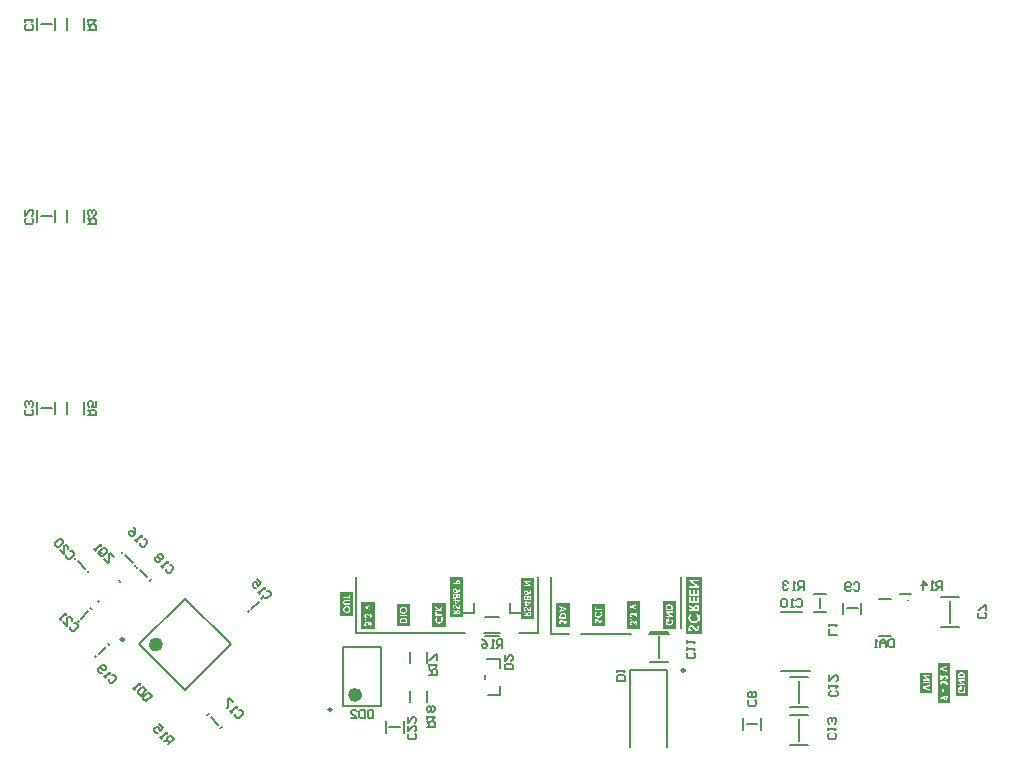
<source format=gbo>
G04*
G04 #@! TF.GenerationSoftware,Altium Limited,Altium Designer,23.3.1 (30)*
G04*
G04 Layer_Color=32896*
%FSLAX44Y44*%
%MOMM*%
G71*
G04*
G04 #@! TF.SameCoordinates,4661E280-467E-44DE-AC99-BDCEDC59311E*
G04*
G04*
G04 #@! TF.FilePolarity,Positive*
G04*
G01*
G75*
%ADD10C,0.1500*%
%ADD11C,0.2000*%
%ADD65C,0.2500*%
%ADD66C,0.6000*%
%ADD67C,0.1270*%
G36*
X322612Y113902D02*
X311388D01*
Y134098D01*
X322612D01*
Y113902D01*
D02*
G37*
G36*
X618103Y98498D02*
X603768D01*
Y147502D01*
X618103D01*
Y98498D01*
D02*
G37*
G36*
X475612Y111551D02*
X464388D01*
Y146449D01*
X475612D01*
Y111551D01*
D02*
G37*
G36*
X340612Y102710D02*
X329388D01*
Y125842D01*
X340612D01*
Y102710D01*
D02*
G37*
G36*
X370612Y105530D02*
X359388D01*
Y124470D01*
X370612D01*
Y105530D01*
D02*
G37*
G36*
X415612Y113166D02*
X404388D01*
Y146834D01*
X415612D01*
Y113166D01*
D02*
G37*
G36*
X400612Y105164D02*
X389388D01*
Y124836D01*
X400612D01*
Y105164D01*
D02*
G37*
G36*
X505612Y104605D02*
X494388D01*
Y125395D01*
X505612D01*
Y104605D01*
D02*
G37*
G36*
X535612Y105499D02*
X524388D01*
Y124501D01*
X535612D01*
Y105499D01*
D02*
G37*
G36*
X565612Y103434D02*
X554388D01*
Y126566D01*
X565612D01*
Y103434D01*
D02*
G37*
G36*
X827612Y40860D02*
X817388D01*
Y74140D01*
X827612D01*
Y40860D01*
D02*
G37*
G36*
X595612Y126495D02*
Y103505D01*
X584388D01*
Y126495D01*
X595612D01*
D02*
G37*
G36*
X812462Y48861D02*
X802538D01*
Y66139D01*
X812462D01*
Y48861D01*
D02*
G37*
G36*
X842612Y46505D02*
X832388D01*
Y68495D01*
X842612D01*
Y46505D01*
D02*
G37*
%LPC*%
G36*
X319962Y131598D02*
X318850D01*
Y130517D01*
X314038D01*
Y129374D01*
X318850D01*
Y128324D01*
X314038D01*
X319962D01*
Y131598D01*
D02*
G37*
G36*
Y127599D02*
X316206D01*
X316125Y127593D01*
X316031D01*
X315938Y127587D01*
X315732Y127574D01*
X315525Y127555D01*
X315425Y127543D01*
X315338Y127530D01*
X315250Y127512D01*
X315182Y127493D01*
X315175D01*
X315169Y127487D01*
X315150Y127480D01*
X315126Y127474D01*
X315057Y127449D01*
X314969Y127405D01*
X314869Y127355D01*
X314757Y127287D01*
X314638Y127205D01*
X314513Y127105D01*
X314507D01*
X314501Y127093D01*
X314463Y127055D01*
X314407Y126999D01*
X314332Y126918D01*
X314257Y126824D01*
X314176Y126712D01*
X314101Y126587D01*
X314038Y126456D01*
Y126449D01*
X314032Y126437D01*
X314026Y126418D01*
X314013Y126393D01*
X314001Y126356D01*
X313988Y126312D01*
X313976Y126262D01*
X313963Y126212D01*
X313938Y126081D01*
X313913Y125937D01*
X313895Y125774D01*
X313888Y125593D01*
Y125531D01*
X313895Y125487D01*
Y125431D01*
X313907Y125362D01*
X313913Y125293D01*
X313926Y125212D01*
X313963Y125037D01*
X314013Y124850D01*
X314088Y124656D01*
X314132Y124562D01*
X314182Y124469D01*
X314188Y124462D01*
X314194Y124450D01*
X314213Y124425D01*
X314232Y124394D01*
X314263Y124350D01*
X314301Y124306D01*
X314382Y124206D01*
X314488Y124094D01*
X314619Y123981D01*
X314763Y123875D01*
X314838Y123831D01*
X314919Y123787D01*
X314925D01*
X314938Y123781D01*
X314969Y123769D01*
X315007Y123756D01*
X315057Y123744D01*
X315119Y123725D01*
X315188Y123706D01*
X315275Y123688D01*
X315375Y123669D01*
X315488Y123650D01*
X315607Y123631D01*
X315744Y123619D01*
X315894Y123606D01*
X316056Y123594D01*
X316231Y123588D01*
X319962D01*
Y126424D01*
Y124719D01*
X316131D01*
X316125D01*
X316113D01*
X316082D01*
X316050D01*
X316007D01*
X315963Y124725D01*
X315856Y124731D01*
X315738Y124737D01*
X315625Y124756D01*
X315513Y124775D01*
X315469Y124787D01*
X315425Y124800D01*
X315419Y124806D01*
X315394Y124818D01*
X315357Y124837D01*
X315313Y124868D01*
X315257Y124906D01*
X315207Y124956D01*
X315150Y125019D01*
X315100Y125087D01*
X315094Y125093D01*
X315082Y125125D01*
X315063Y125168D01*
X315044Y125225D01*
X315019Y125293D01*
X315000Y125375D01*
X314988Y125468D01*
X314982Y125568D01*
Y125618D01*
X314988Y125675D01*
X315000Y125743D01*
X315013Y125824D01*
X315038Y125912D01*
X315069Y125999D01*
X315113Y126081D01*
X315119Y126093D01*
X315138Y126118D01*
X315169Y126156D01*
X315207Y126199D01*
X315257Y126249D01*
X315319Y126299D01*
X315388Y126343D01*
X315463Y126381D01*
X315475Y126387D01*
X315507Y126393D01*
X315532Y126399D01*
X315563Y126406D01*
X315600Y126418D01*
X315644Y126424D01*
X315694Y126431D01*
X315750Y126443D01*
X315819Y126449D01*
X315894Y126456D01*
X315975Y126462D01*
X316063D01*
X316163Y126468D01*
X316269D01*
X319962D01*
Y127599D01*
D02*
G37*
G36*
X320112Y122563D02*
X316925D01*
X316894Y122557D01*
X316856D01*
X316763Y122550D01*
X316650Y122538D01*
X316525Y122513D01*
X316375Y122488D01*
X316219Y122450D01*
X316050Y122407D01*
X315875Y122344D01*
X315688Y122275D01*
X315507Y122188D01*
X315319Y122082D01*
X315138Y121963D01*
X314957Y121826D01*
X314782Y121669D01*
X314769Y121657D01*
X314744Y121626D01*
X314701Y121576D01*
X314644Y121513D01*
X314576Y121426D01*
X314501Y121319D01*
X314419Y121201D01*
X314338Y121063D01*
X314251Y120913D01*
X314170Y120745D01*
X314095Y120570D01*
X314026Y120376D01*
X313969Y120176D01*
X313926Y119964D01*
X313901Y119739D01*
X313888Y119501D01*
Y119445D01*
X313895Y119407D01*
Y119370D01*
X313901Y119276D01*
X313920Y119164D01*
X313938Y119032D01*
X313963Y118883D01*
X314001Y118720D01*
X314051Y118551D01*
X314113Y118370D01*
X314188Y118189D01*
X314276Y118001D01*
X314382Y117814D01*
X314507Y117633D01*
X314644Y117452D01*
X314807Y117283D01*
X314819Y117270D01*
X314851Y117246D01*
X314900Y117202D01*
X314969Y117146D01*
X315063Y117077D01*
X315169Y117002D01*
X315288Y116927D01*
X315425Y116846D01*
X315582Y116758D01*
X315750Y116683D01*
X315931Y116608D01*
X316125Y116539D01*
X316325Y116483D01*
X316544Y116439D01*
X316769Y116414D01*
X317000Y116402D01*
X320112D01*
Y119545D01*
X320105Y119614D01*
X320099Y119701D01*
X320087Y119807D01*
X320062Y119938D01*
X320037Y120076D01*
X319999Y120232D01*
X319949Y120401D01*
X319887Y120576D01*
X319818Y120751D01*
X319724Y120938D01*
X319624Y121119D01*
X319499Y121301D01*
X319362Y121482D01*
X319199Y121657D01*
X319187Y121669D01*
X319156Y121694D01*
X319106Y121738D01*
X319037Y121800D01*
X318950Y121869D01*
X318843Y121944D01*
X318718Y122025D01*
X318581Y122113D01*
X318425Y122194D01*
X318256Y122275D01*
X318075Y122350D01*
X317881Y122419D01*
X317669Y122482D01*
X317450Y122525D01*
X317219Y122550D01*
X316981Y122563D01*
X320112D01*
D02*
G37*
%LPD*%
G36*
X317069Y121426D02*
X317131D01*
X317200Y121413D01*
X317287Y121401D01*
X317381Y121382D01*
X317481Y121363D01*
X317594Y121332D01*
X317706Y121294D01*
X317825Y121244D01*
X317950Y121188D01*
X318069Y121126D01*
X318187Y121045D01*
X318306Y120957D01*
X318418Y120857D01*
X318425Y120851D01*
X318443Y120832D01*
X318475Y120801D01*
X318512Y120757D01*
X318556Y120701D01*
X318606Y120632D01*
X318656Y120557D01*
X318712Y120470D01*
X318768Y120376D01*
X318818Y120270D01*
X318868Y120157D01*
X318912Y120032D01*
X318950Y119907D01*
X318981Y119770D01*
X319000Y119626D01*
X319006Y119476D01*
Y119439D01*
X319000Y119395D01*
Y119339D01*
X318987Y119270D01*
X318974Y119189D01*
X318956Y119095D01*
X318937Y118995D01*
X318906Y118889D01*
X318868Y118776D01*
X318818Y118658D01*
X318762Y118545D01*
X318699Y118426D01*
X318618Y118308D01*
X318531Y118195D01*
X318431Y118089D01*
X318425Y118083D01*
X318406Y118064D01*
X318375Y118039D01*
X318331Y118001D01*
X318275Y117958D01*
X318206Y117914D01*
X318125Y117864D01*
X318037Y117814D01*
X317937Y117758D01*
X317825Y117708D01*
X317706Y117664D01*
X317581Y117620D01*
X317444Y117583D01*
X317294Y117558D01*
X317144Y117539D01*
X316981Y117533D01*
X316969D01*
X316938D01*
X316887Y117539D01*
X316819Y117545D01*
X316737Y117552D01*
X316638Y117570D01*
X316531Y117589D01*
X316419Y117620D01*
X316294Y117658D01*
X316169Y117708D01*
X316038Y117764D01*
X315907Y117833D01*
X315781Y117914D01*
X315657Y118008D01*
X315538Y118114D01*
X315425Y118239D01*
X315419Y118245D01*
X315407Y118264D01*
X315382Y118295D01*
X315357Y118333D01*
X315325Y118389D01*
X315288Y118451D01*
X315244Y118520D01*
X315207Y118601D01*
X315163Y118689D01*
X315119Y118783D01*
X315082Y118889D01*
X315051Y119001D01*
X315026Y119114D01*
X315000Y119239D01*
X314988Y119364D01*
X314982Y119495D01*
Y119532D01*
X314988Y119576D01*
Y119632D01*
X315000Y119701D01*
X315013Y119782D01*
X315032Y119870D01*
X315057Y119970D01*
X315082Y120076D01*
X315119Y120182D01*
X315169Y120295D01*
X315225Y120413D01*
X315288Y120526D01*
X315369Y120645D01*
X315457Y120757D01*
X315557Y120863D01*
X315563Y120870D01*
X315582Y120888D01*
X315619Y120913D01*
X315663Y120951D01*
X315719Y120995D01*
X315788Y121045D01*
X315863Y121095D01*
X315956Y121151D01*
X316050Y121201D01*
X316163Y121251D01*
X316281Y121301D01*
X316406Y121344D01*
X316538Y121382D01*
X316681Y121407D01*
X316831Y121426D01*
X316987Y121432D01*
X317000D01*
X317025D01*
X317069Y121426D01*
D02*
G37*
G36*
X320112Y116402D02*
X317081D01*
X317144Y116408D01*
X317219Y116414D01*
X317306Y116421D01*
X317406Y116433D01*
X317512Y116452D01*
X317631Y116477D01*
X317756Y116502D01*
X317887Y116533D01*
X318018Y116571D01*
X318156Y116621D01*
X318293Y116677D01*
X318425Y116739D01*
X318562Y116808D01*
X318568Y116814D01*
X318593Y116827D01*
X318631Y116852D01*
X318681Y116883D01*
X318743Y116927D01*
X318812Y116977D01*
X318887Y117039D01*
X318968Y117102D01*
X319062Y117183D01*
X319149Y117264D01*
X319243Y117358D01*
X319337Y117458D01*
X319431Y117570D01*
X319524Y117683D01*
X319612Y117808D01*
X319693Y117939D01*
X319699Y117945D01*
X319712Y117970D01*
X319730Y118014D01*
X319762Y118064D01*
X319793Y118133D01*
X319824Y118214D01*
X319862Y118301D01*
X319905Y118408D01*
X319943Y118514D01*
X319981Y118639D01*
X320012Y118764D01*
X320049Y118901D01*
X320074Y119039D01*
X320093Y119183D01*
X320105Y119332D01*
X320112Y119489D01*
Y116402D01*
D02*
G37*
%LPC*%
G36*
X615379Y145002D02*
X606493D01*
Y143381D01*
X612314Y139566D01*
X606493D01*
Y137888D01*
X615379D01*
Y145002D01*
D02*
G37*
G36*
Y136304D02*
X610463D01*
X610495D01*
Y133137D01*
X608152D01*
Y136304D01*
X606493D01*
Y131459D01*
X615379D01*
Y136304D01*
D02*
G37*
G36*
Y129875D02*
X610463D01*
X610495D01*
Y126707D01*
X608152D01*
Y129875D01*
X606493D01*
Y125029D01*
X615379D01*
Y129875D01*
D02*
G37*
G36*
Y123651D02*
Y119996D01*
X615369Y120108D01*
Y120249D01*
X615360Y120399D01*
X615341Y120568D01*
X615313Y120905D01*
X615266Y121252D01*
X615229Y121421D01*
X615201Y121580D01*
X615154Y121721D01*
X615107Y121842D01*
Y121852D01*
X615097Y121871D01*
X615079Y121899D01*
X615060Y121946D01*
X615032Y122002D01*
X614994Y122058D01*
X614901Y122208D01*
X614779Y122367D01*
X614629Y122536D01*
X614451Y122705D01*
X614235Y122855D01*
X614226D01*
X614207Y122873D01*
X614170Y122892D01*
X614123Y122911D01*
X614067Y122948D01*
X614001Y122977D01*
X613917Y123014D01*
X613823Y123052D01*
X613729Y123080D01*
X613617Y123117D01*
X613373Y123183D01*
X613092Y123220D01*
X612792Y123239D01*
X612782D01*
X612754D01*
X612707D01*
X612651Y123230D01*
X612576D01*
X612482Y123220D01*
X612389Y123202D01*
X612286Y123183D01*
X612051Y123136D01*
X611808Y123061D01*
X611564Y122958D01*
X611442Y122892D01*
X611330Y122817D01*
X611320D01*
X611301Y122799D01*
X611273Y122770D01*
X611236Y122742D01*
X611180Y122695D01*
X611124Y122639D01*
X611067Y122573D01*
X610992Y122499D01*
X610927Y122414D01*
X610852Y122320D01*
X610777Y122217D01*
X610702Y122105D01*
X610627Y121974D01*
X610561Y121842D01*
X610495Y121702D01*
X610430Y121543D01*
X606493Y123651D01*
Y121805D01*
X610252Y119799D01*
Y119640D01*
X606493D01*
Y117962D01*
X615379D01*
Y123651D01*
D02*
G37*
G36*
X615604Y116360D02*
Y112601D01*
X615594Y112676D01*
Y112770D01*
X615575Y112892D01*
X615566Y113023D01*
X615547Y113163D01*
X615519Y113323D01*
X615491Y113482D01*
X615407Y113838D01*
X615350Y114026D01*
X615294Y114213D01*
X615219Y114410D01*
X615135Y114598D01*
X615126Y114607D01*
X615116Y114644D01*
X615088Y114701D01*
X615051Y114766D01*
X615004Y114860D01*
X614938Y114963D01*
X614873Y115076D01*
X614798Y115197D01*
X614704Y115338D01*
X614610Y115478D01*
X614498Y115619D01*
X614376Y115769D01*
X614254Y115919D01*
X614113Y116069D01*
X613813Y116360D01*
X612689Y115169D01*
X612707Y115160D01*
X612745Y115113D01*
X612811Y115047D01*
X612886Y114954D01*
X612989Y114841D01*
X613092Y114710D01*
X613204Y114551D01*
X613326Y114373D01*
X613448Y114185D01*
X613560Y113979D01*
X613663Y113754D01*
X613767Y113510D01*
X613842Y113267D01*
X613907Y113004D01*
X613954Y112732D01*
X613963Y112451D01*
Y112395D01*
X613954Y112329D01*
Y112236D01*
X613935Y112133D01*
X613917Y112001D01*
X613888Y111861D01*
X613851Y111711D01*
X613804Y111542D01*
X613748Y111373D01*
X613682Y111195D01*
X613598Y111017D01*
X613495Y110839D01*
X613382Y110661D01*
X613242Y110483D01*
X613092Y110314D01*
X613082Y110305D01*
X613054Y110277D01*
X613007Y110230D01*
X612932Y110183D01*
X612848Y110108D01*
X612745Y110042D01*
X612632Y109958D01*
X612501Y109883D01*
X612351Y109799D01*
X612183Y109714D01*
X612005Y109649D01*
X611817Y109583D01*
X611620Y109527D01*
X611405Y109480D01*
X611180Y109452D01*
X610945Y109443D01*
X610936D01*
X610908D01*
X610861D01*
X610795Y109452D01*
X610720D01*
X610627Y109461D01*
X610533Y109471D01*
X610420Y109489D01*
X610177Y109536D01*
X609914Y109602D01*
X609633Y109696D01*
X609371Y109827D01*
X609361Y109836D01*
X609343Y109846D01*
X609305Y109864D01*
X609258Y109902D01*
X609202Y109939D01*
X609137Y109986D01*
X608977Y110108D01*
X608808Y110258D01*
X608630Y110445D01*
X608452Y110670D01*
X608293Y110914D01*
Y110923D01*
X608274Y110942D01*
X608256Y110989D01*
X608237Y111036D01*
X608209Y111102D01*
X608171Y111186D01*
X608134Y111280D01*
X608106Y111383D01*
X608068Y111486D01*
X608031Y111608D01*
X607965Y111879D01*
X607927Y112170D01*
X607909Y112489D01*
Y112611D01*
X607918Y112676D01*
X607927Y112751D01*
Y112835D01*
X607946Y112929D01*
X607974Y113135D01*
X608021Y113360D01*
X608087Y113595D01*
X608181Y113829D01*
Y113838D01*
X608190Y113857D01*
X608209Y113895D01*
X608237Y113932D01*
X608265Y113988D01*
X608302Y114063D01*
X608349Y114138D01*
X608405Y114223D01*
X608546Y114429D01*
X608621Y114532D01*
X608715Y114654D01*
X608818Y114775D01*
X608921Y114897D01*
X609043Y115038D01*
X609174Y115169D01*
X607974Y116322D01*
X607965Y116313D01*
X607937Y116275D01*
X607881Y116228D01*
X607815Y116153D01*
X607740Y116069D01*
X607646Y115966D01*
X607552Y115844D01*
X607449Y115722D01*
X607337Y115582D01*
X607225Y115432D01*
X607000Y115122D01*
X606803Y114794D01*
X606709Y114626D01*
X606634Y114457D01*
Y114447D01*
X606615Y114419D01*
X606596Y114373D01*
X606578Y114307D01*
X606550Y114223D01*
X606521Y114120D01*
X606484Y114007D01*
X606456Y113885D01*
X606418Y113745D01*
X606381Y113585D01*
X606353Y113426D01*
X606325Y113248D01*
X606306Y113060D01*
X606287Y112873D01*
X606269Y112460D01*
Y112367D01*
X606278Y112320D01*
Y112264D01*
X606287Y112114D01*
X606306Y111936D01*
X606334Y111739D01*
X606381Y111504D01*
X606437Y111261D01*
X606503Y110998D01*
X606587Y110727D01*
X606700Y110436D01*
X606821Y110155D01*
X606971Y109874D01*
X607150Y109593D01*
X607346Y109321D01*
X607581Y109068D01*
X607599Y109049D01*
X607637Y109011D01*
X607712Y108946D01*
X607815Y108861D01*
X607946Y108768D01*
X608106Y108655D01*
X608284Y108533D01*
X608490Y108412D01*
X608724Y108290D01*
X608977Y108168D01*
X609258Y108065D01*
X609558Y107962D01*
X609877Y107877D01*
X610214Y107812D01*
X610570Y107774D01*
X610945Y107755D01*
X606269D01*
X611077D01*
X611170Y107765D01*
X611283Y107774D01*
X611423Y107784D01*
X611573Y107802D01*
X611742Y107830D01*
X611920Y107859D01*
X612108Y107905D01*
X612304Y107952D01*
X612501Y108008D01*
X612707Y108074D01*
X612914Y108159D01*
X613111Y108252D01*
X613307Y108355D01*
X613317Y108365D01*
X613354Y108383D01*
X613410Y108421D01*
X613476Y108468D01*
X613570Y108533D01*
X613663Y108608D01*
X613776Y108693D01*
X613898Y108796D01*
X614029Y108908D01*
X614170Y109039D01*
X614301Y109180D01*
X614441Y109330D01*
X614582Y109499D01*
X614713Y109677D01*
X614844Y109864D01*
X614966Y110070D01*
X614976Y110080D01*
X614994Y110117D01*
X615023Y110183D01*
X615069Y110267D01*
X615116Y110370D01*
X615172Y110492D01*
X615229Y110633D01*
X615285Y110792D01*
X615341Y110970D01*
X615407Y111158D01*
X615454Y111355D01*
X615500Y111570D01*
X615547Y111786D01*
X615575Y112011D01*
X615594Y112245D01*
X615604Y112489D01*
Y107755D01*
D01*
Y116360D01*
D02*
G37*
G36*
Y106584D02*
X606269D01*
X608733D01*
X608677Y106574D01*
X608602D01*
X608508Y106565D01*
X608396Y106546D01*
X608274Y106518D01*
X608152Y106490D01*
X608012Y106453D01*
X607862Y106396D01*
X607712Y106340D01*
X607562Y106265D01*
X607412Y106181D01*
X607262Y106078D01*
X607121Y105956D01*
X606981Y105825D01*
X606971Y105815D01*
X606953Y105787D01*
X606915Y105750D01*
X606868Y105684D01*
X606812Y105609D01*
X606756Y105525D01*
X606690Y105412D01*
X606625Y105290D01*
X606559Y105159D01*
X606493Y105009D01*
X606437Y104850D01*
X606381Y104672D01*
X606334Y104484D01*
X606297Y104288D01*
X606278Y104081D01*
X606269Y103856D01*
Y100998D01*
Y103763D01*
X606278Y103697D01*
X606287Y103613D01*
X606297Y103519D01*
X606306Y103407D01*
X606325Y103294D01*
X606381Y103032D01*
X606465Y102751D01*
X606512Y102610D01*
X606578Y102469D01*
X606643Y102329D01*
X606728Y102198D01*
X606737Y102188D01*
X606746Y102169D01*
X606775Y102132D01*
X606821Y102076D01*
X606868Y102019D01*
X606925Y101954D01*
X607000Y101869D01*
X607084Y101785D01*
X607187Y101691D01*
X607290Y101598D01*
X607412Y101495D01*
X607543Y101391D01*
X607684Y101298D01*
X607843Y101195D01*
X608012Y101091D01*
X608190Y100998D01*
X609052Y102413D01*
X609043Y102423D01*
X609005Y102441D01*
X608940Y102479D01*
X608865Y102526D01*
X608780Y102591D01*
X608677Y102666D01*
X608574Y102751D01*
X608462Y102844D01*
X608349Y102947D01*
X608246Y103060D01*
X608143Y103182D01*
X608059Y103313D01*
X607984Y103444D01*
X607918Y103594D01*
X607881Y103744D01*
X607871Y103894D01*
Y103969D01*
X607881Y104044D01*
X607899Y104147D01*
X607937Y104260D01*
X607974Y104381D01*
X608040Y104503D01*
X608124Y104625D01*
X608134Y104634D01*
X608171Y104672D01*
X608218Y104719D01*
X608293Y104775D01*
X608377Y104831D01*
X608480Y104878D01*
X608583Y104916D01*
X608705Y104925D01*
X608715D01*
X608762D01*
X608818Y104916D01*
X608893Y104897D01*
X608987Y104869D01*
X609090Y104831D01*
X609193Y104775D01*
X609305Y104700D01*
X609324Y104691D01*
X609361Y104653D01*
X609436Y104587D01*
X609539Y104494D01*
X609596Y104428D01*
X609671Y104363D01*
X609746Y104278D01*
X609830Y104185D01*
X609914Y104081D01*
X610018Y103969D01*
X610121Y103847D01*
X610233Y103707D01*
X610242Y103688D01*
X610289Y103641D01*
X610345Y103566D01*
X610430Y103472D01*
X610533Y103360D01*
X610645Y103229D01*
X610767Y103078D01*
X610908Y102929D01*
X611198Y102610D01*
X611358Y102451D01*
X611508Y102301D01*
X611658Y102160D01*
X611798Y102038D01*
X611939Y101926D01*
X612061Y101832D01*
X612070D01*
X612089Y101813D01*
X612126Y101795D01*
X612173Y101766D01*
X612229Y101738D01*
X612304Y101701D01*
X612379Y101663D01*
X612464Y101626D01*
X612661Y101541D01*
X612876Y101476D01*
X613111Y101429D01*
X613232Y101420D01*
X613354Y101410D01*
X613363D01*
X613392D01*
X613448Y101420D01*
X613504D01*
X613588Y101429D01*
X613682Y101448D01*
X613785Y101466D01*
X613898Y101495D01*
X614020Y101532D01*
X614141Y101579D01*
X614273Y101635D01*
X614413Y101710D01*
X614544Y101785D01*
X614676Y101879D01*
X614807Y101991D01*
X614938Y102113D01*
X614948Y102122D01*
X614966Y102141D01*
X615004Y102188D01*
X615041Y102235D01*
X615088Y102310D01*
X615144Y102394D01*
X615210Y102488D01*
X615275Y102591D01*
X615332Y102713D01*
X615397Y102844D01*
X615454Y102985D01*
X615500Y103144D01*
X615538Y103303D01*
X615575Y103482D01*
X615594Y103660D01*
X615604Y103847D01*
Y103960D01*
X615594Y104016D01*
X615585Y104091D01*
X615566Y104260D01*
X615529Y104447D01*
X615472Y104663D01*
X615397Y104887D01*
X615294Y105112D01*
Y105122D01*
X615275Y105140D01*
X615257Y105178D01*
X615238Y105216D01*
X615201Y105272D01*
X615154Y105347D01*
X615097Y105422D01*
X615041Y105506D01*
X614966Y105600D01*
X614882Y105703D01*
X614788Y105806D01*
X614685Y105928D01*
X614573Y106040D01*
X614451Y106162D01*
X614319Y106293D01*
X614170Y106425D01*
X613064Y105169D01*
X613073Y105159D01*
X613101Y105140D01*
X613148Y105103D01*
X613204Y105056D01*
X613279Y104991D01*
X613354Y104925D01*
X613438Y104841D01*
X613523Y104747D01*
X613692Y104550D01*
X613767Y104438D01*
X613842Y104316D01*
X613898Y104194D01*
X613945Y104072D01*
X613973Y103950D01*
X613982Y103819D01*
Y103763D01*
X613973Y103707D01*
X613963Y103631D01*
X613935Y103538D01*
X613907Y103453D01*
X613860Y103360D01*
X613795Y103275D01*
X613785Y103266D01*
X613767Y103247D01*
X613729Y103210D01*
X613682Y103172D01*
X613617Y103135D01*
X613551Y103097D01*
X613476Y103078D01*
X613401Y103069D01*
X613392D01*
X613363D01*
X613317Y103078D01*
X613260Y103088D01*
X613195Y103107D01*
X613129Y103135D01*
X613054Y103172D01*
X612979Y103219D01*
X612970Y103229D01*
X612923Y103266D01*
X612886Y103294D01*
X612848Y103341D01*
X612792Y103388D01*
X612736Y103453D01*
X612661Y103528D01*
X612586Y103613D01*
X612492Y103716D01*
X612379Y103828D01*
X612267Y103960D01*
X612136Y104109D01*
X611995Y104269D01*
X611836Y104456D01*
X611826Y104466D01*
X611798Y104503D01*
X611761Y104550D01*
X611705Y104616D01*
X611639Y104691D01*
X611564Y104775D01*
X611405Y104972D01*
X611227Y105169D01*
X611058Y105365D01*
X610983Y105450D01*
X610917Y105525D01*
X610861Y105590D01*
X610814Y105637D01*
X610805Y105647D01*
X610795Y105656D01*
X610767Y105684D01*
X610720Y105722D01*
X610627Y105815D01*
X610495Y105918D01*
X610336Y106040D01*
X610168Y106162D01*
X609989Y106275D01*
X609811Y106368D01*
X609802D01*
X609793Y106378D01*
X609764Y106387D01*
X609727Y106406D01*
X609633Y106434D01*
X609511Y106481D01*
X609352Y106518D01*
X609183Y106546D01*
X608987Y106574D01*
X608780Y106584D01*
X615604D01*
D02*
G37*
%LPD*%
G36*
X615379Y139482D02*
X609530Y143324D01*
X615379D01*
Y139482D01*
D02*
G37*
G36*
X613720Y133137D02*
X612136D01*
Y136304D01*
X613720D01*
Y133137D01*
D02*
G37*
G36*
Y126707D02*
X612136D01*
Y129875D01*
X613720D01*
Y126707D01*
D02*
G37*
G36*
X612914Y121589D02*
X612979Y121580D01*
X613064Y121561D01*
X613148Y121533D01*
X613232Y121496D01*
X613317Y121440D01*
X613326Y121430D01*
X613354Y121411D01*
X613392Y121383D01*
X613438Y121336D01*
X613485Y121280D01*
X613542Y121205D01*
X613588Y121130D01*
X613626Y121036D01*
X613635Y121027D01*
X613645Y120990D01*
X613663Y120924D01*
X613682Y120821D01*
X613701Y120699D01*
X613710Y120530D01*
X613720Y120437D01*
X613729Y120333D01*
Y119640D01*
X611901D01*
Y120296D01*
X611911Y120362D01*
Y120437D01*
X611930Y120615D01*
X611948Y120802D01*
X611986Y120980D01*
X612042Y121149D01*
X612070Y121224D01*
X612108Y121290D01*
X612117Y121299D01*
X612145Y121336D01*
X612201Y121383D01*
X612276Y121449D01*
X612370Y121505D01*
X612492Y121552D01*
X612642Y121589D01*
X612811Y121599D01*
X612820D01*
X612857D01*
X612914Y121589D01*
D02*
G37*
%LPC*%
G36*
X472962Y143949D02*
X467038D01*
Y139207D01*
X472962D01*
Y143949D01*
D02*
G37*
G36*
Y135833D02*
Y135751D01*
X471918D01*
Y133821D01*
X470837Y133577D01*
Y133583D01*
X470844Y133596D01*
Y133614D01*
X470850Y133639D01*
X470862Y133702D01*
X470875Y133771D01*
Y133777D01*
X470881Y133789D01*
Y133808D01*
X470887Y133833D01*
X470894Y133889D01*
Y133996D01*
X470887Y134033D01*
Y134096D01*
X470875Y134164D01*
X470862Y134239D01*
X470850Y134333D01*
X470825Y134427D01*
X470793Y134533D01*
X470762Y134639D01*
X470712Y134752D01*
X470662Y134864D01*
X470600Y134977D01*
X470525Y135083D01*
X470444Y135195D01*
X470344Y135295D01*
X470337Y135302D01*
X470319Y135320D01*
X470287Y135345D01*
X470244Y135377D01*
X470187Y135420D01*
X470125Y135464D01*
X470050Y135514D01*
X469963Y135564D01*
X469863Y135614D01*
X469756Y135664D01*
X469644Y135708D01*
X469519Y135751D01*
X469388Y135783D01*
X469244Y135808D01*
X469094Y135826D01*
X468938Y135833D01*
X472962D01*
X466888D01*
X468900D01*
X468857Y135826D01*
X468794D01*
X468719Y135814D01*
X468632Y135801D01*
X468538Y135783D01*
X468432Y135758D01*
X468319Y135726D01*
X468200Y135689D01*
X468075Y135639D01*
X467957Y135583D01*
X467832Y135514D01*
X467707Y135433D01*
X467588Y135345D01*
X467476Y135239D01*
X467469Y135233D01*
X467451Y135214D01*
X467419Y135176D01*
X467382Y135133D01*
X467338Y135077D01*
X467288Y135008D01*
X467238Y134927D01*
X467182Y134839D01*
X467126Y134739D01*
X467076Y134633D01*
X467026Y134514D01*
X466982Y134389D01*
X466945Y134252D01*
X466913Y134114D01*
X466894Y133964D01*
X466888Y133808D01*
D01*
Y133733D01*
X466894Y133683D01*
X466901Y133614D01*
X466913Y133539D01*
X466926Y133452D01*
X466945Y133358D01*
X466963Y133258D01*
X466995Y133152D01*
X467026Y133046D01*
X467070Y132933D01*
X467119Y132827D01*
X467176Y132715D01*
X467244Y132608D01*
X467319Y132502D01*
X467326Y132496D01*
X467338Y132477D01*
X467363Y132452D01*
X467401Y132415D01*
X467444Y132371D01*
X467494Y132321D01*
X467557Y132271D01*
X467632Y132215D01*
X467713Y132152D01*
X467801Y132096D01*
X467894Y132034D01*
X468000Y131977D01*
X468119Y131921D01*
X468238Y131877D01*
X468369Y131834D01*
X468507Y131796D01*
Y132983D01*
X468494Y132990D01*
X468463Y133008D01*
X468413Y133040D01*
X468350Y133077D01*
X468282Y133127D01*
X468207Y133189D01*
X468144Y133258D01*
X468082Y133340D01*
X468075Y133352D01*
X468063Y133377D01*
X468038Y133427D01*
X468013Y133483D01*
X467988Y133558D01*
X467963Y133639D01*
X467951Y133733D01*
X467944Y133827D01*
Y133864D01*
X467951Y133889D01*
X467957Y133958D01*
X467976Y134046D01*
X468013Y134146D01*
X468057Y134252D01*
X468125Y134364D01*
X468163Y134414D01*
X468213Y134464D01*
X468219Y134471D01*
X468226Y134477D01*
X468263Y134508D01*
X468319Y134545D01*
X468400Y134595D01*
X468500Y134645D01*
X468619Y134683D01*
X468750Y134714D01*
X468900Y134727D01*
X468907D01*
X468919D01*
X468938D01*
X468969Y134720D01*
X469000D01*
X469044Y134714D01*
X469138Y134695D01*
X469244Y134670D01*
X469356Y134627D01*
X469463Y134564D01*
X469569Y134483D01*
X469575D01*
X469581Y134471D01*
X469613Y134439D01*
X469656Y134389D01*
X469706Y134320D01*
X469750Y134233D01*
X469794Y134133D01*
X469825Y134014D01*
X469837Y133952D01*
Y133858D01*
X469831Y133821D01*
X469825Y133777D01*
X469813Y133721D01*
X469800Y133658D01*
X469775Y133596D01*
X469744Y133527D01*
X469738Y133521D01*
X469725Y133496D01*
X469706Y133464D01*
X469675Y133421D01*
X469631Y133364D01*
X469588Y133308D01*
X469531Y133239D01*
X469463Y133177D01*
X469669Y132259D01*
X472962Y132977D01*
Y135833D01*
D02*
G37*
G36*
X473112Y131346D02*
X468657D01*
X468619Y131340D01*
X468575D01*
X468519Y131334D01*
X468463Y131327D01*
X468394Y131315D01*
X468250Y131284D01*
X468088Y131240D01*
X467925Y131178D01*
X467757Y131090D01*
X467751D01*
X467738Y131078D01*
X467713Y131065D01*
X467688Y131046D01*
X467651Y131015D01*
X467607Y130984D01*
X467513Y130909D01*
X467407Y130809D01*
X467301Y130690D01*
X467201Y130553D01*
X467107Y130396D01*
Y130390D01*
X467101Y130378D01*
X467088Y130353D01*
X467076Y130322D01*
X467057Y130278D01*
X467038Y130228D01*
X467020Y130165D01*
X467001Y130097D01*
X466976Y130022D01*
X466957Y129940D01*
X466938Y129847D01*
X466926Y129753D01*
X466907Y129647D01*
X466901Y129534D01*
X466888Y129297D01*
Y129328D01*
Y127229D01*
Y129228D01*
X466894Y129178D01*
Y129116D01*
X466901Y129047D01*
X466907Y128972D01*
X466913Y128884D01*
X466938Y128703D01*
X466976Y128510D01*
X467026Y128322D01*
X467057Y128235D01*
X467094Y128153D01*
Y128147D01*
X467107Y128135D01*
X467119Y128116D01*
X467132Y128085D01*
X467157Y128047D01*
X467182Y128010D01*
X467257Y127910D01*
X467344Y127803D01*
X467457Y127691D01*
X467588Y127578D01*
X467738Y127479D01*
X467744D01*
X467757Y127466D01*
X467782Y127453D01*
X467813Y127441D01*
X467857Y127422D01*
X467901Y127397D01*
X467957Y127379D01*
X468019Y127353D01*
X468088Y127329D01*
X468163Y127310D01*
X468332Y127266D01*
X468513Y127241D01*
X468707Y127229D01*
X468750D01*
X468788Y127235D01*
X468825D01*
X468875Y127241D01*
X468988Y127254D01*
X469119Y127279D01*
X469263Y127316D01*
X469413Y127360D01*
X469563Y127429D01*
X469569D01*
X469581Y127441D01*
X469600Y127453D01*
X469625Y127466D01*
X469663Y127491D01*
X469700Y127516D01*
X469794Y127585D01*
X469900Y127666D01*
X470019Y127772D01*
X470137Y127897D01*
X470250Y128041D01*
X470256D01*
X470262Y128028D01*
X470300Y127997D01*
X470350Y127947D01*
X470425Y127891D01*
X470506Y127822D01*
X470606Y127753D01*
X470706Y127691D01*
X470818Y127635D01*
X470825D01*
X470831Y127628D01*
X470850Y127622D01*
X470875Y127616D01*
X470931Y127591D01*
X471012Y127572D01*
X471112Y127547D01*
X471218Y127522D01*
X471337Y127510D01*
X471462Y127503D01*
X471468D01*
X471481D01*
X471506D01*
X471543Y127510D01*
X471581D01*
X471631Y127516D01*
X471743Y127528D01*
X471875Y127560D01*
X472012Y127597D01*
X472162Y127647D01*
X472306Y127722D01*
X472312D01*
X472324Y127735D01*
X472343Y127747D01*
X472368Y127766D01*
X472437Y127816D01*
X472524Y127885D01*
X472618Y127978D01*
X472718Y128085D01*
X472812Y128210D01*
X472899Y128353D01*
Y128359D01*
X472906Y128372D01*
X472918Y128397D01*
X472930Y128428D01*
X472949Y128466D01*
X472968Y128510D01*
X472987Y128566D01*
X473005Y128622D01*
X473043Y128759D01*
X473080Y128916D01*
X473106Y129097D01*
X473112Y129284D01*
Y127822D01*
Y129334D01*
X473106Y129372D01*
Y129416D01*
X473099Y129472D01*
X473093Y129528D01*
X473087Y129597D01*
X473055Y129740D01*
X473018Y129890D01*
X472968Y130053D01*
X472893Y130203D01*
Y130209D01*
X472881Y130222D01*
X472868Y130240D01*
X472855Y130265D01*
X472805Y130340D01*
X472737Y130428D01*
X472649Y130528D01*
X472549Y130634D01*
X472424Y130734D01*
X472287Y130828D01*
X472281D01*
X472268Y130840D01*
X472249Y130846D01*
X472218Y130865D01*
X472181Y130884D01*
X472143Y130903D01*
X472037Y130946D01*
X471912Y130984D01*
X471768Y131021D01*
X471612Y131046D01*
X471450Y131059D01*
X471443D01*
X471437D01*
X471418D01*
X471393D01*
X471337Y131053D01*
X471256Y131046D01*
X471162Y131028D01*
X471062Y131009D01*
X470962Y130978D01*
X470856Y130934D01*
X470844Y130928D01*
X470806Y130909D01*
X470756Y130878D01*
X470681Y130834D01*
X470587Y130778D01*
X470487Y130703D01*
X470375Y130609D01*
X470250Y130503D01*
Y130509D01*
X470237Y130521D01*
X470225Y130540D01*
X470206Y130571D01*
X470150Y130640D01*
X470069Y130728D01*
X469975Y130828D01*
X469863Y130934D01*
X469731Y131034D01*
X469588Y131121D01*
X469581D01*
X469569Y131134D01*
X469550Y131140D01*
X469519Y131159D01*
X469481Y131171D01*
X469431Y131190D01*
X469381Y131215D01*
X469325Y131234D01*
X469194Y131278D01*
X469044Y131309D01*
X468881Y131334D01*
X468707Y131346D01*
X473112D01*
D02*
G37*
G36*
Y126754D02*
D01*
Y126229D01*
X469300D01*
Y126754D01*
X473112D01*
X468257D01*
Y126229D01*
X467038D01*
Y125123D01*
X468257D01*
Y122536D01*
X467038D01*
X473112D01*
Y126754D01*
D02*
G37*
G36*
Y121967D02*
D01*
Y120218D01*
X473106Y120255D01*
X473099Y120305D01*
X473087Y120418D01*
X473062Y120543D01*
X473024Y120687D01*
X472974Y120836D01*
X472906Y120986D01*
Y120993D01*
X472893Y121005D01*
X472881Y121030D01*
X472868Y121055D01*
X472843Y121093D01*
X472812Y121143D01*
X472774Y121193D01*
X472737Y121249D01*
X472687Y121311D01*
X472631Y121380D01*
X472568Y121449D01*
X472499Y121530D01*
X472424Y121605D01*
X472343Y121686D01*
X472256Y121774D01*
X472156Y121861D01*
X471418Y121024D01*
X471425Y121018D01*
X471443Y121005D01*
X471475Y120980D01*
X471512Y120949D01*
X471562Y120905D01*
X471612Y120862D01*
X471668Y120805D01*
X471725Y120743D01*
X471837Y120611D01*
X471887Y120536D01*
X471937Y120455D01*
X471974Y120374D01*
X472006Y120293D01*
X472024Y120212D01*
X472031Y120124D01*
Y120087D01*
X472024Y120049D01*
X472018Y119999D01*
X472000Y119937D01*
X471981Y119881D01*
X471950Y119818D01*
X471906Y119762D01*
X471899Y119755D01*
X471887Y119743D01*
X471862Y119718D01*
X471831Y119693D01*
X471787Y119668D01*
X471743Y119643D01*
X471693Y119630D01*
X471643Y119624D01*
X471637D01*
X471618D01*
X471587Y119630D01*
X471550Y119637D01*
X471506Y119649D01*
X471462Y119668D01*
X471412Y119693D01*
X471362Y119724D01*
X471356Y119731D01*
X471325Y119755D01*
X471300Y119774D01*
X471275Y119805D01*
X471237Y119837D01*
X471200Y119881D01*
X471150Y119930D01*
X471100Y119987D01*
X471037Y120055D01*
X470962Y120130D01*
X470887Y120218D01*
X470800Y120318D01*
X470706Y120424D01*
X470600Y120549D01*
X470594Y120555D01*
X470575Y120580D01*
X470550Y120611D01*
X470512Y120655D01*
X470469Y120705D01*
X470419Y120761D01*
X470312Y120893D01*
X470194Y121024D01*
X470081Y121155D01*
X470031Y121211D01*
X469987Y121261D01*
X469950Y121305D01*
X469919Y121336D01*
X469912Y121343D01*
X469906Y121349D01*
X469888Y121368D01*
X469856Y121393D01*
X469794Y121455D01*
X469706Y121524D01*
X469600Y121605D01*
X469488Y121686D01*
X469369Y121761D01*
X469250Y121824D01*
X469244D01*
X469238Y121830D01*
X469219Y121836D01*
X469194Y121849D01*
X469132Y121867D01*
X469050Y121899D01*
X468944Y121924D01*
X468831Y121942D01*
X468700Y121961D01*
X468563Y121967D01*
X473112D01*
X468532D01*
X468494Y121961D01*
X468444D01*
X468382Y121955D01*
X468307Y121942D01*
X468226Y121924D01*
X468144Y121905D01*
X468050Y121880D01*
X467951Y121842D01*
X467851Y121805D01*
X467751Y121755D01*
X467651Y121699D01*
X467551Y121630D01*
X467457Y121549D01*
X467363Y121461D01*
X467357Y121455D01*
X467344Y121436D01*
X467319Y121411D01*
X467288Y121368D01*
X467251Y121318D01*
X467213Y121261D01*
X467169Y121186D01*
X467126Y121105D01*
X467082Y121018D01*
X467038Y120918D01*
X467001Y120812D01*
X466963Y120693D01*
X466932Y120568D01*
X466907Y120437D01*
X466894Y120299D01*
X466888Y120149D01*
Y120087D01*
X466894Y120043D01*
X466901Y119987D01*
X466907Y119924D01*
X466913Y119849D01*
X466926Y119774D01*
X466963Y119599D01*
X467020Y119412D01*
X467051Y119318D01*
X467094Y119224D01*
X467138Y119131D01*
X467195Y119043D01*
X467201Y119037D01*
X467207Y119024D01*
X467226Y118999D01*
X467257Y118962D01*
X467288Y118925D01*
X467326Y118881D01*
X467376Y118825D01*
X467432Y118768D01*
X467501Y118706D01*
X467569Y118643D01*
X467651Y118574D01*
X467738Y118506D01*
X467832Y118443D01*
X467938Y118375D01*
X468050Y118306D01*
X468169Y118243D01*
X468744Y119187D01*
X468738Y119193D01*
X468713Y119206D01*
X468669Y119231D01*
X468619Y119262D01*
X468563Y119306D01*
X468494Y119356D01*
X468425Y119412D01*
X468350Y119474D01*
X468275Y119543D01*
X468207Y119618D01*
X468138Y119699D01*
X468082Y119787D01*
X468032Y119874D01*
X467988Y119974D01*
X467963Y120074D01*
X467957Y120174D01*
Y120224D01*
X467963Y120274D01*
X467976Y120343D01*
X468000Y120418D01*
X468026Y120499D01*
X468069Y120580D01*
X468125Y120661D01*
X468132Y120668D01*
X468157Y120693D01*
X468188Y120724D01*
X468238Y120761D01*
X468294Y120799D01*
X468363Y120830D01*
X468432Y120855D01*
X468513Y120862D01*
X468519D01*
X468550D01*
X468588Y120855D01*
X468638Y120843D01*
X468700Y120824D01*
X468769Y120799D01*
X468838Y120761D01*
X468913Y120711D01*
X468925Y120705D01*
X468950Y120680D01*
X469000Y120637D01*
X469069Y120574D01*
X469106Y120530D01*
X469156Y120487D01*
X469207Y120430D01*
X469263Y120368D01*
X469319Y120299D01*
X469388Y120224D01*
X469456Y120143D01*
X469531Y120049D01*
X469538Y120037D01*
X469569Y120005D01*
X469606Y119955D01*
X469663Y119893D01*
X469731Y119818D01*
X469806Y119731D01*
X469888Y119630D01*
X469981Y119530D01*
X470175Y119318D01*
X470281Y119212D01*
X470381Y119112D01*
X470481Y119018D01*
X470575Y118937D01*
X470669Y118862D01*
X470750Y118799D01*
X470756D01*
X470769Y118787D01*
X470793Y118774D01*
X470825Y118756D01*
X470862Y118737D01*
X470912Y118712D01*
X470962Y118687D01*
X471018Y118662D01*
X471150Y118606D01*
X471293Y118562D01*
X471450Y118531D01*
X471531Y118525D01*
X471612Y118518D01*
X471618D01*
X471637D01*
X471675Y118525D01*
X471712D01*
X471768Y118531D01*
X471831Y118543D01*
X471899Y118556D01*
X471974Y118574D01*
X472056Y118600D01*
X472137Y118631D01*
X472224Y118668D01*
X472318Y118718D01*
X472406Y118768D01*
X472493Y118831D01*
X472581Y118906D01*
X472668Y118987D01*
X472674Y118993D01*
X472687Y119006D01*
X472712Y119037D01*
X472737Y119068D01*
X472768Y119118D01*
X472805Y119174D01*
X472849Y119237D01*
X472893Y119306D01*
X472930Y119387D01*
X472974Y119474D01*
X473012Y119568D01*
X473043Y119674D01*
X473068Y119781D01*
X473093Y119899D01*
X473106Y120018D01*
X473112Y120143D01*
Y118243D01*
X466888D01*
X473112D01*
Y121967D01*
D02*
G37*
G36*
X472962Y117844D02*
D01*
Y115407D01*
X472956Y115482D01*
Y115575D01*
X472949Y115675D01*
X472937Y115788D01*
X472918Y116013D01*
X472887Y116244D01*
X472862Y116356D01*
X472843Y116463D01*
X472812Y116556D01*
X472780Y116637D01*
Y116644D01*
X472774Y116656D01*
X472762Y116675D01*
X472749Y116706D01*
X472731Y116744D01*
X472706Y116781D01*
X472643Y116881D01*
X472562Y116987D01*
X472462Y117100D01*
X472343Y117212D01*
X472199Y117312D01*
X472193D01*
X472181Y117325D01*
X472156Y117337D01*
X472124Y117350D01*
X472087Y117375D01*
X472043Y117394D01*
X471987Y117419D01*
X471925Y117444D01*
X471862Y117462D01*
X471787Y117487D01*
X471625Y117531D01*
X471437Y117556D01*
X471237Y117569D01*
X471231D01*
X471212D01*
X471181D01*
X471143Y117562D01*
X471093D01*
X471031Y117556D01*
X470969Y117544D01*
X470900Y117531D01*
X470744Y117500D01*
X470581Y117450D01*
X470419Y117381D01*
X470337Y117337D01*
X470262Y117287D01*
X470256D01*
X470244Y117275D01*
X470225Y117256D01*
X470200Y117237D01*
X470163Y117206D01*
X470125Y117169D01*
X470088Y117125D01*
X470037Y117075D01*
X469994Y117019D01*
X469944Y116956D01*
X469894Y116888D01*
X469844Y116812D01*
X469794Y116725D01*
X469750Y116637D01*
X469706Y116544D01*
X469663Y116438D01*
X467038Y117844D01*
Y116613D01*
X469544Y115275D01*
Y115169D01*
X467038D01*
Y114051D01*
X472962D01*
Y117844D01*
D02*
G37*
%LPD*%
G36*
X470919Y140325D02*
X467038D01*
Y142868D01*
X470919Y140325D01*
D02*
G37*
G36*
X472962Y140269D02*
X469063Y142831D01*
X472962D01*
Y140269D01*
D02*
G37*
G36*
X471481Y129915D02*
X471543Y129903D01*
X471618Y129884D01*
X471693Y129847D01*
X471774Y129803D01*
X471843Y129740D01*
X471850Y129734D01*
X471875Y129709D01*
X471899Y129665D01*
X471937Y129609D01*
X471968Y129541D01*
X472000Y129453D01*
X472018Y129353D01*
X472024Y129247D01*
Y129203D01*
X472012Y129147D01*
X472000Y129084D01*
X471981Y129009D01*
X471943Y128934D01*
X471899Y128859D01*
X471837Y128784D01*
X471831Y128778D01*
X471806Y128759D01*
X471762Y128728D01*
X471712Y128697D01*
X471643Y128666D01*
X471568Y128635D01*
X471475Y128616D01*
X471375Y128610D01*
X471362D01*
X471325Y128616D01*
X471275Y128622D01*
X471206Y128635D01*
X471131Y128653D01*
X471050Y128691D01*
X470969Y128734D01*
X470894Y128797D01*
X470887Y128803D01*
X470862Y128834D01*
X470837Y128872D01*
X470800Y128928D01*
X470769Y128997D01*
X470737Y129078D01*
X470712Y129166D01*
X470706Y129266D01*
Y129278D01*
X470712Y129316D01*
X470719Y129366D01*
X470731Y129434D01*
X470750Y129509D01*
X470787Y129591D01*
X470831Y129665D01*
X470894Y129740D01*
X470900Y129747D01*
X470925Y129772D01*
X470969Y129803D01*
X471025Y129834D01*
X471093Y129872D01*
X471181Y129897D01*
X471275Y129922D01*
X471381Y129928D01*
X471387D01*
X471393D01*
X471431D01*
X471481Y129915D01*
D02*
G37*
G36*
X468844Y130222D02*
X468913Y130215D01*
X469000Y130197D01*
X469094Y130165D01*
X469200Y130115D01*
X469300Y130047D01*
X469350Y130009D01*
X469400Y129959D01*
X469413Y129947D01*
X469438Y129909D01*
X469481Y129853D01*
X469525Y129778D01*
X469569Y129678D01*
X469613Y129565D01*
X469638Y129440D01*
X469650Y129297D01*
Y129259D01*
X469644Y129228D01*
Y129191D01*
X469638Y129153D01*
X469619Y129059D01*
X469588Y128947D01*
X469544Y128834D01*
X469481Y128716D01*
X469400Y128610D01*
X469388Y128597D01*
X469356Y128566D01*
X469300Y128522D01*
X469231Y128472D01*
X469144Y128422D01*
X469044Y128378D01*
X468932Y128347D01*
X468869Y128341D01*
X468807Y128335D01*
X468800D01*
X468794D01*
X468775D01*
X468750Y128341D01*
X468682Y128347D01*
X468600Y128366D01*
X468500Y128397D01*
X468400Y128441D01*
X468300Y128503D01*
X468200Y128591D01*
X468188Y128603D01*
X468163Y128641D01*
X468125Y128697D01*
X468082Y128778D01*
X468032Y128878D01*
X467994Y128997D01*
X467969Y129128D01*
X467957Y129284D01*
Y129328D01*
X467963Y129353D01*
Y129390D01*
X467969Y129434D01*
X467988Y129534D01*
X468013Y129641D01*
X468057Y129759D01*
X468113Y129872D01*
X468188Y129972D01*
X468200Y129984D01*
X468232Y130009D01*
X468282Y130053D01*
X468350Y130103D01*
X468432Y130147D01*
X468538Y130190D01*
X468650Y130215D01*
X468782Y130228D01*
X468788D01*
X468800D01*
X468819D01*
X468844Y130222D01*
D02*
G37*
G36*
X469300Y123767D02*
Y125123D01*
X471281D01*
X469300Y123767D01*
D02*
G37*
G36*
X473112Y122536D02*
X469294D01*
X473112Y125104D01*
Y122536D01*
D02*
G37*
G36*
X471318Y116469D02*
X471362Y116463D01*
X471418Y116450D01*
X471475Y116431D01*
X471531Y116406D01*
X471587Y116369D01*
X471593Y116363D01*
X471612Y116350D01*
X471637Y116331D01*
X471668Y116300D01*
X471700Y116263D01*
X471737Y116213D01*
X471768Y116163D01*
X471793Y116100D01*
X471800Y116094D01*
X471806Y116069D01*
X471818Y116025D01*
X471831Y115956D01*
X471843Y115875D01*
X471850Y115763D01*
X471856Y115700D01*
X471862Y115632D01*
Y115169D01*
X470644D01*
Y115607D01*
X470650Y115650D01*
Y115700D01*
X470662Y115819D01*
X470675Y115944D01*
X470700Y116063D01*
X470737Y116175D01*
X470756Y116225D01*
X470781Y116269D01*
X470787Y116275D01*
X470806Y116300D01*
X470844Y116331D01*
X470894Y116375D01*
X470956Y116413D01*
X471037Y116444D01*
X471137Y116469D01*
X471250Y116475D01*
X471256D01*
X471281D01*
X471318Y116469D01*
D02*
G37*
%LPC*%
G36*
X336418Y123342D02*
D01*
X332038Y121474D01*
Y120762D01*
X336418Y118893D01*
X332038D01*
X336418D01*
Y123342D01*
D02*
G37*
G36*
X338112Y116219D02*
D01*
Y114263D01*
X338105Y114320D01*
X338099Y114382D01*
X338087Y114451D01*
X338074Y114532D01*
X338055Y114620D01*
X338031Y114720D01*
X337999Y114813D01*
X337962Y114920D01*
X337912Y115020D01*
X337862Y115126D01*
X337799Y115226D01*
X337724Y115326D01*
X337643Y115419D01*
X337637Y115426D01*
X337624Y115438D01*
X337599Y115463D01*
X337562Y115494D01*
X337518Y115532D01*
X337462Y115576D01*
X337399Y115619D01*
X337331Y115669D01*
X337256Y115713D01*
X337174Y115757D01*
X337081Y115801D01*
X336987Y115838D01*
X336881Y115869D01*
X336774Y115894D01*
X336662Y115907D01*
X336543Y115913D01*
X336537D01*
X336525D01*
X336506D01*
X336475Y115907D01*
X336443D01*
X336400Y115900D01*
X336306Y115888D01*
X336193Y115857D01*
X336075Y115819D01*
X335950Y115769D01*
X335825Y115694D01*
X335818D01*
X335812Y115682D01*
X335793Y115669D01*
X335769Y115657D01*
X335712Y115607D01*
X335637Y115538D01*
X335550Y115451D01*
X335462Y115344D01*
X335375Y115213D01*
X335294Y115070D01*
Y115076D01*
X335287Y115094D01*
X335275Y115119D01*
X335262Y115157D01*
X335244Y115201D01*
X335225Y115257D01*
X335162Y115376D01*
X335088Y115513D01*
X334994Y115651D01*
X334875Y115788D01*
X334731Y115913D01*
X334725Y115919D01*
X334713Y115926D01*
X334694Y115944D01*
X334663Y115963D01*
X334625Y115982D01*
X334575Y116013D01*
X334525Y116038D01*
X334463Y116069D01*
X334400Y116094D01*
X334325Y116125D01*
X334163Y116169D01*
X333982Y116207D01*
X333888Y116213D01*
X333788Y116219D01*
X338112D01*
X331888D01*
X333750D01*
X333713Y116213D01*
X333657D01*
X333588Y116200D01*
X333507Y116188D01*
X333419Y116169D01*
X333319Y116144D01*
X333219Y116113D01*
X333107Y116075D01*
X333000Y116025D01*
X332882Y115969D01*
X332769Y115900D01*
X332657Y115819D01*
X332544Y115732D01*
X332438Y115626D01*
X332432Y115619D01*
X332413Y115601D01*
X332388Y115563D01*
X332351Y115519D01*
X332313Y115463D01*
X332263Y115394D01*
X332213Y115313D01*
X332163Y115219D01*
X332113Y115113D01*
X332063Y115001D01*
X332013Y114882D01*
X331976Y114751D01*
X331938Y114607D01*
X331913Y114457D01*
X331894Y114301D01*
X331888Y114132D01*
Y114095D01*
X331894Y114051D01*
Y113989D01*
X331907Y113913D01*
X331913Y113832D01*
X331932Y113739D01*
X331951Y113632D01*
X331982Y113526D01*
X332013Y113407D01*
X332057Y113295D01*
X332107Y113176D01*
X332169Y113057D01*
X332238Y112945D01*
X332313Y112832D01*
X332407Y112726D01*
X332413Y112720D01*
X332432Y112701D01*
X332463Y112676D01*
X332501Y112639D01*
X332557Y112601D01*
X332619Y112551D01*
X332694Y112501D01*
X332782Y112451D01*
X332876Y112395D01*
X332988Y112345D01*
X333101Y112295D01*
X333232Y112245D01*
X333369Y112208D01*
X333513Y112170D01*
X333669Y112145D01*
X333831Y112133D01*
D01*
Y113251D01*
X333825D01*
X333813Y113257D01*
X333788D01*
X333757Y113264D01*
X333719Y113276D01*
X333675Y113289D01*
X333575Y113314D01*
X333463Y113357D01*
X333344Y113414D01*
X333238Y113482D01*
X333144Y113564D01*
X333138Y113576D01*
X333113Y113607D01*
X333075Y113664D01*
X333038Y113739D01*
X332994Y113826D01*
X332963Y113939D01*
X332938Y114057D01*
X332925Y114195D01*
Y114232D01*
X332932Y114263D01*
X332938Y114332D01*
X332957Y114426D01*
X332988Y114526D01*
X333032Y114632D01*
X333094Y114745D01*
X333176Y114845D01*
X333188Y114857D01*
X333219Y114888D01*
X333275Y114926D01*
X333350Y114976D01*
X333438Y115026D01*
X333544Y115063D01*
X333663Y115094D01*
X333794Y115107D01*
X333800D01*
X333813D01*
X333831D01*
X333863Y115101D01*
X333894Y115094D01*
X333938Y115088D01*
X334031Y115063D01*
X334138Y115020D01*
X334250Y114957D01*
X334306Y114920D01*
X334363Y114876D01*
X334419Y114819D01*
X334469Y114757D01*
X334475Y114751D01*
X334481Y114738D01*
X334494Y114720D01*
X334513Y114695D01*
X334538Y114657D01*
X334556Y114613D01*
X334588Y114557D01*
X334613Y114501D01*
X334638Y114432D01*
X334663Y114357D01*
X334688Y114276D01*
X334713Y114182D01*
X334731Y114088D01*
X334744Y113982D01*
X334756Y113870D01*
X334763Y113751D01*
X335731D01*
Y113770D01*
X335737Y113788D01*
Y113820D01*
X335743Y113889D01*
X335756Y113982D01*
X335775Y114076D01*
X335800Y114176D01*
X335825Y114276D01*
X335856Y114357D01*
X335862Y114363D01*
X335875Y114388D01*
X335894Y114426D01*
X335925Y114470D01*
X335962Y114520D01*
X336006Y114576D01*
X336056Y114626D01*
X336112Y114670D01*
X336119Y114676D01*
X336143Y114688D01*
X336175Y114707D01*
X336218Y114726D01*
X336275Y114745D01*
X336331Y114763D01*
X336400Y114776D01*
X336468Y114782D01*
X336481D01*
X336506D01*
X336550Y114776D01*
X336606Y114763D01*
X336668Y114738D01*
X336737Y114707D01*
X336806Y114663D01*
X336868Y114607D01*
X336875Y114601D01*
X336893Y114576D01*
X336918Y114538D01*
X336950Y114488D01*
X336981Y114426D01*
X337006Y114351D01*
X337024Y114263D01*
X337031Y114163D01*
Y114120D01*
X337024Y114076D01*
X337012Y114020D01*
X336993Y113951D01*
X336968Y113876D01*
X336931Y113795D01*
X336881Y113720D01*
X336875Y113714D01*
X336856Y113689D01*
X336824Y113651D01*
X336781Y113614D01*
X336725Y113564D01*
X336662Y113520D01*
X336587Y113482D01*
X336506Y113451D01*
Y112370D01*
X336512D01*
X336537Y112376D01*
X336568Y112383D01*
X336612Y112389D01*
X336668Y112401D01*
X336731Y112414D01*
X336806Y112439D01*
X336881Y112458D01*
X337049Y112520D01*
X337224Y112601D01*
X337312Y112651D01*
X337393Y112708D01*
X337481Y112770D01*
X337556Y112839D01*
X337562Y112845D01*
X337581Y112864D01*
X337606Y112895D01*
X337643Y112939D01*
X337687Y112989D01*
X337730Y113051D01*
X337780Y113126D01*
X337837Y113207D01*
X337887Y113301D01*
X337937Y113407D01*
X337980Y113520D01*
X338024Y113639D01*
X338062Y113764D01*
X338087Y113901D01*
X338105Y114045D01*
X338112Y114195D01*
Y112133D01*
X333831D01*
X338112D01*
Y116219D01*
D02*
G37*
G36*
X333188Y111370D02*
D01*
Y110783D01*
X333176Y110833D01*
X333163Y110889D01*
X333144Y110958D01*
X333107Y111033D01*
X333063Y111108D01*
X333000Y111183D01*
X332994Y111189D01*
X332969Y111214D01*
X332932Y111245D01*
X332876Y111277D01*
X332813Y111314D01*
X332738Y111339D01*
X332651Y111364D01*
X332557Y111370D01*
X331926D01*
X332513D01*
X332463Y111358D01*
X332401Y111345D01*
X332332Y111327D01*
X332257Y111289D01*
X332182Y111245D01*
X332107Y111183D01*
X332101Y111177D01*
X332082Y111152D01*
X332051Y111108D01*
X332020Y111058D01*
X331982Y110996D01*
X331957Y110914D01*
X331932Y110833D01*
X331926Y110739D01*
Y110696D01*
X331938Y110646D01*
X331951Y110583D01*
X331969Y110514D01*
X332001Y110439D01*
X332044Y110364D01*
X332107Y110289D01*
X332113Y110283D01*
X332138Y110264D01*
X332182Y110233D01*
X332232Y110202D01*
X332301Y110164D01*
X332376Y110140D01*
X332463Y110114D01*
X332557Y110108D01*
X333188D01*
Y111370D01*
D02*
G37*
G36*
X338112Y109296D02*
X331888D01*
X333750D01*
X333713Y109290D01*
X333657D01*
X333588Y109277D01*
X333507Y109265D01*
X333419Y109246D01*
X333319Y109221D01*
X333219Y109190D01*
X333107Y109152D01*
X333000Y109102D01*
X332882Y109046D01*
X332769Y108977D01*
X332657Y108896D01*
X332544Y108809D01*
X332438Y108702D01*
X332432Y108696D01*
X332413Y108677D01*
X332388Y108640D01*
X332351Y108596D01*
X332313Y108540D01*
X332263Y108471D01*
X332213Y108390D01*
X332163Y108296D01*
X332113Y108190D01*
X332063Y108077D01*
X332013Y107959D01*
X331976Y107828D01*
X331938Y107684D01*
X331913Y107534D01*
X331894Y107378D01*
X331888Y107209D01*
Y105210D01*
Y107171D01*
X331894Y107128D01*
Y107065D01*
X331907Y106990D01*
X331913Y106909D01*
X331932Y106815D01*
X331951Y106709D01*
X331982Y106603D01*
X332013Y106484D01*
X332057Y106372D01*
X332107Y106253D01*
X332169Y106134D01*
X332238Y106022D01*
X332313Y105909D01*
X332407Y105803D01*
X332413Y105797D01*
X332432Y105778D01*
X332463Y105753D01*
X332501Y105716D01*
X332557Y105678D01*
X332619Y105628D01*
X332694Y105578D01*
X332782Y105528D01*
X332876Y105472D01*
X332988Y105422D01*
X333101Y105372D01*
X333232Y105322D01*
X333369Y105285D01*
X333513Y105247D01*
X333669Y105222D01*
X333831Y105210D01*
Y106328D01*
X333825D01*
X333813Y106334D01*
X333788D01*
X333757Y106341D01*
X333719Y106353D01*
X333675Y106365D01*
X333575Y106390D01*
X333463Y106434D01*
X333344Y106490D01*
X333238Y106559D01*
X333144Y106640D01*
X333138Y106653D01*
X333113Y106684D01*
X333075Y106740D01*
X333038Y106815D01*
X332994Y106903D01*
X332963Y107015D01*
X332938Y107134D01*
X332925Y107271D01*
Y107309D01*
X332932Y107340D01*
X332938Y107409D01*
X332957Y107503D01*
X332988Y107603D01*
X333032Y107709D01*
X333094Y107821D01*
X333176Y107921D01*
X333188Y107934D01*
X333219Y107965D01*
X333275Y108003D01*
X333350Y108053D01*
X333438Y108103D01*
X333544Y108140D01*
X333663Y108171D01*
X333794Y108184D01*
X333800D01*
X333813D01*
X333831D01*
X333863Y108177D01*
X333894Y108171D01*
X333938Y108165D01*
X334031Y108140D01*
X334138Y108096D01*
X334250Y108034D01*
X334306Y107996D01*
X334363Y107952D01*
X334419Y107896D01*
X334469Y107834D01*
X334475Y107828D01*
X334481Y107815D01*
X334494Y107796D01*
X334513Y107771D01*
X334538Y107734D01*
X334556Y107690D01*
X334588Y107634D01*
X334613Y107578D01*
X334638Y107509D01*
X334663Y107434D01*
X334688Y107353D01*
X334713Y107259D01*
X334731Y107165D01*
X334744Y107059D01*
X334756Y106946D01*
X334763Y106828D01*
X335731D01*
Y106847D01*
X335737Y106865D01*
Y106897D01*
X335743Y106965D01*
X335756Y107059D01*
X335775Y107153D01*
X335800Y107253D01*
X335825Y107353D01*
X335856Y107434D01*
X335862Y107440D01*
X335875Y107465D01*
X335894Y107503D01*
X335925Y107546D01*
X335962Y107596D01*
X336006Y107653D01*
X336056Y107703D01*
X336112Y107746D01*
X336119Y107753D01*
X336143Y107765D01*
X336175Y107784D01*
X336218Y107803D01*
X336275Y107821D01*
X336331Y107840D01*
X336400Y107853D01*
X336468Y107859D01*
X336481D01*
X336506D01*
X336550Y107853D01*
X336606Y107840D01*
X336668Y107815D01*
X336737Y107784D01*
X336806Y107740D01*
X336868Y107684D01*
X336875Y107678D01*
X336893Y107653D01*
X336918Y107615D01*
X336950Y107565D01*
X336981Y107503D01*
X337006Y107428D01*
X337024Y107340D01*
X337031Y107240D01*
Y107197D01*
X337024Y107153D01*
X337012Y107097D01*
X336993Y107028D01*
X336968Y106953D01*
X336931Y106872D01*
X336881Y106797D01*
X336875Y106790D01*
X336856Y106765D01*
X336824Y106728D01*
X336781Y106690D01*
X336725Y106640D01*
X336662Y106597D01*
X336587Y106559D01*
X336506Y106528D01*
Y105447D01*
X336512D01*
X336537Y105453D01*
X336568Y105459D01*
X336612Y105466D01*
X336668Y105478D01*
X336731Y105491D01*
X336806Y105516D01*
X336881Y105534D01*
X337049Y105597D01*
X337224Y105678D01*
X337312Y105728D01*
X337393Y105784D01*
X337481Y105847D01*
X337556Y105916D01*
X337562Y105922D01*
X337581Y105941D01*
X337606Y105972D01*
X337643Y106016D01*
X337687Y106066D01*
X337730Y106128D01*
X337780Y106203D01*
X337837Y106284D01*
X337887Y106378D01*
X337937Y106484D01*
X337980Y106597D01*
X338024Y106715D01*
X338062Y106840D01*
X338087Y106978D01*
X338105Y107121D01*
X338112Y107271D01*
Y107378D01*
Y107340D01*
X338105Y107396D01*
X338099Y107459D01*
X338087Y107528D01*
X338074Y107609D01*
X338055Y107696D01*
X338031Y107796D01*
X337999Y107890D01*
X337962Y107996D01*
X337912Y108096D01*
X337862Y108202D01*
X337799Y108302D01*
X337724Y108402D01*
X337643Y108496D01*
X337637Y108502D01*
X337624Y108515D01*
X337599Y108540D01*
X337562Y108571D01*
X337518Y108609D01*
X337462Y108652D01*
X337399Y108696D01*
X337331Y108746D01*
X337256Y108790D01*
X337174Y108834D01*
X337081Y108877D01*
X336987Y108915D01*
X336881Y108946D01*
X336774Y108971D01*
X336662Y108983D01*
X336543Y108990D01*
X336537D01*
X336525D01*
X336506D01*
X336475Y108983D01*
X336443D01*
X336400Y108977D01*
X336306Y108965D01*
X336193Y108933D01*
X336075Y108896D01*
X335950Y108846D01*
X335825Y108771D01*
X335818D01*
X335812Y108759D01*
X335793Y108746D01*
X335769Y108734D01*
X335712Y108684D01*
X335637Y108615D01*
X335550Y108527D01*
X335462Y108421D01*
X335375Y108290D01*
X335294Y108146D01*
Y108153D01*
X335287Y108171D01*
X335275Y108196D01*
X335262Y108234D01*
X335244Y108278D01*
X335225Y108334D01*
X335162Y108452D01*
X335088Y108590D01*
X334994Y108727D01*
X334875Y108865D01*
X334731Y108990D01*
X334725Y108996D01*
X334713Y109002D01*
X334694Y109021D01*
X334663Y109040D01*
X334625Y109059D01*
X334575Y109090D01*
X334525Y109115D01*
X334463Y109146D01*
X334400Y109171D01*
X334325Y109202D01*
X334163Y109246D01*
X333982Y109283D01*
X333888Y109290D01*
X333788Y109296D01*
X338112D01*
D02*
G37*
%LPD*%
G36*
X336418Y120018D02*
X333831Y121118D01*
X336418Y122224D01*
Y120018D01*
D02*
G37*
G36*
X333188Y110108D02*
X332601D01*
X332651Y110121D01*
X332713Y110133D01*
X332782Y110152D01*
X332857Y110183D01*
X332932Y110227D01*
X333000Y110289D01*
X333007Y110296D01*
X333032Y110321D01*
X333063Y110364D01*
X333094Y110414D01*
X333132Y110483D01*
X333157Y110558D01*
X333182Y110646D01*
X333188Y110739D01*
Y110108D01*
D02*
G37*
%LPC*%
G36*
X368112Y121970D02*
X364925D01*
X364894Y121964D01*
X364856D01*
X364762Y121958D01*
X364650Y121945D01*
X364525Y121920D01*
X364375Y121895D01*
X364219Y121858D01*
X364050Y121814D01*
X363875Y121751D01*
X363688Y121683D01*
X363507Y121595D01*
X363319Y121489D01*
X363138Y121370D01*
X362957Y121233D01*
X362782Y121076D01*
X362769Y121064D01*
X362744Y121033D01*
X362701Y120983D01*
X362644Y120920D01*
X362576Y120833D01*
X362501Y120727D01*
X362419Y120608D01*
X362338Y120470D01*
X362251Y120321D01*
X362169Y120152D01*
X362094Y119977D01*
X362026Y119783D01*
X361969Y119583D01*
X361926Y119371D01*
X361901Y119146D01*
X361888Y118908D01*
Y118852D01*
X361894Y118815D01*
Y118777D01*
X361901Y118683D01*
X361920Y118571D01*
X361938Y118440D01*
X361963Y118290D01*
X362001Y118127D01*
X362051Y117959D01*
X362113Y117777D01*
X362188Y117596D01*
X362276Y117409D01*
X362382Y117221D01*
X362507Y117040D01*
X362644Y116859D01*
X362807Y116690D01*
X362819Y116678D01*
X362850Y116653D01*
X362901Y116609D01*
X362969Y116553D01*
X363063Y116484D01*
X363169Y116409D01*
X363288Y116334D01*
X363425Y116253D01*
X363582Y116165D01*
X363750Y116090D01*
X363932Y116015D01*
X364125Y115947D01*
X364325Y115890D01*
X364544Y115847D01*
X364769Y115822D01*
X365000Y115809D01*
X368112D01*
Y118952D01*
X368105Y119021D01*
X368099Y119108D01*
X368087Y119214D01*
X368062Y119346D01*
X368037Y119483D01*
X367999Y119639D01*
X367949Y119808D01*
X367887Y119983D01*
X367818Y120158D01*
X367724Y120345D01*
X367624Y120527D01*
X367499Y120708D01*
X367362Y120889D01*
X367199Y121064D01*
X367187Y121076D01*
X367156Y121102D01*
X367106Y121145D01*
X367037Y121208D01*
X366950Y121277D01*
X366843Y121351D01*
X366718Y121433D01*
X366581Y121520D01*
X366425Y121601D01*
X366256Y121683D01*
X366075Y121758D01*
X365881Y121826D01*
X365669Y121889D01*
X365450Y121933D01*
X365219Y121958D01*
X364981Y121970D01*
X368112D01*
D02*
G37*
G36*
X367962Y114834D02*
X362038D01*
Y113716D01*
X367962D01*
Y114834D01*
D02*
G37*
G36*
Y112722D02*
D01*
Y109486D01*
X367956Y109573D01*
X367949Y109679D01*
X367943Y109804D01*
X367937Y109942D01*
X367924Y110086D01*
X367906Y110242D01*
X367881Y110398D01*
X367824Y110717D01*
X367787Y110873D01*
X367743Y111017D01*
X367693Y111154D01*
X367637Y111279D01*
X367631Y111285D01*
X367624Y111304D01*
X367606Y111341D01*
X367574Y111385D01*
X367543Y111435D01*
X367499Y111498D01*
X367449Y111573D01*
X367387Y111648D01*
X367318Y111729D01*
X367243Y111810D01*
X367156Y111898D01*
X367062Y111985D01*
X366962Y112073D01*
X366850Y112154D01*
X366725Y112235D01*
X366593Y112316D01*
X366587Y112323D01*
X366562Y112335D01*
X366518Y112354D01*
X366468Y112379D01*
X366400Y112410D01*
X366318Y112448D01*
X366218Y112479D01*
X366112Y112522D01*
X365993Y112560D01*
X365868Y112591D01*
X365731Y112629D01*
X365581Y112660D01*
X365425Y112685D01*
X365262Y112704D01*
X365088Y112716D01*
X364912Y112722D01*
X367962D01*
X364844D01*
X364800Y112716D01*
X364738D01*
X364669Y112710D01*
X364588Y112704D01*
X364500Y112691D01*
X364406Y112679D01*
X364306Y112666D01*
X364094Y112622D01*
X363875Y112566D01*
X363657Y112491D01*
X363650D01*
X363632Y112479D01*
X363600Y112466D01*
X363563Y112448D01*
X363513Y112429D01*
X363457Y112397D01*
X363394Y112366D01*
X363319Y112329D01*
X363169Y112241D01*
X363013Y112135D01*
X362850Y112010D01*
X362701Y111866D01*
X362694Y111860D01*
X362682Y111848D01*
X362663Y111829D01*
X362638Y111798D01*
X362607Y111760D01*
X362576Y111716D01*
X362538Y111666D01*
X362494Y111610D01*
X362407Y111479D01*
X362326Y111329D01*
X362244Y111173D01*
X362182Y110998D01*
Y110992D01*
X362176Y110973D01*
X362169Y110948D01*
X362157Y110904D01*
X362151Y110854D01*
X362138Y110792D01*
X362126Y110710D01*
X362113Y110623D01*
X362094Y110517D01*
X362082Y110398D01*
X362070Y110267D01*
X362063Y110117D01*
X362051Y109954D01*
X362044Y109779D01*
X362038Y109586D01*
Y108030D01*
X367962D01*
Y112722D01*
D02*
G37*
%LPD*%
G36*
X365069Y120833D02*
X365131D01*
X365200Y120820D01*
X365287Y120808D01*
X365381Y120789D01*
X365481Y120770D01*
X365594Y120739D01*
X365706Y120702D01*
X365825Y120652D01*
X365950Y120595D01*
X366068Y120533D01*
X366187Y120452D01*
X366306Y120364D01*
X366418Y120264D01*
X366425Y120258D01*
X366443Y120239D01*
X366475Y120208D01*
X366512Y120164D01*
X366556Y120108D01*
X366606Y120039D01*
X366656Y119964D01*
X366712Y119877D01*
X366768Y119783D01*
X366818Y119677D01*
X366868Y119564D01*
X366912Y119439D01*
X366950Y119314D01*
X366981Y119177D01*
X367000Y119033D01*
X367006Y118883D01*
Y118846D01*
X367000Y118802D01*
Y118746D01*
X366987Y118677D01*
X366974Y118596D01*
X366956Y118502D01*
X366937Y118402D01*
X366906Y118296D01*
X366868Y118183D01*
X366818Y118065D01*
X366762Y117952D01*
X366699Y117834D01*
X366618Y117715D01*
X366531Y117602D01*
X366431Y117496D01*
X366425Y117490D01*
X366406Y117471D01*
X366375Y117446D01*
X366331Y117409D01*
X366275Y117365D01*
X366206Y117321D01*
X366125Y117271D01*
X366037Y117221D01*
X365937Y117165D01*
X365825Y117115D01*
X365706Y117071D01*
X365581Y117028D01*
X365444Y116990D01*
X365294Y116965D01*
X365144Y116946D01*
X364981Y116940D01*
X364969D01*
X364938D01*
X364888Y116946D01*
X364819Y116953D01*
X364738Y116959D01*
X364638Y116978D01*
X364531Y116996D01*
X364419Y117028D01*
X364294Y117065D01*
X364169Y117115D01*
X364038Y117171D01*
X363907Y117240D01*
X363782Y117321D01*
X363657Y117415D01*
X363538Y117521D01*
X363425Y117646D01*
X363419Y117652D01*
X363407Y117671D01*
X363382Y117702D01*
X363357Y117740D01*
X363325Y117796D01*
X363288Y117859D01*
X363244Y117927D01*
X363207Y118009D01*
X363163Y118096D01*
X363119Y118190D01*
X363082Y118296D01*
X363050Y118408D01*
X363026Y118521D01*
X363000Y118646D01*
X362988Y118771D01*
X362982Y118902D01*
Y118940D01*
X362988Y118983D01*
Y119040D01*
X363000Y119108D01*
X363013Y119190D01*
X363032Y119277D01*
X363057Y119377D01*
X363082Y119483D01*
X363119Y119589D01*
X363169Y119702D01*
X363225Y119821D01*
X363288Y119933D01*
X363369Y120052D01*
X363457Y120164D01*
X363557Y120271D01*
X363563Y120277D01*
X363582Y120295D01*
X363619Y120321D01*
X363663Y120358D01*
X363719Y120402D01*
X363788Y120452D01*
X363863Y120502D01*
X363956Y120558D01*
X364050Y120608D01*
X364163Y120658D01*
X364281Y120708D01*
X364406Y120752D01*
X364538Y120789D01*
X364681Y120814D01*
X364831Y120833D01*
X364987Y120839D01*
X365000D01*
X365025D01*
X365069Y120833D01*
D02*
G37*
G36*
X368112Y115809D02*
X365081D01*
X365144Y115815D01*
X365219Y115822D01*
X365306Y115828D01*
X365406Y115840D01*
X365512Y115859D01*
X365631Y115884D01*
X365756Y115909D01*
X365887Y115940D01*
X366018Y115978D01*
X366156Y116028D01*
X366293Y116084D01*
X366425Y116147D01*
X366562Y116215D01*
X366568Y116222D01*
X366593Y116234D01*
X366631Y116259D01*
X366681Y116290D01*
X366743Y116334D01*
X366812Y116384D01*
X366887Y116447D01*
X366968Y116509D01*
X367062Y116590D01*
X367149Y116671D01*
X367243Y116765D01*
X367337Y116865D01*
X367431Y116978D01*
X367524Y117090D01*
X367612Y117215D01*
X367693Y117346D01*
X367699Y117353D01*
X367712Y117378D01*
X367730Y117421D01*
X367762Y117471D01*
X367793Y117540D01*
X367824Y117621D01*
X367862Y117709D01*
X367906Y117815D01*
X367943Y117921D01*
X367980Y118046D01*
X368012Y118171D01*
X368049Y118308D01*
X368074Y118446D01*
X368093Y118590D01*
X368105Y118740D01*
X368112Y118896D01*
Y115809D01*
D02*
G37*
G36*
X365031Y111585D02*
X365100D01*
X365175Y111573D01*
X365269Y111566D01*
X365369Y111548D01*
X365481Y111523D01*
X365594Y111498D01*
X365712Y111460D01*
X365837Y111417D01*
X365956Y111367D01*
X366075Y111304D01*
X366193Y111235D01*
X366306Y111154D01*
X366406Y111060D01*
X366412Y111054D01*
X366425Y111035D01*
X366450Y111010D01*
X366481Y110973D01*
X366512Y110917D01*
X366556Y110854D01*
X366600Y110779D01*
X366643Y110692D01*
X366687Y110592D01*
X366725Y110479D01*
X366768Y110354D01*
X366800Y110217D01*
X366831Y110061D01*
X366856Y109898D01*
X366868Y109723D01*
X366875Y109529D01*
Y109148D01*
X363138D01*
Y109798D01*
X363144Y109861D01*
X363150Y109936D01*
Y110017D01*
X363163Y110104D01*
X363182Y110286D01*
X363213Y110473D01*
X363232Y110561D01*
X363257Y110648D01*
X363282Y110723D01*
X363313Y110792D01*
Y110798D01*
X363319Y110810D01*
X363332Y110823D01*
X363344Y110848D01*
X363388Y110917D01*
X363450Y110998D01*
X363538Y111085D01*
X363638Y111179D01*
X363763Y111279D01*
X363907Y111367D01*
X363913D01*
X363925Y111379D01*
X363950Y111385D01*
X363982Y111404D01*
X364025Y111417D01*
X364069Y111435D01*
X364132Y111460D01*
X364194Y111479D01*
X364263Y111498D01*
X364344Y111523D01*
X364431Y111542D01*
X364519Y111554D01*
X364719Y111579D01*
X364944Y111592D01*
X364956D01*
X364987D01*
X365031Y111585D01*
D02*
G37*
%LPC*%
G36*
X412962Y144334D02*
X407038D01*
D01*
X411175D01*
X411137Y144327D01*
X411081Y144321D01*
X411018Y144315D01*
X410950Y144309D01*
X410875Y144290D01*
X410712Y144253D01*
X410544Y144196D01*
X410456Y144159D01*
X410369Y144115D01*
X410287Y144059D01*
X410206Y144003D01*
X410200Y143996D01*
X410187Y143990D01*
X410169Y143971D01*
X410137Y143946D01*
X410106Y143909D01*
X410069Y143871D01*
X410025Y143821D01*
X409981Y143771D01*
X409931Y143709D01*
X409888Y143646D01*
X409787Y143497D01*
X409700Y143322D01*
X409631Y143122D01*
Y143115D01*
X409625Y143109D01*
Y143084D01*
X409619Y143059D01*
X409613Y143022D01*
X409606Y142972D01*
X409594Y142915D01*
X409588Y142853D01*
X409581Y142778D01*
X409569Y142690D01*
X409563Y142591D01*
X409556Y142484D01*
X409550Y142366D01*
Y142234D01*
X409544Y142091D01*
Y141934D01*
X407038D01*
Y140816D01*
X412962D01*
Y144334D01*
D02*
G37*
G36*
Y137448D02*
Y137367D01*
X411918D01*
Y135436D01*
X410837Y135192D01*
Y135199D01*
X410844Y135211D01*
Y135230D01*
X410850Y135255D01*
X410862Y135317D01*
X410875Y135386D01*
Y135392D01*
X410881Y135405D01*
Y135424D01*
X410887Y135449D01*
X410894Y135505D01*
Y135611D01*
X410887Y135648D01*
Y135711D01*
X410875Y135780D01*
X410862Y135855D01*
X410850Y135948D01*
X410825Y136042D01*
X410793Y136148D01*
X410762Y136255D01*
X410712Y136367D01*
X410662Y136480D01*
X410600Y136592D01*
X410525Y136698D01*
X410444Y136811D01*
X410344Y136911D01*
X410337Y136917D01*
X410319Y136936D01*
X410287Y136961D01*
X410244Y136992D01*
X410187Y137036D01*
X410125Y137079D01*
X410050Y137129D01*
X409963Y137179D01*
X409863Y137229D01*
X409756Y137279D01*
X409644Y137323D01*
X409519Y137367D01*
X409388Y137398D01*
X409244Y137423D01*
X409094Y137442D01*
X408938Y137448D01*
X412962D01*
X406888D01*
X408900D01*
X408857Y137442D01*
X408794D01*
X408719Y137429D01*
X408632Y137417D01*
X408538Y137398D01*
X408432Y137373D01*
X408319Y137342D01*
X408200Y137304D01*
X408075Y137254D01*
X407957Y137198D01*
X407832Y137129D01*
X407707Y137048D01*
X407588Y136961D01*
X407476Y136854D01*
X407469Y136848D01*
X407451Y136829D01*
X407419Y136792D01*
X407382Y136748D01*
X407338Y136692D01*
X407288Y136623D01*
X407238Y136542D01*
X407182Y136454D01*
X407126Y136355D01*
X407076Y136248D01*
X407026Y136130D01*
X406982Y136005D01*
X406945Y135867D01*
X406913Y135730D01*
X406894Y135580D01*
X406888Y135424D01*
Y135349D01*
X406894Y135299D01*
X406901Y135230D01*
X406913Y135155D01*
X406926Y135067D01*
X406945Y134974D01*
X406963Y134874D01*
X406995Y134768D01*
X407026Y134661D01*
X407070Y134549D01*
X407119Y134443D01*
X407176Y134330D01*
X407244Y134224D01*
X407319Y134118D01*
X407326Y134111D01*
X407338Y134093D01*
X407363Y134068D01*
X407401Y134030D01*
X407444Y133986D01*
X407494Y133936D01*
X407557Y133886D01*
X407632Y133830D01*
X407713Y133768D01*
X407801Y133712D01*
X407894Y133649D01*
X408000Y133593D01*
X408119Y133537D01*
X408238Y133493D01*
X408369Y133449D01*
X408507Y133412D01*
D01*
Y134599D01*
X408494Y134605D01*
X408463Y134624D01*
X408413Y134655D01*
X408350Y134692D01*
X408282Y134742D01*
X408207Y134805D01*
X408144Y134874D01*
X408082Y134955D01*
X408075Y134967D01*
X408063Y134992D01*
X408038Y135042D01*
X408013Y135099D01*
X407988Y135174D01*
X407963Y135255D01*
X407951Y135349D01*
X407944Y135442D01*
Y135480D01*
X407951Y135505D01*
X407957Y135574D01*
X407976Y135661D01*
X408013Y135761D01*
X408057Y135867D01*
X408125Y135980D01*
X408163Y136030D01*
X408213Y136080D01*
X408219Y136086D01*
X408225Y136092D01*
X408263Y136123D01*
X408319Y136161D01*
X408400Y136211D01*
X408500Y136261D01*
X408619Y136298D01*
X408750Y136330D01*
X408900Y136342D01*
X408907D01*
X408919D01*
X408938D01*
X408969Y136336D01*
X409000D01*
X409044Y136330D01*
X409138Y136311D01*
X409244Y136286D01*
X409356Y136242D01*
X409463Y136180D01*
X409569Y136098D01*
X409575D01*
X409581Y136086D01*
X409613Y136055D01*
X409656Y136005D01*
X409706Y135936D01*
X409750Y135848D01*
X409794Y135749D01*
X409825Y135630D01*
X409837Y135567D01*
Y135473D01*
X409831Y135436D01*
X409825Y135392D01*
X409813Y135336D01*
X409800Y135274D01*
X409775Y135211D01*
X409744Y135142D01*
X409738Y135136D01*
X409725Y135111D01*
X409706Y135080D01*
X409675Y135036D01*
X409631Y134980D01*
X409588Y134924D01*
X409531Y134855D01*
X409463Y134792D01*
X409669Y133874D01*
X412962Y134593D01*
Y133412D01*
X408507D01*
X412962D01*
Y137448D01*
D02*
G37*
G36*
X413112Y132962D02*
X408657D01*
X408619Y132955D01*
X408575D01*
X408519Y132949D01*
X408463Y132943D01*
X408394Y132930D01*
X408250Y132899D01*
X408088Y132856D01*
X407925Y132793D01*
X407757Y132705D01*
X407751D01*
X407738Y132693D01*
X407713Y132681D01*
X407688Y132662D01*
X407651Y132631D01*
X407607Y132599D01*
X407513Y132524D01*
X407407Y132424D01*
X407301Y132306D01*
X407201Y132168D01*
X407107Y132012D01*
Y132006D01*
X407101Y131993D01*
X407088Y131968D01*
X407076Y131937D01*
X407057Y131893D01*
X407038Y131843D01*
X407020Y131781D01*
X407001Y131712D01*
X406976Y131637D01*
X406957Y131556D01*
X406938Y131462D01*
X406926Y131368D01*
X406907Y131262D01*
X406901Y131150D01*
X406888Y130912D01*
Y132962D01*
D01*
Y128844D01*
Y130843D01*
X406894Y130794D01*
Y130731D01*
X406901Y130662D01*
X406907Y130587D01*
X406913Y130500D01*
X406938Y130319D01*
X406976Y130125D01*
X407026Y129937D01*
X407057Y129850D01*
X407094Y129769D01*
Y129762D01*
X407107Y129750D01*
X407119Y129731D01*
X407132Y129700D01*
X407157Y129663D01*
X407182Y129625D01*
X407257Y129525D01*
X407344Y129419D01*
X407457Y129306D01*
X407588Y129194D01*
X407738Y129094D01*
X407744D01*
X407757Y129081D01*
X407782Y129069D01*
X407813Y129056D01*
X407857Y129038D01*
X407901Y129013D01*
X407957Y128994D01*
X408019Y128969D01*
X408088Y128944D01*
X408163Y128925D01*
X408332Y128882D01*
X408513Y128856D01*
X408707Y128844D01*
X408750D01*
X408788Y128850D01*
X408825D01*
X408875Y128856D01*
X408988Y128869D01*
X409119Y128894D01*
X409263Y128932D01*
X409413Y128975D01*
X409563Y129044D01*
X409569D01*
X409581Y129056D01*
X409600Y129069D01*
X409625Y129081D01*
X409663Y129106D01*
X409700Y129131D01*
X409794Y129200D01*
X409900Y129281D01*
X410019Y129388D01*
X410137Y129513D01*
X410250Y129656D01*
X410256D01*
X410262Y129644D01*
X410300Y129613D01*
X410350Y129563D01*
X410425Y129506D01*
X410506Y129438D01*
X410606Y129369D01*
X410706Y129306D01*
X410818Y129250D01*
X410825D01*
X410831Y129244D01*
X410850Y129238D01*
X410875Y129231D01*
X410931Y129206D01*
X411012Y129188D01*
X411112Y129163D01*
X411218Y129138D01*
X411337Y129125D01*
X411462Y129119D01*
X411468D01*
X411481D01*
X411506D01*
X411543Y129125D01*
X411581D01*
X411631Y129131D01*
X411743Y129144D01*
X411875Y129175D01*
X412012Y129213D01*
X412162Y129263D01*
X412306Y129338D01*
X412312D01*
X412324Y129350D01*
X412343Y129363D01*
X412368Y129381D01*
X412437Y129431D01*
X412524Y129500D01*
X412618Y129594D01*
X412718Y129700D01*
X412812Y129825D01*
X412899Y129969D01*
Y129975D01*
X412906Y129987D01*
X412918Y130012D01*
X412930Y130044D01*
X412949Y130081D01*
X412968Y130125D01*
X412987Y130181D01*
X413005Y130237D01*
X413043Y130375D01*
X413080Y130531D01*
X413105Y130712D01*
X413112Y130900D01*
Y130950D01*
X413105Y130987D01*
Y131031D01*
X413099Y131087D01*
X413093Y131143D01*
X413087Y131212D01*
X413055Y131356D01*
X413018Y131506D01*
X412968Y131668D01*
X412893Y131818D01*
Y131825D01*
X412881Y131837D01*
X412868Y131856D01*
X412855Y131881D01*
X412805Y131956D01*
X412737Y132043D01*
X412649Y132143D01*
X412549Y132249D01*
X412424Y132349D01*
X412287Y132443D01*
X412281D01*
X412268Y132456D01*
X412249Y132462D01*
X412218Y132481D01*
X412181Y132499D01*
X412143Y132518D01*
X412037Y132562D01*
X411912Y132599D01*
X411768Y132637D01*
X411612Y132662D01*
X411450Y132674D01*
X411443D01*
X411437D01*
X411418D01*
X411393D01*
X411337Y132668D01*
X411256Y132662D01*
X411162Y132643D01*
X411062Y132624D01*
X410962Y132593D01*
X410856Y132549D01*
X410844Y132543D01*
X410806Y132524D01*
X410756Y132493D01*
X410681Y132449D01*
X410587Y132393D01*
X410487Y132318D01*
X410375Y132224D01*
X410250Y132118D01*
Y132124D01*
X410237Y132137D01*
X410225Y132156D01*
X410206Y132187D01*
X410150Y132256D01*
X410069Y132343D01*
X409975Y132443D01*
X409863Y132549D01*
X409731Y132649D01*
X409588Y132737D01*
X409581D01*
X409569Y132749D01*
X409550Y132755D01*
X409519Y132774D01*
X409481Y132787D01*
X409431Y132806D01*
X409381Y132830D01*
X409325Y132849D01*
X409194Y132893D01*
X409044Y132924D01*
X408881Y132949D01*
X408707Y132962D01*
X413112D01*
D02*
G37*
G36*
Y128369D02*
D01*
Y127844D01*
X409300D01*
Y128369D01*
X413112D01*
X408257D01*
Y127844D01*
X407038D01*
Y126738D01*
X408257D01*
Y124151D01*
X407038D01*
X413112D01*
Y128369D01*
D02*
G37*
G36*
Y123583D02*
X408532D01*
X408494Y123577D01*
X408444D01*
X408382Y123570D01*
X408307Y123558D01*
X408225Y123539D01*
X408144Y123520D01*
X408050Y123495D01*
X407951Y123458D01*
X407850Y123420D01*
X407751Y123370D01*
X407651Y123314D01*
X407551Y123245D01*
X407457Y123164D01*
X407363Y123077D01*
X407357Y123070D01*
X407344Y123052D01*
X407319Y123027D01*
X407288Y122983D01*
X407251Y122933D01*
X407213Y122877D01*
X407169Y122802D01*
X407126Y122721D01*
X407082Y122633D01*
X407038Y122533D01*
X407001Y122427D01*
X406963Y122308D01*
X406932Y122183D01*
X406907Y122052D01*
X406894Y121915D01*
X406888Y121765D01*
Y121889D01*
Y121765D01*
Y121702D01*
X406894Y121658D01*
X406901Y121602D01*
X406907Y121540D01*
X406913Y121465D01*
X406926Y121390D01*
X406963Y121215D01*
X407020Y121027D01*
X407051Y120934D01*
X407094Y120840D01*
X407138Y120746D01*
X407195Y120659D01*
X407201Y120652D01*
X407207Y120640D01*
X407226Y120615D01*
X407257Y120577D01*
X407288Y120540D01*
X407326Y120496D01*
X407376Y120440D01*
X407432Y120384D01*
X407501Y120321D01*
X407569Y120259D01*
X407651Y120190D01*
X407738Y120121D01*
X407832Y120059D01*
X407938Y119990D01*
X408050Y119921D01*
X408169Y119859D01*
X408744Y120802D01*
X408738Y120808D01*
X408713Y120821D01*
X408669Y120846D01*
X408619Y120877D01*
X408563Y120921D01*
X408494Y120971D01*
X408425Y121027D01*
X408350Y121090D01*
X408275Y121159D01*
X408207Y121233D01*
X408138Y121315D01*
X408082Y121402D01*
X408032Y121490D01*
X407988Y121590D01*
X407963Y121690D01*
X407957Y121790D01*
Y121840D01*
X407963Y121889D01*
X407976Y121958D01*
X408000Y122033D01*
X408026Y122114D01*
X408069Y122196D01*
X408125Y122277D01*
X408132Y122283D01*
X408157Y122308D01*
X408188Y122339D01*
X408238Y122377D01*
X408294Y122414D01*
X408363Y122446D01*
X408432Y122471D01*
X408513Y122477D01*
X408519D01*
X408550D01*
X408588Y122471D01*
X408638Y122458D01*
X408700Y122439D01*
X408769Y122414D01*
X408838Y122377D01*
X408913Y122327D01*
X408925Y122321D01*
X408950Y122296D01*
X409000Y122252D01*
X409069Y122189D01*
X409106Y122146D01*
X409156Y122102D01*
X409206Y122046D01*
X409263Y121983D01*
X409319Y121915D01*
X409388Y121840D01*
X409456Y121758D01*
X409531Y121665D01*
X409538Y121652D01*
X409569Y121621D01*
X409606Y121571D01*
X409663Y121508D01*
X409731Y121433D01*
X409806Y121346D01*
X409888Y121246D01*
X409981Y121146D01*
X410175Y120934D01*
X410281Y120827D01*
X410381Y120727D01*
X410481Y120634D01*
X410575Y120552D01*
X410669Y120477D01*
X410750Y120415D01*
X410756D01*
X410769Y120402D01*
X410793Y120390D01*
X410825Y120371D01*
X410862Y120352D01*
X410912Y120327D01*
X410962Y120302D01*
X411018Y120277D01*
X411150Y120221D01*
X411293Y120177D01*
X411450Y120146D01*
X411531Y120140D01*
X411612Y120134D01*
X411618D01*
X411637D01*
X411675Y120140D01*
X411712D01*
X411768Y120146D01*
X411831Y120159D01*
X411899Y120171D01*
X411974Y120190D01*
X412056Y120215D01*
X412137Y120246D01*
X412224Y120284D01*
X412318Y120334D01*
X412406Y120384D01*
X412493Y120446D01*
X412581Y120521D01*
X412668Y120602D01*
X412674Y120609D01*
X412687Y120621D01*
X412712Y120652D01*
X412737Y120684D01*
X412768Y120734D01*
X412805Y120790D01*
X412849Y120852D01*
X412893Y120921D01*
X412930Y121002D01*
X412974Y121090D01*
X413012Y121184D01*
X413043Y121290D01*
X413068Y121396D01*
X413093Y121515D01*
X413105Y121633D01*
X413112Y121758D01*
Y121989D01*
Y121833D01*
X413105Y121871D01*
X413099Y121921D01*
X413087Y122033D01*
X413062Y122158D01*
X413024Y122302D01*
X412974Y122452D01*
X412906Y122602D01*
Y122608D01*
X412893Y122621D01*
X412881Y122646D01*
X412868Y122671D01*
X412843Y122708D01*
X412812Y122758D01*
X412774Y122808D01*
X412737Y122864D01*
X412687Y122927D01*
X412631Y122996D01*
X412568Y123064D01*
X412499Y123145D01*
X412424Y123220D01*
X412343Y123302D01*
X412256Y123389D01*
X412156Y123477D01*
X411418Y122639D01*
X411425Y122633D01*
X411443Y122621D01*
X411475Y122596D01*
X411512Y122564D01*
X411562Y122521D01*
X411612Y122477D01*
X411668Y122421D01*
X411725Y122358D01*
X411837Y122227D01*
X411887Y122152D01*
X411937Y122071D01*
X411974Y121989D01*
X412006Y121908D01*
X412024Y121827D01*
X412031Y121740D01*
Y121702D01*
X412024Y121665D01*
X412018Y121615D01*
X412000Y121552D01*
X411981Y121496D01*
X411950Y121433D01*
X411906Y121377D01*
X411899Y121371D01*
X411887Y121358D01*
X411862Y121333D01*
X411831Y121308D01*
X411787Y121283D01*
X411743Y121258D01*
X411693Y121246D01*
X411643Y121240D01*
X411637D01*
X411618D01*
X411587Y121246D01*
X411550Y121252D01*
X411506Y121265D01*
X411462Y121283D01*
X411412Y121308D01*
X411362Y121340D01*
X411356Y121346D01*
X411325Y121371D01*
X411300Y121390D01*
X411275Y121421D01*
X411237Y121452D01*
X411200Y121496D01*
X411150Y121546D01*
X411100Y121602D01*
X411037Y121671D01*
X410962Y121746D01*
X410887Y121833D01*
X410800Y121933D01*
X410706Y122039D01*
X410600Y122164D01*
X410594Y122171D01*
X410575Y122196D01*
X410550Y122227D01*
X410512Y122271D01*
X410469Y122321D01*
X410419Y122377D01*
X410312Y122508D01*
X410194Y122639D01*
X410081Y122771D01*
X410031Y122827D01*
X409987Y122877D01*
X409950Y122921D01*
X409919Y122952D01*
X409912Y122958D01*
X409906Y122964D01*
X409888Y122983D01*
X409856Y123008D01*
X409794Y123070D01*
X409706Y123139D01*
X409600Y123220D01*
X409488Y123302D01*
X409369Y123377D01*
X409250Y123439D01*
X409244D01*
X409238Y123445D01*
X409219Y123452D01*
X409194Y123464D01*
X409132Y123483D01*
X409050Y123514D01*
X408944Y123539D01*
X408831Y123558D01*
X408700Y123577D01*
X408563Y123583D01*
X413112D01*
D02*
G37*
G36*
X412962Y119459D02*
X407038D01*
Y115666D01*
X412962D01*
Y117022D01*
X412956Y117097D01*
Y117191D01*
X412949Y117291D01*
X412937Y117403D01*
X412918Y117628D01*
X412887Y117859D01*
X412862Y117972D01*
X412843Y118078D01*
X412812Y118172D01*
X412780Y118253D01*
Y118259D01*
X412774Y118272D01*
X412762Y118290D01*
X412749Y118322D01*
X412730Y118359D01*
X412706Y118397D01*
X412643Y118497D01*
X412562Y118603D01*
X412462Y118715D01*
X412343Y118828D01*
X412199Y118928D01*
X412193D01*
X412181Y118940D01*
X412156Y118953D01*
X412124Y118965D01*
X412087Y118990D01*
X412043Y119009D01*
X411987Y119034D01*
X411925Y119059D01*
X411862Y119078D01*
X411787Y119103D01*
X411625Y119146D01*
X411437Y119171D01*
X411237Y119184D01*
X411231D01*
X411212D01*
X411181D01*
X411143Y119178D01*
X411093D01*
X411031Y119171D01*
X410969Y119159D01*
X410900Y119146D01*
X410744Y119115D01*
X410581Y119065D01*
X410419Y118996D01*
X410337Y118953D01*
X410262Y118903D01*
X410256D01*
X410244Y118890D01*
X410225Y118871D01*
X410200Y118853D01*
X410163Y118822D01*
X410125Y118784D01*
X410088Y118740D01*
X410037Y118690D01*
X409994Y118634D01*
X409944Y118572D01*
X409894Y118503D01*
X409844Y118428D01*
X409794Y118340D01*
X409750Y118253D01*
X409706Y118159D01*
X409663Y118053D01*
X407038Y119459D01*
X412962D01*
D02*
G37*
%LPD*%
G36*
Y142166D02*
X412956Y142247D01*
Y142340D01*
X412949Y142441D01*
X412937Y142547D01*
X412918Y142778D01*
X412887Y143009D01*
X412862Y143115D01*
X412843Y143222D01*
X412812Y143315D01*
X412780Y143403D01*
Y143409D01*
X412774Y143421D01*
X412762Y143447D01*
X412749Y143471D01*
X412724Y143509D01*
X412699Y143553D01*
X412643Y143653D01*
X412562Y143759D01*
X412462Y143871D01*
X412337Y143984D01*
X412199Y144084D01*
X412193D01*
X412181Y144096D01*
X412162Y144109D01*
X412131Y144121D01*
X412087Y144140D01*
X412043Y144165D01*
X411987Y144184D01*
X411931Y144209D01*
X411862Y144234D01*
X411787Y144253D01*
X411625Y144296D01*
X411437Y144321D01*
X411237Y144334D01*
X412962D01*
Y142166D01*
D02*
G37*
G36*
X411293Y143234D02*
X411356Y143228D01*
X411431Y143209D01*
X411512Y143178D01*
X411593Y143128D01*
X411675Y143059D01*
X411712Y143022D01*
X411743Y142972D01*
X411749Y142965D01*
X411762Y142934D01*
X411781Y142884D01*
X411806Y142809D01*
X411812Y142765D01*
X411824Y142709D01*
X411837Y142653D01*
X411843Y142584D01*
X411850Y142515D01*
X411856Y142434D01*
X411862Y142347D01*
Y141934D01*
X410644D01*
Y142359D01*
X410650Y142434D01*
Y142522D01*
X410656Y142622D01*
X410669Y142715D01*
X410681Y142809D01*
X410700Y142878D01*
X410706Y142884D01*
X410712Y142903D01*
X410725Y142934D01*
X410750Y142972D01*
X410775Y143015D01*
X410812Y143059D01*
X410850Y143103D01*
X410900Y143140D01*
X410906Y143147D01*
X410925Y143159D01*
X410956Y143172D01*
X410993Y143190D01*
X411044Y143209D01*
X411106Y143228D01*
X411168Y143234D01*
X411237Y143240D01*
X411243D01*
X411250D01*
X411268D01*
X411293Y143234D01*
D02*
G37*
G36*
X411481Y131531D02*
X411543Y131518D01*
X411618Y131500D01*
X411693Y131462D01*
X411774Y131418D01*
X411843Y131356D01*
X411850Y131350D01*
X411875Y131325D01*
X411899Y131281D01*
X411937Y131225D01*
X411968Y131156D01*
X412000Y131068D01*
X412018Y130968D01*
X412024Y130862D01*
Y130819D01*
X412012Y130762D01*
X412000Y130700D01*
X411981Y130625D01*
X411943Y130550D01*
X411899Y130475D01*
X411837Y130400D01*
X411831Y130394D01*
X411806Y130375D01*
X411762Y130344D01*
X411712Y130312D01*
X411643Y130281D01*
X411568Y130250D01*
X411475Y130231D01*
X411375Y130225D01*
X411362D01*
X411325Y130231D01*
X411275Y130237D01*
X411206Y130250D01*
X411131Y130269D01*
X411050Y130306D01*
X410969Y130350D01*
X410894Y130412D01*
X410887Y130419D01*
X410862Y130450D01*
X410837Y130487D01*
X410800Y130544D01*
X410769Y130612D01*
X410737Y130694D01*
X410712Y130781D01*
X410706Y130881D01*
Y130893D01*
X410712Y130931D01*
X410719Y130981D01*
X410731Y131050D01*
X410750Y131125D01*
X410787Y131206D01*
X410831Y131281D01*
X410894Y131356D01*
X410900Y131362D01*
X410925Y131387D01*
X410969Y131418D01*
X411025Y131450D01*
X411093Y131487D01*
X411181Y131512D01*
X411275Y131537D01*
X411381Y131543D01*
X411387D01*
X411393D01*
X411431D01*
X411481Y131531D01*
D02*
G37*
G36*
X408844Y131837D02*
X408913Y131831D01*
X409000Y131812D01*
X409094Y131781D01*
X409200Y131731D01*
X409300Y131662D01*
X409350Y131624D01*
X409400Y131574D01*
X409413Y131562D01*
X409438Y131525D01*
X409481Y131468D01*
X409525Y131393D01*
X409569Y131293D01*
X409613Y131181D01*
X409638Y131056D01*
X409650Y130912D01*
Y130875D01*
X409644Y130843D01*
Y130806D01*
X409638Y130768D01*
X409619Y130675D01*
X409588Y130562D01*
X409544Y130450D01*
X409481Y130331D01*
X409400Y130225D01*
X409388Y130212D01*
X409356Y130181D01*
X409300Y130137D01*
X409231Y130087D01*
X409144Y130037D01*
X409044Y129994D01*
X408932Y129963D01*
X408869Y129956D01*
X408806Y129950D01*
X408800D01*
X408794D01*
X408775D01*
X408750Y129956D01*
X408682Y129963D01*
X408600Y129981D01*
X408500Y130012D01*
X408400Y130056D01*
X408300Y130119D01*
X408200Y130206D01*
X408188Y130219D01*
X408163Y130256D01*
X408125Y130312D01*
X408082Y130394D01*
X408032Y130494D01*
X407994Y130612D01*
X407969Y130744D01*
X407957Y130900D01*
Y130943D01*
X407963Y130968D01*
Y131006D01*
X407969Y131050D01*
X407988Y131150D01*
X408013Y131256D01*
X408057Y131375D01*
X408113Y131487D01*
X408188Y131587D01*
X408200Y131600D01*
X408232Y131624D01*
X408282Y131668D01*
X408350Y131718D01*
X408432Y131762D01*
X408538Y131806D01*
X408650Y131831D01*
X408782Y131843D01*
X408788D01*
X408800D01*
X408819D01*
X408844Y131837D01*
D02*
G37*
G36*
X409300Y125382D02*
Y126738D01*
X411281D01*
X409300Y125382D01*
D02*
G37*
G36*
X413112Y124151D02*
X409294D01*
X413112Y126720D01*
Y124151D01*
D02*
G37*
G36*
X411318Y118084D02*
X411362Y118078D01*
X411418Y118066D01*
X411475Y118047D01*
X411531Y118022D01*
X411587Y117984D01*
X411593Y117978D01*
X411612Y117965D01*
X411637Y117947D01*
X411668Y117915D01*
X411700Y117878D01*
X411737Y117828D01*
X411768Y117778D01*
X411793Y117716D01*
X411800Y117709D01*
X411806Y117684D01*
X411818Y117641D01*
X411831Y117572D01*
X411843Y117491D01*
X411850Y117378D01*
X411856Y117316D01*
X411862Y117247D01*
Y116785D01*
X410644D01*
Y117222D01*
X410650Y117266D01*
Y117316D01*
X410662Y117434D01*
X410675Y117559D01*
X410700Y117678D01*
X410737Y117791D01*
X410756Y117841D01*
X410781Y117884D01*
X410787Y117891D01*
X410806Y117915D01*
X410844Y117947D01*
X410894Y117991D01*
X410956Y118028D01*
X411037Y118059D01*
X411137Y118084D01*
X411250Y118090D01*
X411256D01*
X411281D01*
X411318Y118084D01*
D02*
G37*
G36*
X409544Y116891D02*
Y116785D01*
X407038D01*
Y118228D01*
X409544Y116891D01*
D02*
G37*
%LPC*%
G36*
X397962Y122336D02*
Y122136D01*
X395319Y120061D01*
X392038Y122336D01*
Y118031D01*
X397962D01*
Y122336D01*
D02*
G37*
G36*
Y117162D02*
Y115506D01*
X393113D01*
Y117162D01*
X397962D01*
X392038D01*
Y114388D01*
X397962D01*
Y117162D01*
D02*
G37*
G36*
X398112Y113400D02*
D01*
Y110895D01*
X398106Y110945D01*
Y111007D01*
X398093Y111088D01*
X398087Y111176D01*
X398074Y111270D01*
X398055Y111376D01*
X398037Y111482D01*
X397980Y111720D01*
X397943Y111845D01*
X397906Y111969D01*
X397855Y112101D01*
X397799Y112226D01*
X397793Y112232D01*
X397787Y112257D01*
X397768Y112294D01*
X397743Y112338D01*
X397712Y112401D01*
X397668Y112469D01*
X397624Y112544D01*
X397574Y112626D01*
X397512Y112719D01*
X397449Y112813D01*
X397374Y112907D01*
X397293Y113007D01*
X397212Y113107D01*
X397118Y113207D01*
X396918Y113400D01*
X396168Y112607D01*
X396181Y112601D01*
X396206Y112569D01*
X396250Y112526D01*
X396300Y112463D01*
X396368Y112388D01*
X396437Y112301D01*
X396512Y112194D01*
X396593Y112076D01*
X396675Y111951D01*
X396749Y111813D01*
X396818Y111663D01*
X396887Y111501D01*
X396937Y111338D01*
X396981Y111164D01*
X397012Y110982D01*
X397018Y110795D01*
Y110757D01*
X397012Y110714D01*
Y110651D01*
X397000Y110582D01*
X396987Y110495D01*
X396968Y110401D01*
X396943Y110301D01*
X396912Y110189D01*
X396875Y110076D01*
X396831Y109958D01*
X396774Y109839D01*
X396706Y109720D01*
X396631Y109601D01*
X396537Y109483D01*
X396437Y109370D01*
X396431Y109364D01*
X396412Y109345D01*
X396381Y109314D01*
X396331Y109283D01*
X396275Y109233D01*
X396206Y109189D01*
X396131Y109133D01*
X396044Y109083D01*
X395943Y109026D01*
X395831Y108970D01*
X395712Y108927D01*
X395587Y108883D01*
X395456Y108845D01*
X395312Y108814D01*
X395163Y108795D01*
X395006Y108789D01*
X395000D01*
X394981D01*
X394950D01*
X394906Y108795D01*
X394856D01*
X394794Y108802D01*
X394731Y108808D01*
X394656Y108820D01*
X394494Y108852D01*
X394319Y108895D01*
X394132Y108958D01*
X393956Y109045D01*
X393950Y109052D01*
X393938Y109058D01*
X393913Y109070D01*
X393881Y109095D01*
X393844Y109120D01*
X393800Y109151D01*
X393694Y109233D01*
X393582Y109333D01*
X393463Y109458D01*
X393344Y109608D01*
X393238Y109770D01*
Y109776D01*
X393226Y109789D01*
X393213Y109820D01*
X393200Y109851D01*
X393182Y109895D01*
X393157Y109951D01*
X393132Y110014D01*
X393113Y110083D01*
X393088Y110151D01*
X393063Y110232D01*
X393019Y110414D01*
X392994Y110607D01*
X392982Y110820D01*
Y110901D01*
X392988Y110945D01*
X392994Y110995D01*
Y111051D01*
X393007Y111114D01*
X393026Y111251D01*
X393057Y111401D01*
X393101Y111557D01*
X393163Y111713D01*
Y111720D01*
X393169Y111732D01*
X393182Y111757D01*
X393200Y111782D01*
X393219Y111820D01*
X393244Y111870D01*
X393275Y111919D01*
X393313Y111976D01*
X393407Y112113D01*
X393457Y112182D01*
X393519Y112263D01*
X393588Y112344D01*
X393657Y112426D01*
X393738Y112519D01*
X393825Y112607D01*
X393026Y113375D01*
X393019Y113369D01*
X393000Y113344D01*
X392963Y113313D01*
X392919Y113263D01*
X392869Y113207D01*
X392807Y113138D01*
X392744Y113057D01*
X392676Y112976D01*
X392601Y112882D01*
X392526Y112782D01*
X392376Y112576D01*
X392244Y112357D01*
X392182Y112245D01*
X392132Y112132D01*
Y112126D01*
X392119Y112107D01*
X392107Y112076D01*
X392094Y112032D01*
X392076Y111976D01*
X392057Y111907D01*
X392032Y111832D01*
X392013Y111751D01*
X391988Y111657D01*
X391963Y111551D01*
X391945Y111445D01*
X391926Y111326D01*
X391913Y111201D01*
X391901Y111076D01*
X391888Y110801D01*
Y110739D01*
X391894Y110707D01*
Y110670D01*
X391901Y110570D01*
X391913Y110451D01*
X391932Y110320D01*
X391963Y110164D01*
X392001Y110001D01*
X392044Y109826D01*
X392101Y109645D01*
X392176Y109451D01*
X392257Y109264D01*
X392357Y109076D01*
X392476Y108889D01*
X392607Y108708D01*
X392763Y108539D01*
X392776Y108527D01*
X392801Y108502D01*
X392850Y108458D01*
X392919Y108402D01*
X393007Y108339D01*
X393113Y108264D01*
X393232Y108183D01*
X393369Y108102D01*
X393525Y108020D01*
X393694Y107939D01*
X393881Y107871D01*
X394081Y107802D01*
X394294Y107746D01*
X394519Y107702D01*
X394756Y107677D01*
X395006Y107664D01*
X391888D01*
X398112D01*
Y113400D01*
D02*
G37*
%LPD*%
G36*
X397962Y119168D02*
X395919D01*
X397962Y120780D01*
Y119168D01*
D02*
G37*
G36*
X394681D02*
X392038D01*
Y120998D01*
X394681Y119168D01*
D02*
G37*
G36*
X398112Y107664D02*
X395094D01*
X395156Y107671D01*
X395231Y107677D01*
X395325Y107683D01*
X395425Y107696D01*
X395537Y107714D01*
X395656Y107733D01*
X395781Y107764D01*
X395912Y107796D01*
X396044Y107833D01*
X396181Y107877D01*
X396318Y107933D01*
X396450Y107996D01*
X396581Y108064D01*
X396587Y108070D01*
X396612Y108083D01*
X396650Y108108D01*
X396693Y108139D01*
X396756Y108183D01*
X396818Y108233D01*
X396893Y108289D01*
X396974Y108358D01*
X397062Y108433D01*
X397156Y108520D01*
X397243Y108614D01*
X397337Y108714D01*
X397431Y108827D01*
X397518Y108945D01*
X397606Y109070D01*
X397687Y109208D01*
X397693Y109214D01*
X397706Y109239D01*
X397724Y109283D01*
X397756Y109339D01*
X397787Y109408D01*
X397824Y109489D01*
X397862Y109583D01*
X397899Y109689D01*
X397937Y109808D01*
X397980Y109932D01*
X398012Y110064D01*
X398043Y110208D01*
X398074Y110351D01*
X398093Y110501D01*
X398106Y110657D01*
X398112Y110820D01*
Y107664D01*
D02*
G37*
%LPC*%
G36*
X502962Y122895D02*
Y120620D01*
X497038Y122895D01*
Y117190D01*
X502962Y119477D01*
Y122895D01*
D02*
G37*
G36*
Y116603D02*
X499844D01*
X499800Y116596D01*
X499738D01*
X499669Y116590D01*
X499588Y116584D01*
X499500Y116571D01*
X499406Y116559D01*
X499306Y116546D01*
X499094Y116503D01*
X498875Y116447D01*
X498657Y116371D01*
X498650D01*
X498632Y116359D01*
X498600Y116347D01*
X498563Y116328D01*
X498513Y116309D01*
X498457Y116278D01*
X498394Y116247D01*
X498319Y116209D01*
X498169Y116122D01*
X498013Y116015D01*
X497850Y115890D01*
X497701Y115747D01*
X497694Y115740D01*
X497682Y115728D01*
X497663Y115709D01*
X497638Y115678D01*
X497607Y115640D01*
X497576Y115597D01*
X497538Y115547D01*
X497494Y115491D01*
X497407Y115359D01*
X497326Y115209D01*
X497244Y115053D01*
X497182Y114878D01*
Y114872D01*
X497176Y114853D01*
X497169Y114828D01*
X497157Y114784D01*
X497151Y114734D01*
X497138Y114672D01*
X497126Y114591D01*
X497113Y114503D01*
X497094Y114397D01*
X497082Y114278D01*
X497070Y114147D01*
X497063Y113997D01*
X497051Y113835D01*
X497044Y113660D01*
X497038Y113466D01*
Y116603D01*
D01*
D01*
Y111910D01*
X502962D01*
Y113366D01*
X502956Y113454D01*
X502949Y113560D01*
X502943Y113685D01*
X502937Y113822D01*
X502924Y113966D01*
X502906Y114122D01*
X502881Y114278D01*
X502824Y114597D01*
X502787Y114753D01*
X502743Y114897D01*
X502693Y115034D01*
X502637Y115159D01*
X502631Y115166D01*
X502624Y115184D01*
X502606Y115222D01*
X502574Y115266D01*
X502543Y115316D01*
X502499Y115378D01*
X502449Y115453D01*
X502387Y115528D01*
X502318Y115609D01*
X502243Y115690D01*
X502156Y115778D01*
X502062Y115865D01*
X501962Y115953D01*
X501850Y116034D01*
X501725Y116115D01*
X501593Y116196D01*
X501587Y116203D01*
X501562Y116215D01*
X501518Y116234D01*
X501468Y116259D01*
X501400Y116290D01*
X501318Y116328D01*
X501218Y116359D01*
X501112Y116403D01*
X500993Y116440D01*
X500868Y116472D01*
X500731Y116509D01*
X500581Y116540D01*
X500425Y116565D01*
X500262Y116584D01*
X500087Y116596D01*
X499912Y116603D01*
X502962D01*
D02*
G37*
G36*
X503112Y110829D02*
X498532D01*
X498494Y110823D01*
X498444D01*
X498382Y110817D01*
X498307Y110804D01*
X498225Y110785D01*
X498144Y110767D01*
X498050Y110742D01*
X497951Y110704D01*
X497850Y110667D01*
X497751Y110617D01*
X497651Y110561D01*
X497551Y110492D01*
X497457Y110410D01*
X497363Y110323D01*
X497357Y110317D01*
X497344Y110298D01*
X497319Y110273D01*
X497288Y110229D01*
X497251Y110179D01*
X497213Y110123D01*
X497169Y110048D01*
X497126Y109967D01*
X497082Y109879D01*
X497038Y109779D01*
X497001Y109673D01*
X496963Y109555D01*
X496932Y109430D01*
X496907Y109298D01*
X496894Y109161D01*
X496888Y109011D01*
Y109036D01*
Y109011D01*
Y107105D01*
Y108948D01*
X496894Y108905D01*
X496901Y108848D01*
X496907Y108786D01*
X496913Y108711D01*
X496926Y108636D01*
X496963Y108461D01*
X497020Y108274D01*
X497051Y108180D01*
X497094Y108086D01*
X497138Y107992D01*
X497194Y107905D01*
X497201Y107899D01*
X497207Y107886D01*
X497226Y107861D01*
X497257Y107824D01*
X497288Y107786D01*
X497326Y107743D01*
X497376Y107686D01*
X497432Y107630D01*
X497501Y107568D01*
X497569Y107505D01*
X497651Y107436D01*
X497738Y107368D01*
X497832Y107305D01*
X497938Y107236D01*
X498050Y107168D01*
X498169Y107105D01*
X498744Y108049D01*
X498738Y108055D01*
X498713Y108067D01*
X498669Y108092D01*
X498619Y108124D01*
X498563Y108167D01*
X498494Y108217D01*
X498425Y108274D01*
X498350Y108336D01*
X498275Y108405D01*
X498207Y108480D01*
X498138Y108561D01*
X498082Y108649D01*
X498032Y108736D01*
X497988Y108836D01*
X497963Y108936D01*
X497957Y109036D01*
Y109086D01*
X497963Y109136D01*
X497976Y109205D01*
X498000Y109280D01*
X498026Y109361D01*
X498069Y109442D01*
X498125Y109523D01*
X498132Y109529D01*
X498157Y109555D01*
X498188Y109586D01*
X498238Y109623D01*
X498294Y109661D01*
X498363Y109692D01*
X498432Y109717D01*
X498513Y109723D01*
X498519D01*
X498550D01*
X498588Y109717D01*
X498638Y109705D01*
X498700Y109686D01*
X498769Y109661D01*
X498838Y109623D01*
X498913Y109573D01*
X498925Y109567D01*
X498950Y109542D01*
X499000Y109498D01*
X499069Y109436D01*
X499106Y109392D01*
X499156Y109348D01*
X499206Y109292D01*
X499263Y109230D01*
X499319Y109161D01*
X499388Y109086D01*
X499456Y109005D01*
X499531Y108911D01*
X499538Y108898D01*
X499569Y108867D01*
X499606Y108817D01*
X499663Y108755D01*
X499731Y108680D01*
X499806Y108592D01*
X499888Y108492D01*
X499981Y108392D01*
X500175Y108180D01*
X500281Y108074D01*
X500381Y107974D01*
X500481Y107880D01*
X500575Y107799D01*
X500668Y107724D01*
X500750Y107661D01*
X500756D01*
X500769Y107649D01*
X500793Y107636D01*
X500825Y107618D01*
X500862Y107599D01*
X500912Y107574D01*
X500962Y107549D01*
X501018Y107524D01*
X501150Y107467D01*
X501293Y107424D01*
X501450Y107393D01*
X501531Y107386D01*
X501612Y107380D01*
X501618D01*
X501637D01*
X501674Y107386D01*
X501712D01*
X501768Y107393D01*
X501831Y107405D01*
X501899Y107417D01*
X501974Y107436D01*
X502056Y107461D01*
X502137Y107493D01*
X502224Y107530D01*
X502318Y107580D01*
X502406Y107630D01*
X502493Y107692D01*
X502581Y107767D01*
X502668Y107849D01*
X502674Y107855D01*
X502687Y107867D01*
X502712Y107899D01*
X502737Y107930D01*
X502768Y107980D01*
X502805Y108036D01*
X502849Y108099D01*
X502893Y108167D01*
X502930Y108249D01*
X502974Y108336D01*
X503012Y108430D01*
X503043Y108536D01*
X503068Y108642D01*
X503093Y108761D01*
X503105Y108880D01*
X503112Y109005D01*
Y109080D01*
X503105Y109117D01*
X503099Y109167D01*
X503087Y109280D01*
X503062Y109404D01*
X503024Y109548D01*
X502974Y109698D01*
X502906Y109848D01*
Y109854D01*
X502893Y109867D01*
X502881Y109892D01*
X502868Y109917D01*
X502843Y109954D01*
X502812Y110004D01*
X502774Y110054D01*
X502737Y110111D01*
X502687Y110173D01*
X502631Y110242D01*
X502568Y110310D01*
X502499Y110392D01*
X502424Y110467D01*
X502343Y110548D01*
X502256Y110635D01*
X502156Y110723D01*
X501418Y109886D01*
X501425Y109879D01*
X501443Y109867D01*
X501475Y109842D01*
X501512Y109811D01*
X501562Y109767D01*
X501612Y109723D01*
X501668Y109667D01*
X501725Y109605D01*
X501837Y109473D01*
X501887Y109398D01*
X501937Y109317D01*
X501974Y109236D01*
X502006Y109155D01*
X502024Y109073D01*
X502031Y108986D01*
Y108948D01*
X502024Y108911D01*
X502018Y108861D01*
X502000Y108798D01*
X501981Y108742D01*
X501950Y108680D01*
X501906Y108624D01*
X501899Y108617D01*
X501887Y108605D01*
X501862Y108580D01*
X501831Y108555D01*
X501787Y108530D01*
X501743Y108505D01*
X501693Y108492D01*
X501643Y108486D01*
X501637D01*
X501618D01*
X501587Y108492D01*
X501550Y108498D01*
X501506Y108511D01*
X501462Y108530D01*
X501412Y108555D01*
X501362Y108586D01*
X501356Y108592D01*
X501325Y108617D01*
X501300Y108636D01*
X501275Y108667D01*
X501237Y108699D01*
X501200Y108742D01*
X501150Y108792D01*
X501100Y108848D01*
X501037Y108917D01*
X500962Y108992D01*
X500887Y109080D01*
X500800Y109180D01*
X500706Y109286D01*
X500600Y109411D01*
X500594Y109417D01*
X500575Y109442D01*
X500550Y109473D01*
X500512Y109517D01*
X500469Y109567D01*
X500419Y109623D01*
X500312Y109754D01*
X500194Y109886D01*
X500081Y110017D01*
X500031Y110073D01*
X499987Y110123D01*
X499950Y110167D01*
X499919Y110198D01*
X499912Y110204D01*
X499906Y110211D01*
X499888Y110229D01*
X499856Y110254D01*
X499794Y110317D01*
X499706Y110386D01*
X499600Y110467D01*
X499488Y110548D01*
X499369Y110623D01*
X499250Y110686D01*
X499244D01*
X499238Y110692D01*
X499219Y110698D01*
X499194Y110710D01*
X499131Y110729D01*
X499050Y110760D01*
X498944Y110785D01*
X498831Y110804D01*
X498700Y110823D01*
X498563Y110829D01*
X503112D01*
D02*
G37*
%LPD*%
G36*
X501387Y120052D02*
X499350Y119252D01*
Y120845D01*
X501387Y120052D01*
D02*
G37*
G36*
X498257Y121264D02*
Y118840D01*
X497038Y118365D01*
Y121720D01*
X498257Y121264D01*
D02*
G37*
G36*
X500031Y115465D02*
X500100D01*
X500175Y115453D01*
X500269Y115447D01*
X500369Y115428D01*
X500481Y115403D01*
X500594Y115378D01*
X500712Y115340D01*
X500837Y115297D01*
X500956Y115247D01*
X501075Y115184D01*
X501193Y115116D01*
X501306Y115034D01*
X501406Y114941D01*
X501412Y114934D01*
X501425Y114916D01*
X501450Y114891D01*
X501481Y114853D01*
X501512Y114797D01*
X501556Y114734D01*
X501600Y114659D01*
X501643Y114572D01*
X501687Y114472D01*
X501725Y114360D01*
X501768Y114235D01*
X501800Y114097D01*
X501831Y113941D01*
X501856Y113778D01*
X501868Y113603D01*
X501875Y113410D01*
Y113029D01*
X498138D01*
Y113678D01*
X498144Y113741D01*
X498150Y113816D01*
Y113897D01*
X498163Y113985D01*
X498182Y114166D01*
X498213Y114353D01*
X498232Y114441D01*
X498257Y114528D01*
X498282Y114603D01*
X498313Y114672D01*
Y114678D01*
X498319Y114691D01*
X498332Y114703D01*
X498344Y114728D01*
X498388Y114797D01*
X498450Y114878D01*
X498538Y114966D01*
X498638Y115059D01*
X498763Y115159D01*
X498907Y115247D01*
X498913D01*
X498925Y115259D01*
X498950Y115266D01*
X498982Y115284D01*
X499025Y115297D01*
X499069Y115316D01*
X499131Y115340D01*
X499194Y115359D01*
X499263Y115378D01*
X499344Y115403D01*
X499431Y115422D01*
X499519Y115434D01*
X499719Y115459D01*
X499944Y115472D01*
X499956D01*
X499987D01*
X500031Y115465D01*
D02*
G37*
%LPC*%
G36*
X532962Y122001D02*
Y120345D01*
X528113D01*
Y122001D01*
X532962D01*
X527038D01*
Y119227D01*
X532962D01*
Y122001D01*
D02*
G37*
G36*
X531918Y118240D02*
X531169Y117446D01*
X531181Y117440D01*
X531206Y117409D01*
X531250Y117365D01*
X531300Y117303D01*
X531368Y117227D01*
X531437Y117140D01*
X531512Y117034D01*
X531593Y116915D01*
X531675Y116790D01*
X531750Y116653D01*
X531818Y116503D01*
X531887Y116340D01*
X531937Y116178D01*
X531981Y116003D01*
X532012Y115822D01*
X532018Y115634D01*
Y115597D01*
X532012Y115553D01*
Y115490D01*
X532000Y115422D01*
X531987Y115334D01*
X531968Y115240D01*
X531943Y115140D01*
X531912Y115028D01*
X531875Y114916D01*
X531831Y114797D01*
X531775Y114678D01*
X531706Y114559D01*
X531631Y114441D01*
X531537Y114322D01*
X531437Y114209D01*
X531431Y114203D01*
X531412Y114185D01*
X531381Y114153D01*
X531331Y114122D01*
X531275Y114072D01*
X531206Y114028D01*
X531131Y113972D01*
X531044Y113922D01*
X530943Y113866D01*
X530831Y113810D01*
X530712Y113766D01*
X530587Y113722D01*
X530456Y113685D01*
X530312Y113653D01*
X530163Y113635D01*
X530006Y113628D01*
X530000D01*
X529981D01*
X529950D01*
X529906Y113635D01*
X529856D01*
X529794Y113641D01*
X529731Y113647D01*
X529656Y113660D01*
X529494Y113691D01*
X529319Y113735D01*
X529132Y113797D01*
X528956Y113885D01*
X528950Y113891D01*
X528938Y113897D01*
X528913Y113910D01*
X528881Y113935D01*
X528844Y113960D01*
X528800Y113991D01*
X528694Y114072D01*
X528582Y114172D01*
X528463Y114297D01*
X528344Y114447D01*
X528238Y114609D01*
Y114616D01*
X528226Y114628D01*
X528213Y114659D01*
X528200Y114691D01*
X528182Y114734D01*
X528157Y114791D01*
X528132Y114853D01*
X528113Y114922D01*
X528088Y114991D01*
X528063Y115072D01*
X528019Y115253D01*
X527994Y115447D01*
X527982Y115659D01*
Y115740D01*
X527988Y115784D01*
X527994Y115834D01*
Y115890D01*
X528007Y115953D01*
X528026Y116090D01*
X528057Y116240D01*
X528101Y116397D01*
X528163Y116553D01*
Y116559D01*
X528169Y116571D01*
X528182Y116596D01*
X528200Y116621D01*
X528219Y116659D01*
X528244Y116709D01*
X528275Y116759D01*
X528313Y116815D01*
X528407Y116953D01*
X528457Y117021D01*
X528519Y117102D01*
X528588Y117184D01*
X528657Y117265D01*
X528738Y117359D01*
X528825Y117446D01*
X528026Y118215D01*
X528019Y118209D01*
X528000Y118183D01*
X527963Y118152D01*
X527919Y118102D01*
X527869Y118046D01*
X527807Y117977D01*
X527744Y117896D01*
X527676Y117815D01*
X527601Y117721D01*
X527526Y117621D01*
X527376Y117415D01*
X527244Y117196D01*
X527182Y117084D01*
X527132Y116971D01*
Y116965D01*
X527119Y116946D01*
X527107Y116915D01*
X527094Y116871D01*
X527076Y116815D01*
X527057Y116746D01*
X527032Y116671D01*
X527013Y116590D01*
X526988Y116496D01*
X526963Y116390D01*
X526945Y116284D01*
X526926Y116165D01*
X526913Y116040D01*
X526901Y115915D01*
X526888Y115640D01*
Y115578D01*
X526895Y115547D01*
Y115509D01*
X526901Y115409D01*
X526913Y115290D01*
X526932Y115159D01*
X526963Y115003D01*
X527001Y114841D01*
X527044Y114666D01*
X527101Y114485D01*
X527176Y114291D01*
X527257Y114103D01*
X527357Y113916D01*
X527476Y113728D01*
X527607Y113547D01*
X527763Y113378D01*
X527776Y113366D01*
X527801Y113341D01*
X527851Y113297D01*
X527919Y113241D01*
X528007Y113179D01*
X528113Y113104D01*
X528232Y113022D01*
X528369Y112941D01*
X528525Y112860D01*
X528694Y112779D01*
X528881Y112710D01*
X529081Y112641D01*
X529294Y112585D01*
X529519Y112541D01*
X529756Y112516D01*
X530006Y112504D01*
X526888D01*
X533112D01*
Y115734D01*
X533106Y115784D01*
Y115847D01*
X533093Y115928D01*
X533087Y116015D01*
X533074Y116109D01*
X533055Y116215D01*
X533037Y116321D01*
X532980Y116559D01*
X532943Y116684D01*
X532906Y116809D01*
X532855Y116940D01*
X532799Y117065D01*
X532793Y117071D01*
X532787Y117096D01*
X532768Y117134D01*
X532743Y117177D01*
X532712Y117240D01*
X532668Y117309D01*
X532624Y117384D01*
X532574Y117465D01*
X532512Y117559D01*
X532449Y117652D01*
X532374Y117746D01*
X532293Y117846D01*
X532212Y117946D01*
X532118Y118046D01*
X531918Y118240D01*
D02*
G37*
G36*
X533112Y111723D02*
X528532D01*
X528494Y111716D01*
X528444D01*
X528382Y111710D01*
X528307Y111698D01*
X528226Y111679D01*
X528144Y111660D01*
X528050Y111635D01*
X527951Y111598D01*
X527851Y111560D01*
X527751Y111510D01*
X527651Y111454D01*
X527551Y111385D01*
X527457Y111304D01*
X527363Y111216D01*
X527357Y111210D01*
X527344Y111192D01*
X527319Y111167D01*
X527288Y111123D01*
X527251Y111073D01*
X527213Y111017D01*
X527169Y110942D01*
X527126Y110860D01*
X527082Y110773D01*
X527038Y110673D01*
X527001Y110567D01*
X526963Y110448D01*
X526932Y110323D01*
X526907Y110192D01*
X526895Y110054D01*
X526888Y109904D01*
Y107999D01*
Y109842D01*
X526895Y109798D01*
X526901Y109742D01*
X526907Y109679D01*
X526913Y109605D01*
X526926Y109529D01*
X526963Y109354D01*
X527020Y109167D01*
X527051Y109073D01*
X527094Y108980D01*
X527138Y108886D01*
X527195Y108798D01*
X527201Y108792D01*
X527207Y108780D01*
X527226Y108755D01*
X527257Y108717D01*
X527288Y108680D01*
X527326Y108636D01*
X527376Y108580D01*
X527432Y108524D01*
X527501Y108461D01*
X527569Y108399D01*
X527651Y108330D01*
X527738Y108261D01*
X527832Y108199D01*
X527938Y108130D01*
X528050Y108061D01*
X528169Y107999D01*
X528744Y108942D01*
X528738Y108948D01*
X528713Y108961D01*
X528669Y108986D01*
X528619Y109017D01*
X528563Y109061D01*
X528494Y109111D01*
X528425Y109167D01*
X528350Y109230D01*
X528275Y109298D01*
X528207Y109373D01*
X528138Y109454D01*
X528082Y109542D01*
X528032Y109629D01*
X527988Y109729D01*
X527963Y109829D01*
X527957Y109929D01*
Y109979D01*
X527963Y110029D01*
X527976Y110098D01*
X528000Y110173D01*
X528026Y110254D01*
X528069Y110336D01*
X528125Y110417D01*
X528132Y110423D01*
X528157Y110448D01*
X528188Y110479D01*
X528238Y110517D01*
X528294Y110554D01*
X528363Y110585D01*
X528432Y110610D01*
X528513Y110617D01*
X528519D01*
X528550D01*
X528588Y110610D01*
X528638Y110598D01*
X528700Y110579D01*
X528769Y110554D01*
X528838Y110517D01*
X528913Y110467D01*
X528925Y110461D01*
X528950Y110435D01*
X529000Y110392D01*
X529069Y110329D01*
X529106Y110286D01*
X529156Y110242D01*
X529207Y110186D01*
X529263Y110123D01*
X529319Y110054D01*
X529388Y109979D01*
X529456Y109898D01*
X529531Y109804D01*
X529538Y109792D01*
X529569Y109761D01*
X529606Y109711D01*
X529663Y109648D01*
X529731Y109573D01*
X529806Y109486D01*
X529888Y109386D01*
X529981Y109286D01*
X530175Y109073D01*
X530281Y108967D01*
X530381Y108867D01*
X530481Y108773D01*
X530575Y108692D01*
X530669Y108617D01*
X530750Y108555D01*
X530756D01*
X530769Y108542D01*
X530794Y108530D01*
X530825Y108511D01*
X530862Y108492D01*
X530912Y108467D01*
X530962Y108442D01*
X531018Y108417D01*
X531150Y108361D01*
X531293Y108317D01*
X531450Y108286D01*
X531531Y108280D01*
X531612Y108273D01*
X531618D01*
X531637D01*
X531675Y108280D01*
X531712D01*
X531768Y108286D01*
X531831Y108299D01*
X531899Y108311D01*
X531974Y108330D01*
X532056Y108355D01*
X532137Y108386D01*
X532224Y108424D01*
X532318Y108474D01*
X532406Y108524D01*
X532493Y108586D01*
X532581Y108661D01*
X532668Y108742D01*
X532674Y108748D01*
X532687Y108761D01*
X532712Y108792D01*
X532737Y108823D01*
X532768Y108873D01*
X532805Y108930D01*
X532849Y108992D01*
X532893Y109061D01*
X532930Y109142D01*
X532974Y109230D01*
X533012Y109323D01*
X533043Y109430D01*
X533068Y109536D01*
X533093Y109654D01*
X533106Y109773D01*
X533112Y109898D01*
Y109973D01*
X533106Y110011D01*
X533099Y110061D01*
X533087Y110173D01*
X533062Y110298D01*
X533024Y110442D01*
X532974Y110592D01*
X532906Y110742D01*
Y110748D01*
X532893Y110760D01*
X532881Y110785D01*
X532868Y110810D01*
X532843Y110848D01*
X532812Y110898D01*
X532774Y110948D01*
X532737Y111004D01*
X532687Y111067D01*
X532631Y111135D01*
X532568Y111204D01*
X532499Y111285D01*
X532424Y111360D01*
X532343Y111441D01*
X532256Y111529D01*
X532156Y111616D01*
X531418Y110779D01*
X531425Y110773D01*
X531443Y110760D01*
X531475Y110735D01*
X531512Y110704D01*
X531562Y110660D01*
X531612Y110617D01*
X531668Y110561D01*
X531725Y110498D01*
X531837Y110367D01*
X531887Y110292D01*
X531937Y110211D01*
X531974Y110129D01*
X532006Y110048D01*
X532024Y109967D01*
X532031Y109879D01*
Y109842D01*
X532024Y109804D01*
X532018Y109754D01*
X532000Y109692D01*
X531981Y109636D01*
X531950Y109573D01*
X531906Y109517D01*
X531899Y109511D01*
X531887Y109498D01*
X531862Y109473D01*
X531831Y109448D01*
X531787Y109423D01*
X531743Y109398D01*
X531693Y109386D01*
X531643Y109380D01*
X531637D01*
X531618D01*
X531587Y109386D01*
X531550Y109392D01*
X531506Y109404D01*
X531462Y109423D01*
X531412Y109448D01*
X531362Y109480D01*
X531356Y109486D01*
X531325Y109511D01*
X531300Y109529D01*
X531275Y109561D01*
X531237Y109592D01*
X531200Y109636D01*
X531150Y109686D01*
X531100Y109742D01*
X531037Y109811D01*
X530962Y109886D01*
X530887Y109973D01*
X530800Y110073D01*
X530706Y110179D01*
X530600Y110304D01*
X530594Y110310D01*
X530575Y110336D01*
X530550Y110367D01*
X530512Y110410D01*
X530469Y110461D01*
X530419Y110517D01*
X530312Y110648D01*
X530194Y110779D01*
X530081Y110910D01*
X530031Y110967D01*
X529987Y111017D01*
X529950Y111060D01*
X529919Y111092D01*
X529912Y111098D01*
X529906Y111104D01*
X529888Y111123D01*
X529856Y111148D01*
X529794Y111210D01*
X529706Y111279D01*
X529600Y111360D01*
X529488Y111441D01*
X529369Y111517D01*
X529250Y111579D01*
X529244D01*
X529238Y111585D01*
X529219Y111591D01*
X529194Y111604D01*
X529132Y111623D01*
X529050Y111654D01*
X528944Y111679D01*
X528832Y111698D01*
X528700Y111716D01*
X528563Y111723D01*
X533112D01*
D02*
G37*
%LPD*%
G36*
Y112504D02*
X530094D01*
X530156Y112510D01*
X530231Y112516D01*
X530325Y112522D01*
X530425Y112535D01*
X530537Y112554D01*
X530656Y112572D01*
X530781Y112604D01*
X530912Y112635D01*
X531044Y112672D01*
X531181Y112716D01*
X531318Y112772D01*
X531450Y112835D01*
X531581Y112904D01*
X531587Y112910D01*
X531612Y112922D01*
X531650Y112947D01*
X531693Y112979D01*
X531756Y113022D01*
X531818Y113072D01*
X531893Y113129D01*
X531974Y113197D01*
X532062Y113272D01*
X532156Y113360D01*
X532243Y113454D01*
X532337Y113553D01*
X532431Y113666D01*
X532518Y113785D01*
X532606Y113910D01*
X532687Y114047D01*
X532693Y114053D01*
X532706Y114078D01*
X532724Y114122D01*
X532756Y114178D01*
X532787Y114247D01*
X532824Y114328D01*
X532862Y114422D01*
X532899Y114528D01*
X532937Y114647D01*
X532980Y114772D01*
X533012Y114903D01*
X533043Y115047D01*
X533074Y115190D01*
X533093Y115340D01*
X533106Y115497D01*
X533112Y115659D01*
Y112504D01*
D02*
G37*
%LPC*%
G36*
X561418Y124066D02*
X557038D01*
Y119618D01*
Y121486D01*
X561418Y119618D01*
X557038D01*
X561418D01*
Y120742D01*
X558832Y121842D01*
X561418Y122948D01*
Y124066D01*
X557038Y122198D01*
Y124066D01*
X561418D01*
D02*
G37*
G36*
X563112Y116943D02*
X556888D01*
Y112857D01*
D01*
Y114819D01*
X556895Y114775D01*
Y114712D01*
X556907Y114638D01*
X556913Y114556D01*
X556932Y114463D01*
X556951Y114356D01*
X556982Y114250D01*
X557013Y114131D01*
X557057Y114019D01*
X557107Y113900D01*
X557169Y113781D01*
X557238Y113669D01*
X557313Y113557D01*
X557407Y113450D01*
X557413Y113444D01*
X557432Y113425D01*
X557463Y113400D01*
X557501Y113363D01*
X557557Y113325D01*
X557619Y113275D01*
X557694Y113225D01*
X557782Y113175D01*
X557876Y113119D01*
X557988Y113069D01*
X558101Y113019D01*
X558232Y112969D01*
X558369Y112932D01*
X558513Y112894D01*
X558669Y112869D01*
X558832Y112857D01*
D01*
Y113975D01*
X558825D01*
X558813Y113982D01*
X558788D01*
X558757Y113988D01*
X558719Y114000D01*
X558675Y114013D01*
X558575Y114038D01*
X558463Y114081D01*
X558344Y114138D01*
X558238Y114206D01*
X558144Y114288D01*
X558138Y114300D01*
X558113Y114331D01*
X558075Y114388D01*
X558038Y114463D01*
X557994Y114550D01*
X557963Y114663D01*
X557938Y114781D01*
X557926Y114919D01*
Y114956D01*
X557932Y114987D01*
X557938Y115056D01*
X557957Y115150D01*
X557988Y115250D01*
X558032Y115356D01*
X558094Y115469D01*
X558176Y115569D01*
X558188Y115581D01*
X558219Y115612D01*
X558275Y115650D01*
X558350Y115700D01*
X558438Y115750D01*
X558544Y115787D01*
X558663Y115819D01*
X558794Y115831D01*
X558800D01*
X558813D01*
X558832D01*
X558863Y115825D01*
X558894Y115819D01*
X558938Y115812D01*
X559031Y115787D01*
X559138Y115744D01*
X559250Y115681D01*
X559306Y115644D01*
X559363Y115600D01*
X559419Y115544D01*
X559469Y115481D01*
X559475Y115475D01*
X559481Y115462D01*
X559494Y115444D01*
X559513Y115419D01*
X559538Y115381D01*
X559556Y115337D01*
X559588Y115281D01*
X559613Y115225D01*
X559638Y115156D01*
X559663Y115081D01*
X559688Y115000D01*
X559713Y114906D01*
X559731Y114812D01*
X559744Y114706D01*
X559756Y114594D01*
X559763Y114475D01*
X560731D01*
Y114494D01*
X560737Y114513D01*
Y114544D01*
X560744Y114613D01*
X560756Y114706D01*
X560775Y114800D01*
X560800Y114900D01*
X560825Y115000D01*
X560856Y115081D01*
X560862Y115087D01*
X560875Y115112D01*
X560894Y115150D01*
X560925Y115194D01*
X560962Y115244D01*
X561006Y115300D01*
X561056Y115350D01*
X561112Y115394D01*
X561119Y115400D01*
X561143Y115412D01*
X561175Y115431D01*
X561218Y115450D01*
X561275Y115469D01*
X561331Y115487D01*
X561400Y115500D01*
X561468Y115506D01*
X561481D01*
X561506D01*
X561550Y115500D01*
X561606Y115487D01*
X561668Y115462D01*
X561737Y115431D01*
X561806Y115387D01*
X561868Y115331D01*
X561875Y115325D01*
X561893Y115300D01*
X561918Y115262D01*
X561950Y115212D01*
X561981Y115150D01*
X562006Y115075D01*
X562024Y114987D01*
X562031Y114888D01*
Y114844D01*
X562024Y114800D01*
X562012Y114744D01*
X561993Y114675D01*
X561968Y114600D01*
X561931Y114519D01*
X561881Y114444D01*
X561875Y114438D01*
X561856Y114413D01*
X561825Y114375D01*
X561781Y114338D01*
X561725Y114288D01*
X561662Y114244D01*
X561587Y114206D01*
X561506Y114175D01*
Y113094D01*
X561512D01*
X561537Y113101D01*
X561568Y113107D01*
X561612Y113113D01*
X561668Y113125D01*
X561731Y113138D01*
X561806Y113163D01*
X561881Y113182D01*
X562049Y113244D01*
X562225Y113325D01*
X562312Y113375D01*
X562393Y113432D01*
X562481Y113494D01*
X562556Y113563D01*
X562562Y113569D01*
X562581Y113588D01*
X562606Y113619D01*
X562643Y113663D01*
X562687Y113713D01*
X562731Y113775D01*
X562781Y113850D01*
X562837Y113932D01*
X562887Y114025D01*
X562937Y114131D01*
X562980Y114244D01*
X563024Y114363D01*
X563062Y114488D01*
X563087Y114625D01*
X563106Y114769D01*
X563112Y114919D01*
Y114987D01*
X563106Y115044D01*
X563099Y115106D01*
X563087Y115175D01*
X563074Y115256D01*
X563055Y115344D01*
X563031Y115444D01*
X562999Y115537D01*
X562962Y115644D01*
X562912Y115744D01*
X562862Y115850D01*
X562799Y115950D01*
X562724Y116050D01*
X562643Y116143D01*
X562637Y116150D01*
X562624Y116162D01*
X562599Y116187D01*
X562562Y116218D01*
X562518Y116256D01*
X562462Y116300D01*
X562399Y116343D01*
X562331Y116393D01*
X562256Y116437D01*
X562174Y116481D01*
X562081Y116525D01*
X561987Y116562D01*
X561881Y116593D01*
X561775Y116618D01*
X561662Y116631D01*
X561543Y116637D01*
X561537D01*
X561525D01*
X561506D01*
X561475Y116631D01*
X561443D01*
X561400Y116625D01*
X561306Y116612D01*
X561194Y116581D01*
X561075Y116543D01*
X560950Y116493D01*
X560825Y116418D01*
X560819D01*
X560812Y116406D01*
X560794Y116393D01*
X560769Y116381D01*
X560712Y116331D01*
X560637Y116262D01*
X560550Y116175D01*
X560462Y116068D01*
X560375Y115937D01*
X560294Y115794D01*
Y115800D01*
X560287Y115819D01*
X560275Y115843D01*
X560262Y115881D01*
X560244Y115925D01*
X560225Y115981D01*
X560163Y116100D01*
X560088Y116237D01*
X559994Y116375D01*
X559875Y116512D01*
X559731Y116637D01*
X559725Y116643D01*
X559713Y116650D01*
X559694Y116668D01*
X559663Y116687D01*
X559625Y116706D01*
X559575Y116737D01*
X559525Y116762D01*
X559463Y116793D01*
X559400Y116818D01*
X559325Y116849D01*
X559163Y116893D01*
X558982Y116931D01*
X558888Y116937D01*
X558788Y116943D01*
X563112D01*
D02*
G37*
G36*
X557557Y112094D02*
X556926D01*
X557513D01*
X557463Y112082D01*
X557401Y112070D01*
X557332Y112051D01*
X557257Y112013D01*
X557182Y111969D01*
X557107Y111907D01*
X557101Y111901D01*
X557082Y111876D01*
X557051Y111832D01*
X557020Y111782D01*
X556982Y111720D01*
X556957Y111638D01*
X556932Y111557D01*
X556926Y111463D01*
Y111420D01*
X556938Y111370D01*
X556951Y111307D01*
X556969Y111238D01*
X557001Y111164D01*
X557044Y111088D01*
X557107Y111013D01*
X557113Y111007D01*
X557138Y110989D01*
X557182Y110957D01*
X557232Y110926D01*
X557301Y110889D01*
X557376Y110864D01*
X557463Y110838D01*
X557557Y110832D01*
X558188D01*
X557601D01*
X557651Y110845D01*
X557713Y110857D01*
X557782Y110876D01*
X557857Y110907D01*
X557932Y110951D01*
X558000Y111013D01*
X558007Y111020D01*
X558032Y111045D01*
X558063Y111088D01*
X558094Y111138D01*
X558132Y111207D01*
X558157Y111282D01*
X558182Y111370D01*
X558188Y111463D01*
Y111507D01*
X558176Y111557D01*
X558163Y111613D01*
X558144Y111682D01*
X558107Y111757D01*
X558063Y111832D01*
X558000Y111907D01*
X557994Y111913D01*
X557969Y111938D01*
X557932Y111969D01*
X557876Y112001D01*
X557813Y112038D01*
X557738Y112063D01*
X557651Y112088D01*
X557557Y112094D01*
D02*
G37*
G36*
X563112Y110020D02*
X556888D01*
X558750D01*
X558713Y110014D01*
X558657D01*
X558588Y110001D01*
X558507Y109989D01*
X558419Y109970D01*
X558319Y109945D01*
X558219Y109914D01*
X558107Y109876D01*
X558000Y109826D01*
X557882Y109770D01*
X557769Y109701D01*
X557657Y109620D01*
X557544Y109533D01*
X557438Y109426D01*
X557432Y109420D01*
X557413Y109401D01*
X557388Y109364D01*
X557351Y109320D01*
X557313Y109264D01*
X557263Y109195D01*
X557213Y109114D01*
X557163Y109020D01*
X557113Y108914D01*
X557063Y108802D01*
X557013Y108683D01*
X556976Y108552D01*
X556938Y108408D01*
X556913Y108258D01*
X556895Y108102D01*
X556888Y107933D01*
Y107895D01*
X556895Y107852D01*
Y107789D01*
X556907Y107714D01*
X556913Y107633D01*
X556932Y107539D01*
X556951Y107433D01*
X556982Y107327D01*
X557013Y107208D01*
X557057Y107096D01*
X557107Y106977D01*
X557169Y106858D01*
X557238Y106746D01*
X557313Y106633D01*
X557407Y106527D01*
X557413Y106521D01*
X557432Y106502D01*
X557463Y106477D01*
X557501Y106440D01*
X557557Y106402D01*
X557619Y106352D01*
X557694Y106302D01*
X557782Y106252D01*
X557876Y106196D01*
X557988Y106146D01*
X558101Y106096D01*
X558232Y106046D01*
X558369Y106009D01*
X558513Y105971D01*
X558669Y105946D01*
X558832Y105934D01*
Y107052D01*
X558825D01*
X558813Y107058D01*
X558788D01*
X558757Y107065D01*
X558719Y107077D01*
X558675Y107090D01*
X558575Y107114D01*
X558463Y107158D01*
X558344Y107214D01*
X558238Y107283D01*
X558144Y107364D01*
X558138Y107377D01*
X558113Y107408D01*
X558075Y107464D01*
X558038Y107539D01*
X557994Y107627D01*
X557963Y107739D01*
X557938Y107858D01*
X557926Y107996D01*
Y108033D01*
X557932Y108064D01*
X557938Y108133D01*
X557957Y108227D01*
X557988Y108327D01*
X558032Y108433D01*
X558094Y108545D01*
X558176Y108645D01*
X558188Y108658D01*
X558219Y108689D01*
X558275Y108727D01*
X558350Y108777D01*
X558438Y108827D01*
X558544Y108864D01*
X558663Y108895D01*
X558794Y108908D01*
X558800D01*
X558813D01*
X558832D01*
X558863Y108902D01*
X558894Y108895D01*
X558938Y108889D01*
X559031Y108864D01*
X559138Y108820D01*
X559250Y108758D01*
X559306Y108720D01*
X559363Y108677D01*
X559419Y108620D01*
X559469Y108558D01*
X559475Y108552D01*
X559481Y108539D01*
X559494Y108520D01*
X559513Y108495D01*
X559538Y108458D01*
X559556Y108414D01*
X559588Y108358D01*
X559613Y108302D01*
X559638Y108233D01*
X559663Y108158D01*
X559688Y108077D01*
X559713Y107983D01*
X559731Y107889D01*
X559744Y107783D01*
X559756Y107671D01*
X559763Y107552D01*
X560731D01*
Y107571D01*
X560737Y107589D01*
Y107621D01*
X560744Y107689D01*
X560756Y107783D01*
X560775Y107877D01*
X560800Y107977D01*
X560825Y108077D01*
X560856Y108158D01*
X560862Y108164D01*
X560875Y108189D01*
X560894Y108227D01*
X560925Y108270D01*
X560962Y108320D01*
X561006Y108377D01*
X561056Y108427D01*
X561112Y108470D01*
X561119Y108477D01*
X561143Y108489D01*
X561175Y108508D01*
X561218Y108527D01*
X561275Y108545D01*
X561331Y108564D01*
X561400Y108577D01*
X561468Y108583D01*
X561481D01*
X561506D01*
X561550Y108577D01*
X561606Y108564D01*
X561668Y108539D01*
X561737Y108508D01*
X561806Y108464D01*
X561868Y108408D01*
X561875Y108402D01*
X561893Y108377D01*
X561918Y108339D01*
X561950Y108289D01*
X561981Y108227D01*
X562006Y108152D01*
X562024Y108064D01*
X562031Y107964D01*
Y107921D01*
X562024Y107877D01*
X562012Y107821D01*
X561993Y107752D01*
X561968Y107677D01*
X561931Y107596D01*
X561881Y107521D01*
X561875Y107514D01*
X561856Y107489D01*
X561825Y107452D01*
X561781Y107414D01*
X561725Y107364D01*
X561662Y107321D01*
X561587Y107283D01*
X561506Y107252D01*
Y106171D01*
X561512D01*
X561537Y106177D01*
X561568Y106184D01*
X561612Y106190D01*
X561668Y106202D01*
X561731Y106215D01*
X561806Y106240D01*
X561881Y106258D01*
X562049Y106321D01*
X562225Y106402D01*
X562312Y106452D01*
X562393Y106508D01*
X562481Y106571D01*
X562556Y106640D01*
X562562Y106646D01*
X562581Y106665D01*
X562606Y106696D01*
X562643Y106740D01*
X562687Y106790D01*
X562731Y106852D01*
X562781Y106927D01*
X562837Y107008D01*
X562887Y107102D01*
X562937Y107208D01*
X562980Y107321D01*
X563024Y107439D01*
X563062Y107564D01*
X563087Y107702D01*
X563106Y107846D01*
X563112Y107996D01*
Y105934D01*
Y108064D01*
X563106Y108120D01*
X563099Y108183D01*
X563087Y108252D01*
X563074Y108333D01*
X563055Y108420D01*
X563031Y108520D01*
X562999Y108614D01*
X562962Y108720D01*
X562912Y108820D01*
X562862Y108926D01*
X562799Y109026D01*
X562724Y109127D01*
X562643Y109220D01*
X562637Y109227D01*
X562624Y109239D01*
X562599Y109264D01*
X562562Y109295D01*
X562518Y109333D01*
X562462Y109376D01*
X562399Y109420D01*
X562331Y109470D01*
X562256Y109514D01*
X562174Y109558D01*
X562081Y109601D01*
X561987Y109639D01*
X561881Y109670D01*
X561775Y109695D01*
X561662Y109708D01*
X561543Y109714D01*
X561537D01*
X561525D01*
X561506D01*
X561475Y109708D01*
X561443D01*
X561400Y109701D01*
X561306Y109689D01*
X561194Y109658D01*
X561075Y109620D01*
X560950Y109570D01*
X560825Y109495D01*
X560819D01*
X560812Y109483D01*
X560794Y109470D01*
X560769Y109458D01*
X560712Y109408D01*
X560637Y109339D01*
X560550Y109251D01*
X560462Y109145D01*
X560375Y109014D01*
X560294Y108870D01*
Y108876D01*
X560287Y108895D01*
X560275Y108920D01*
X560262Y108958D01*
X560244Y109002D01*
X560225Y109058D01*
X560163Y109177D01*
X560088Y109314D01*
X559994Y109451D01*
X559875Y109589D01*
X559731Y109714D01*
X559725Y109720D01*
X559713Y109726D01*
X559694Y109745D01*
X559663Y109764D01*
X559625Y109783D01*
X559575Y109814D01*
X559525Y109839D01*
X559463Y109870D01*
X559400Y109895D01*
X559325Y109926D01*
X559163Y109970D01*
X558982Y110007D01*
X558888Y110014D01*
X558788Y110020D01*
X563112D01*
D02*
G37*
%LPD*%
G36*
X558713Y116937D02*
X558657D01*
X558588Y116924D01*
X558507Y116912D01*
X558419Y116893D01*
X558319Y116868D01*
X558219Y116837D01*
X558107Y116799D01*
X558000Y116749D01*
X557882Y116693D01*
X557769Y116625D01*
X557657Y116543D01*
X557544Y116456D01*
X557438Y116350D01*
X557432Y116343D01*
X557413Y116325D01*
X557388Y116287D01*
X557351Y116243D01*
X557313Y116187D01*
X557263Y116118D01*
X557213Y116037D01*
X557163Y115943D01*
X557113Y115837D01*
X557063Y115725D01*
X557013Y115606D01*
X556976Y115475D01*
X556938Y115331D01*
X556913Y115181D01*
X556895Y115025D01*
X556888Y114856D01*
Y116943D01*
X558750D01*
X558713Y116937D01*
D02*
G37*
%LPC*%
G36*
X825462Y72140D02*
X819538Y70009D01*
Y72140D01*
Y66823D01*
Y68922D01*
X825462Y66823D01*
Y67985D01*
X821250Y69472D01*
X825462Y70984D01*
Y72140D01*
D02*
G37*
G36*
X825612Y63955D02*
D01*
Y62086D01*
X825605Y62130D01*
Y62174D01*
X825599Y62230D01*
X825593Y62292D01*
X825581Y62361D01*
X825555Y62511D01*
X825512Y62667D01*
X825455Y62836D01*
X825380Y62992D01*
Y62999D01*
X825368Y63011D01*
X825356Y63030D01*
X825337Y63061D01*
X825318Y63099D01*
X825287Y63136D01*
X825212Y63230D01*
X825124Y63336D01*
X825012Y63449D01*
X824874Y63555D01*
X824724Y63655D01*
X824718D01*
X824706Y63667D01*
X824681Y63680D01*
X824650Y63692D01*
X824612Y63711D01*
X824562Y63736D01*
X824512Y63755D01*
X824456Y63780D01*
X824324Y63823D01*
X824175Y63867D01*
X824012Y63892D01*
X823850Y63905D01*
X823843D01*
X823825D01*
X823800D01*
X823756Y63898D01*
X823712D01*
X823650Y63886D01*
X823587Y63880D01*
X823512Y63867D01*
X823431Y63848D01*
X823344Y63830D01*
X823150Y63773D01*
X823044Y63742D01*
X822937Y63698D01*
X822825Y63655D01*
X822712Y63598D01*
X822706Y63592D01*
X822688Y63586D01*
X822650Y63567D01*
X822606Y63542D01*
X822550Y63505D01*
X822475Y63461D01*
X822400Y63411D01*
X822306Y63348D01*
X822206Y63280D01*
X822094Y63199D01*
X821981Y63111D01*
X821856Y63011D01*
X821719Y62899D01*
X821581Y62774D01*
X821432Y62642D01*
X821282Y62499D01*
X820582Y61830D01*
Y63955D01*
X819538D01*
Y59843D01*
X820076D01*
X821944Y61674D01*
X821950Y61680D01*
X821975Y61705D01*
X822006Y61736D01*
X822056Y61780D01*
X822113Y61836D01*
X822181Y61899D01*
X822250Y61961D01*
X822331Y62036D01*
X822506Y62186D01*
X822688Y62330D01*
X822775Y62399D01*
X822862Y62461D01*
X822944Y62517D01*
X823025Y62561D01*
X823031D01*
X823044Y62574D01*
X823062Y62580D01*
X823094Y62599D01*
X823131Y62611D01*
X823169Y62630D01*
X823269Y62674D01*
X823381Y62717D01*
X823506Y62749D01*
X823637Y62774D01*
X823762Y62786D01*
X823768D01*
X823775D01*
X823793D01*
X823818Y62780D01*
X823881Y62774D01*
X823962Y62755D01*
X824050Y62730D01*
X824150Y62686D01*
X824243Y62630D01*
X824331Y62555D01*
X824343Y62543D01*
X824368Y62511D01*
X824399Y62461D01*
X824443Y62393D01*
X824487Y62311D01*
X824518Y62211D01*
X824543Y62093D01*
X824556Y61968D01*
Y61930D01*
X824549Y61905D01*
X824543Y61843D01*
X824525Y61755D01*
X824487Y61661D01*
X824437Y61561D01*
X824374Y61455D01*
X824331Y61411D01*
X824281Y61361D01*
X824268Y61349D01*
X824231Y61324D01*
X824175Y61287D01*
X824087Y61237D01*
X823987Y61193D01*
X823862Y61149D01*
X823712Y61118D01*
X823550Y61105D01*
Y60006D01*
X823562D01*
X823594Y60012D01*
X823643D01*
X823706Y60024D01*
X823787Y60031D01*
X823881Y60049D01*
X823987Y60068D01*
X824100Y60099D01*
X824212Y60131D01*
X824337Y60174D01*
X824462Y60218D01*
X824587Y60274D01*
X824712Y60343D01*
X824831Y60418D01*
X824949Y60505D01*
X825056Y60606D01*
X825062Y60612D01*
X825081Y60630D01*
X825106Y60662D01*
X825143Y60705D01*
X825187Y60762D01*
X825231Y60830D01*
X825281Y60905D01*
X825337Y60993D01*
X825387Y61093D01*
X825437Y61199D01*
X825480Y61318D01*
X825524Y61443D01*
X825562Y61580D01*
X825587Y61724D01*
X825605Y61874D01*
X825612Y62036D01*
Y61149D01*
Y63955D01*
D02*
G37*
G36*
Y59387D02*
X819388D01*
X821250D01*
X821213Y59381D01*
X821157D01*
X821088Y59368D01*
X821007Y59356D01*
X820919Y59337D01*
X820819Y59312D01*
X820719Y59281D01*
X820607Y59243D01*
X820500Y59193D01*
X820382Y59137D01*
X820269Y59068D01*
X820157Y58987D01*
X820044Y58900D01*
X819938Y58793D01*
X819932Y58787D01*
X819913Y58768D01*
X819888Y58731D01*
X819851Y58687D01*
X819813Y58631D01*
X819763Y58562D01*
X819713Y58481D01*
X819663Y58387D01*
X819613Y58281D01*
X819563Y58169D01*
X819513Y58050D01*
X819476Y57919D01*
X819438Y57775D01*
X819413Y57625D01*
X819395Y57469D01*
X819388Y57300D01*
Y57263D01*
X819395Y57219D01*
Y57156D01*
X819407Y57081D01*
X819413Y57000D01*
X819432Y56906D01*
X819451Y56800D01*
X819482Y56694D01*
X819513Y56575D01*
X819557Y56463D01*
X819607Y56344D01*
X819669Y56225D01*
X819738Y56113D01*
X819813Y56000D01*
X819907Y55894D01*
X819913Y55888D01*
X819932Y55869D01*
X819963Y55844D01*
X820001Y55807D01*
X820057Y55769D01*
X820119Y55719D01*
X820194Y55669D01*
X820282Y55619D01*
X820376Y55563D01*
X820488Y55513D01*
X820601Y55463D01*
X820732Y55413D01*
X820869Y55376D01*
X821013Y55338D01*
X821169Y55313D01*
X821332Y55301D01*
D01*
Y56419D01*
X821325D01*
X821313Y56425D01*
X821288D01*
X821257Y56431D01*
X821219Y56444D01*
X821175Y56456D01*
X821075Y56481D01*
X820963Y56525D01*
X820844Y56582D01*
X820738Y56650D01*
X820644Y56732D01*
X820638Y56744D01*
X820613Y56775D01*
X820575Y56831D01*
X820538Y56906D01*
X820494Y56994D01*
X820463Y57106D01*
X820438Y57225D01*
X820425Y57362D01*
Y57400D01*
X820432Y57431D01*
X820438Y57500D01*
X820457Y57594D01*
X820488Y57694D01*
X820532Y57800D01*
X820594Y57912D01*
X820676Y58012D01*
X820688Y58025D01*
X820719Y58056D01*
X820775Y58094D01*
X820850Y58144D01*
X820938Y58194D01*
X821044Y58231D01*
X821163Y58262D01*
X821294Y58275D01*
X821300D01*
X821313D01*
X821332D01*
X821363Y58269D01*
X821394Y58262D01*
X821438Y58256D01*
X821532Y58231D01*
X821638Y58187D01*
X821750Y58125D01*
X821806Y58087D01*
X821863Y58044D01*
X821919Y57987D01*
X821969Y57925D01*
X821975Y57919D01*
X821981Y57906D01*
X821994Y57887D01*
X822013Y57862D01*
X822038Y57825D01*
X822056Y57781D01*
X822088Y57725D01*
X822113Y57669D01*
X822138Y57600D01*
X822163Y57525D01*
X822188Y57444D01*
X822213Y57350D01*
X822231Y57256D01*
X822244Y57150D01*
X822256Y57038D01*
X822263Y56919D01*
X823231D01*
Y56938D01*
X823237Y56956D01*
Y56988D01*
X823244Y57056D01*
X823256Y57150D01*
X823275Y57244D01*
X823300Y57344D01*
X823325Y57444D01*
X823356Y57525D01*
X823362Y57531D01*
X823375Y57556D01*
X823393Y57594D01*
X823425Y57638D01*
X823462Y57688D01*
X823506Y57744D01*
X823556Y57794D01*
X823612Y57837D01*
X823618Y57844D01*
X823643Y57856D01*
X823675Y57875D01*
X823718Y57894D01*
X823775Y57912D01*
X823831Y57931D01*
X823900Y57944D01*
X823968Y57950D01*
X823981D01*
X824006D01*
X824050Y57944D01*
X824106Y57931D01*
X824168Y57906D01*
X824237Y57875D01*
X824306Y57831D01*
X824368Y57775D01*
X824374Y57769D01*
X824393Y57744D01*
X824418Y57706D01*
X824449Y57656D01*
X824481Y57594D01*
X824506Y57519D01*
X824525Y57431D01*
X824531Y57331D01*
Y57288D01*
X824525Y57244D01*
X824512Y57188D01*
X824493Y57119D01*
X824468Y57044D01*
X824431Y56963D01*
X824381Y56888D01*
X824374Y56881D01*
X824356Y56856D01*
X824324Y56819D01*
X824281Y56781D01*
X824225Y56732D01*
X824162Y56688D01*
X824087Y56650D01*
X824006Y56619D01*
Y55538D01*
X824012D01*
X824037Y55544D01*
X824068Y55550D01*
X824112Y55557D01*
X824168Y55569D01*
X824231Y55582D01*
X824306Y55607D01*
X824381Y55626D01*
X824549Y55688D01*
X824724Y55769D01*
X824812Y55819D01*
X824893Y55875D01*
X824981Y55938D01*
X825056Y56007D01*
X825062Y56013D01*
X825081Y56032D01*
X825106Y56063D01*
X825143Y56107D01*
X825187Y56157D01*
X825231Y56219D01*
X825281Y56294D01*
X825337Y56375D01*
X825387Y56469D01*
X825437Y56575D01*
X825480Y56688D01*
X825524Y56806D01*
X825562Y56931D01*
X825587Y57069D01*
X825605Y57213D01*
X825612Y57362D01*
Y55513D01*
Y57431D01*
X825605Y57488D01*
X825599Y57550D01*
X825587Y57619D01*
X825574Y57700D01*
X825555Y57787D01*
X825530Y57887D01*
X825499Y57981D01*
X825462Y58087D01*
X825412Y58187D01*
X825362Y58294D01*
X825299Y58394D01*
X825224Y58493D01*
X825143Y58587D01*
X825137Y58594D01*
X825124Y58606D01*
X825099Y58631D01*
X825062Y58662D01*
X825018Y58700D01*
X824962Y58743D01*
X824899Y58787D01*
X824831Y58837D01*
X824756Y58881D01*
X824674Y58925D01*
X824581Y58968D01*
X824487Y59006D01*
X824381Y59037D01*
X824275Y59062D01*
X824162Y59075D01*
X824043Y59081D01*
X824037D01*
X824025D01*
X824006D01*
X823975Y59075D01*
X823943D01*
X823900Y59068D01*
X823806Y59056D01*
X823693Y59025D01*
X823575Y58987D01*
X823450Y58937D01*
X823325Y58862D01*
X823318D01*
X823312Y58850D01*
X823294Y58837D01*
X823269Y58825D01*
X823212Y58775D01*
X823137Y58706D01*
X823050Y58618D01*
X822962Y58512D01*
X822875Y58381D01*
X822794Y58237D01*
Y58244D01*
X822787Y58262D01*
X822775Y58287D01*
X822762Y58325D01*
X822744Y58369D01*
X822725Y58425D01*
X822663Y58544D01*
X822588Y58681D01*
X822494Y58818D01*
X822375Y58956D01*
X822231Y59081D01*
X822225Y59087D01*
X822213Y59093D01*
X822194Y59112D01*
X822163Y59131D01*
X822125Y59150D01*
X822075Y59181D01*
X822025Y59206D01*
X821963Y59237D01*
X821900Y59262D01*
X821825Y59293D01*
X821663Y59337D01*
X821481Y59374D01*
X821388Y59381D01*
X821288Y59387D01*
X825612D01*
D02*
G37*
G36*
X822231Y52039D02*
X821207D01*
Y49996D01*
X822231D01*
Y52039D01*
D02*
G37*
G36*
X825612Y46578D02*
D01*
Y44741D01*
X825605Y44778D01*
Y44841D01*
X825593Y44910D01*
X825581Y44984D01*
X825562Y45078D01*
X825543Y45172D01*
X825512Y45278D01*
X825474Y45384D01*
X825431Y45497D01*
X825374Y45609D01*
X825312Y45722D01*
X825237Y45828D01*
X825149Y45940D01*
X825049Y46040D01*
X825043Y46047D01*
X825024Y46065D01*
X824993Y46090D01*
X824949Y46122D01*
X824899Y46165D01*
X824837Y46209D01*
X824762Y46259D01*
X824681Y46309D01*
X824593Y46359D01*
X824493Y46409D01*
X824387Y46453D01*
X824275Y46497D01*
X824156Y46528D01*
X824031Y46553D01*
X823900Y46572D01*
X823768Y46578D01*
X825612D01*
X819388D01*
X823718D01*
X823669Y46572D01*
X823600Y46565D01*
X823512Y46559D01*
X823419Y46540D01*
X823318Y46522D01*
X823219Y46490D01*
X823206Y46484D01*
X823187D01*
X823169Y46472D01*
X823137Y46465D01*
X823100Y46447D01*
X823056Y46434D01*
X823012Y46415D01*
X822956Y46390D01*
X822887Y46359D01*
X822819Y46328D01*
X822744Y46297D01*
X822663Y46253D01*
X822569Y46209D01*
X822475Y46165D01*
X822369Y46109D01*
X819388Y44591D01*
X819857Y43641D01*
X821881Y44678D01*
Y44647D01*
X821888Y44603D01*
Y44553D01*
X821900Y44485D01*
X821913Y44410D01*
X821925Y44322D01*
X821950Y44228D01*
X821975Y44135D01*
X822013Y44029D01*
X822056Y43922D01*
X822106Y43810D01*
X822169Y43703D01*
X822244Y43591D01*
X822325Y43485D01*
X822419Y43385D01*
X822425Y43379D01*
X822444Y43360D01*
X822475Y43335D01*
X822513Y43304D01*
X822569Y43266D01*
X822631Y43216D01*
X822706Y43172D01*
X822787Y43122D01*
X822881Y43073D01*
X822981Y43029D01*
X823094Y42985D01*
X823212Y42941D01*
X823337Y42910D01*
X823468Y42885D01*
X823612Y42866D01*
X823756Y42860D01*
X825612D01*
Y46578D01*
D02*
G37*
%LPD*%
G36*
X823800Y45466D02*
X823862Y45459D01*
X823943Y45447D01*
X824037Y45416D01*
X824131Y45378D01*
X824225Y45322D01*
X824318Y45247D01*
X824331Y45234D01*
X824356Y45209D01*
X824393Y45159D01*
X824437Y45097D01*
X824481Y45022D01*
X824518Y44935D01*
X824543Y44834D01*
X824556Y44728D01*
Y44697D01*
X824549Y44678D01*
X824543Y44616D01*
X824525Y44541D01*
X824500Y44453D01*
X824456Y44366D01*
X824399Y44272D01*
X824324Y44185D01*
X824312Y44178D01*
X824281Y44153D01*
X824231Y44116D01*
X824168Y44078D01*
X824081Y44035D01*
X823981Y44004D01*
X823868Y43979D01*
X823743Y43966D01*
X823737D01*
X823731D01*
X823712D01*
X823687Y43972D01*
X823625Y43979D01*
X823543Y43991D01*
X823456Y44022D01*
X823362Y44060D01*
X823269Y44110D01*
X823175Y44185D01*
X823162Y44197D01*
X823137Y44222D01*
X823106Y44272D01*
X823062Y44335D01*
X823019Y44416D01*
X822987Y44510D01*
X822962Y44610D01*
X822950Y44728D01*
Y44741D01*
X822956Y44778D01*
X822962Y44841D01*
X822981Y44910D01*
X823006Y44997D01*
X823044Y45084D01*
X823100Y45172D01*
X823175Y45253D01*
X823187Y45266D01*
X823219Y45291D01*
X823269Y45322D01*
X823331Y45366D01*
X823419Y45403D01*
X823512Y45441D01*
X823625Y45466D01*
X823743Y45472D01*
X823750D01*
X823756D01*
X823775D01*
X823800Y45466D01*
D02*
G37*
G36*
X825612Y42860D02*
X823793D01*
X823831Y42866D01*
X823887D01*
X823956Y42879D01*
X824031Y42891D01*
X824118Y42904D01*
X824212Y42929D01*
X824312Y42954D01*
X824418Y42991D01*
X824531Y43035D01*
X824643Y43085D01*
X824756Y43147D01*
X824862Y43222D01*
X824968Y43304D01*
X825074Y43397D01*
X825081Y43404D01*
X825099Y43422D01*
X825124Y43454D01*
X825156Y43497D01*
X825199Y43547D01*
X825243Y43610D01*
X825293Y43685D01*
X825343Y43766D01*
X825393Y43854D01*
X825443Y43953D01*
X825487Y44060D01*
X825530Y44178D01*
X825562Y44297D01*
X825587Y44428D01*
X825605Y44566D01*
X825612Y44703D01*
Y42860D01*
D02*
G37*
%LPC*%
G36*
X592962Y123995D02*
X589844D01*
X589800Y123988D01*
X589738D01*
X589669Y123982D01*
X589588Y123976D01*
X589500Y123963D01*
X589406Y123951D01*
X589306Y123938D01*
X589094Y123895D01*
X588875Y123838D01*
X588657Y123763D01*
X588650D01*
X588632Y123751D01*
X588600Y123738D01*
X588563Y123720D01*
X588513Y123701D01*
X588457Y123670D01*
X588394Y123638D01*
X588319Y123601D01*
X588169Y123513D01*
X588013Y123407D01*
X587850Y123282D01*
X587701Y123139D01*
X587694Y123132D01*
X587682Y123120D01*
X587663Y123101D01*
X587638Y123070D01*
X587607Y123032D01*
X587576Y122989D01*
X587538Y122938D01*
X587494Y122882D01*
X587407Y122751D01*
X587326Y122601D01*
X587244Y122445D01*
X587182Y122270D01*
Y122264D01*
X587176Y122245D01*
X587169Y122220D01*
X587157Y122176D01*
X587151Y122126D01*
X587138Y122064D01*
X587126Y121982D01*
X587113Y121895D01*
X587094Y121789D01*
X587082Y121670D01*
X587070Y121539D01*
X587063Y121389D01*
X587051Y121227D01*
X587044Y121052D01*
X587038Y120858D01*
Y123995D01*
D01*
D01*
Y119302D01*
X592962D01*
Y120758D01*
X592956Y120845D01*
X592949Y120951D01*
X592943Y121076D01*
X592937Y121214D01*
X592924Y121358D01*
X592906Y121514D01*
X592881Y121670D01*
X592824Y121989D01*
X592787Y122145D01*
X592743Y122289D01*
X592693Y122426D01*
X592637Y122551D01*
X592631Y122557D01*
X592624Y122576D01*
X592606Y122614D01*
X592574Y122657D01*
X592543Y122707D01*
X592499Y122770D01*
X592449Y122845D01*
X592387Y122920D01*
X592318Y123001D01*
X592243Y123082D01*
X592156Y123170D01*
X592062Y123257D01*
X591962Y123345D01*
X591850Y123426D01*
X591725Y123507D01*
X591593Y123588D01*
X591587Y123595D01*
X591562Y123607D01*
X591518Y123626D01*
X591468Y123651D01*
X591400Y123682D01*
X591318Y123720D01*
X591218Y123751D01*
X591112Y123795D01*
X590993Y123832D01*
X590868Y123863D01*
X590731Y123901D01*
X590581Y123932D01*
X590425Y123957D01*
X590262Y123976D01*
X590088Y123988D01*
X589912Y123995D01*
X592962D01*
D02*
G37*
G36*
Y117946D02*
X587038D01*
Y113203D01*
X592962D01*
Y117946D01*
D02*
G37*
G36*
X593112Y112166D02*
X586888D01*
X589719D01*
X589663Y112160D01*
X589594Y112154D01*
X589513Y112148D01*
X589419Y112135D01*
X589319Y112116D01*
X589206Y112091D01*
X589088Y112066D01*
X588969Y112035D01*
X588838Y111998D01*
X588707Y111948D01*
X588575Y111891D01*
X588444Y111829D01*
X588313Y111760D01*
X588307Y111754D01*
X588282Y111741D01*
X588244Y111716D01*
X588200Y111685D01*
X588138Y111648D01*
X588075Y111598D01*
X588000Y111542D01*
X587919Y111479D01*
X587838Y111410D01*
X587751Y111329D01*
X587663Y111242D01*
X587569Y111154D01*
X587488Y111054D01*
X587401Y110948D01*
X587326Y110835D01*
X587251Y110717D01*
X587244Y110710D01*
X587238Y110685D01*
X587220Y110654D01*
X587195Y110604D01*
X587169Y110542D01*
X587138Y110467D01*
X587101Y110386D01*
X587070Y110286D01*
X587038Y110179D01*
X587001Y110067D01*
X586969Y109942D01*
X586945Y109811D01*
X586920Y109673D01*
X586907Y109523D01*
X586894Y109367D01*
X586888Y109211D01*
Y106005D01*
D01*
Y109123D01*
X586894Y109055D01*
X586901Y108973D01*
X586907Y108880D01*
X586920Y108780D01*
X586938Y108661D01*
X586957Y108536D01*
X586988Y108405D01*
X587020Y108267D01*
X587057Y108130D01*
X587101Y107986D01*
X587157Y107849D01*
X587220Y107705D01*
X587288Y107568D01*
X587294Y107561D01*
X587307Y107536D01*
X587332Y107499D01*
X587363Y107449D01*
X587401Y107386D01*
X587457Y107317D01*
X587513Y107236D01*
X587582Y107155D01*
X587657Y107061D01*
X587744Y106968D01*
X587838Y106874D01*
X587938Y106780D01*
X588044Y106686D01*
X588163Y106593D01*
X588294Y106505D01*
X588425Y106424D01*
X588432Y106418D01*
X588457Y106405D01*
X588500Y106386D01*
X588557Y106362D01*
X588625Y106324D01*
X588707Y106293D01*
X588800Y106255D01*
X588907Y106218D01*
X589019Y106174D01*
X589144Y106137D01*
X589275Y106105D01*
X589413Y106074D01*
X589563Y106043D01*
X589713Y106024D01*
X589869Y106012D01*
X590025Y106005D01*
X586888D01*
X593112D01*
X590075D01*
X590137Y106012D01*
X590225Y106018D01*
X590325Y106030D01*
X590444Y106049D01*
X590581Y106068D01*
X590725Y106105D01*
X590881Y106143D01*
X591044Y106193D01*
X591212Y106255D01*
X591387Y106330D01*
X591562Y106424D01*
X591737Y106524D01*
X591906Y106643D01*
X592075Y106780D01*
X592087Y106793D01*
X592118Y106824D01*
X592168Y106874D01*
X592237Y106949D01*
X592318Y107043D01*
X592406Y107149D01*
X592499Y107280D01*
X592593Y107430D01*
X592693Y107592D01*
X592787Y107774D01*
X592874Y107967D01*
X592949Y108180D01*
X593018Y108411D01*
X593068Y108655D01*
X593099Y108911D01*
X593112Y109180D01*
Y109255D01*
X593105Y109311D01*
Y109380D01*
X593099Y109461D01*
X593087Y109555D01*
X593074Y109654D01*
X593062Y109761D01*
X593043Y109873D01*
X592993Y110117D01*
X592918Y110373D01*
X592874Y110504D01*
X592824Y110629D01*
Y110635D01*
X592812Y110654D01*
X592799Y110685D01*
X592774Y110729D01*
X592749Y110779D01*
X592718Y110835D01*
X592674Y110904D01*
X592631Y110979D01*
X592574Y111067D01*
X592512Y111148D01*
X592449Y111242D01*
X592368Y111341D01*
X592287Y111435D01*
X592199Y111535D01*
X592099Y111641D01*
X591993Y111741D01*
X591206Y110948D01*
X591212Y110942D01*
X591243Y110917D01*
X591281Y110873D01*
X591331Y110817D01*
X591393Y110742D01*
X591462Y110654D01*
X591531Y110554D01*
X591606Y110448D01*
X591681Y110323D01*
X591756Y110186D01*
X591818Y110042D01*
X591881Y109886D01*
X591931Y109723D01*
X591974Y109555D01*
X592000Y109380D01*
X592006Y109192D01*
Y109155D01*
X592000Y109105D01*
Y109048D01*
X591987Y108973D01*
X591974Y108886D01*
X591956Y108786D01*
X591931Y108680D01*
X591899Y108567D01*
X591862Y108448D01*
X591818Y108330D01*
X591762Y108205D01*
X591693Y108080D01*
X591618Y107955D01*
X591525Y107836D01*
X591425Y107724D01*
X591418Y107717D01*
X591400Y107699D01*
X591368Y107668D01*
X591318Y107630D01*
X591262Y107586D01*
X591200Y107536D01*
X591119Y107486D01*
X591031Y107430D01*
X590931Y107374D01*
X590825Y107324D01*
X590706Y107274D01*
X590581Y107230D01*
X590450Y107193D01*
X590312Y107161D01*
X590162Y107143D01*
X590013Y107136D01*
X590000D01*
X589975D01*
X589931Y107143D01*
X589869Y107149D01*
X589794Y107155D01*
X589713Y107168D01*
X589613Y107186D01*
X589513Y107211D01*
X589400Y107243D01*
X589281Y107286D01*
X589163Y107336D01*
X589038Y107393D01*
X588919Y107467D01*
X588794Y107549D01*
X588675Y107642D01*
X588563Y107749D01*
X588557Y107755D01*
X588538Y107780D01*
X588507Y107811D01*
X588469Y107861D01*
X588425Y107917D01*
X588375Y107992D01*
X588319Y108074D01*
X588269Y108167D01*
X588213Y108273D01*
X588157Y108386D01*
X588107Y108511D01*
X588063Y108642D01*
X588026Y108786D01*
X587994Y108936D01*
X587976Y109098D01*
X587969Y109261D01*
Y109317D01*
X587976Y109361D01*
Y109411D01*
X587982Y109467D01*
X587988Y109529D01*
X588000Y109605D01*
X588032Y109754D01*
X588069Y109923D01*
X588132Y110086D01*
X588213Y110242D01*
Y110248D01*
X588225Y110260D01*
X588238Y110279D01*
X588257Y110310D01*
X588319Y110386D01*
X588400Y110473D01*
X588450Y110529D01*
X588507Y110579D01*
X588569Y110635D01*
X588638Y110685D01*
X588713Y110742D01*
X588800Y110792D01*
X588888Y110842D01*
X588982Y110892D01*
Y109180D01*
X590044D01*
Y112154D01*
X589794Y112166D01*
X593112D01*
D02*
G37*
%LPD*%
G36*
X590031Y122857D02*
X590100D01*
X590175Y122845D01*
X590269Y122839D01*
X590369Y122820D01*
X590481Y122795D01*
X590594Y122770D01*
X590712Y122732D01*
X590837Y122689D01*
X590956Y122639D01*
X591075Y122576D01*
X591193Y122507D01*
X591306Y122426D01*
X591406Y122332D01*
X591412Y122326D01*
X591425Y122308D01*
X591450Y122282D01*
X591481Y122245D01*
X591512Y122189D01*
X591556Y122126D01*
X591600Y122051D01*
X591643Y121964D01*
X591687Y121864D01*
X591725Y121751D01*
X591768Y121626D01*
X591800Y121489D01*
X591831Y121333D01*
X591856Y121170D01*
X591868Y120995D01*
X591875Y120802D01*
Y120420D01*
X588138D01*
Y121070D01*
X588144Y121133D01*
X588150Y121208D01*
Y121289D01*
X588163Y121376D01*
X588182Y121558D01*
X588213Y121745D01*
X588232Y121833D01*
X588257Y121920D01*
X588282Y121995D01*
X588313Y122064D01*
Y122070D01*
X588319Y122083D01*
X588332Y122095D01*
X588344Y122120D01*
X588388Y122189D01*
X588450Y122270D01*
X588538Y122357D01*
X588638Y122451D01*
X588763Y122551D01*
X588907Y122639D01*
X588913D01*
X588925Y122651D01*
X588950Y122657D01*
X588982Y122676D01*
X589025Y122689D01*
X589069Y122707D01*
X589132Y122732D01*
X589194Y122751D01*
X589263Y122770D01*
X589344Y122795D01*
X589431Y122814D01*
X589519Y122826D01*
X589719Y122851D01*
X589944Y122864D01*
X589956D01*
X589987D01*
X590031Y122857D01*
D02*
G37*
G36*
X590919Y114322D02*
X587038D01*
Y116865D01*
X590919Y114322D01*
D02*
G37*
G36*
X592962Y114266D02*
X589063Y116828D01*
X592962D01*
Y114266D01*
D02*
G37*
%LPC*%
G36*
X810462Y64139D02*
X804538D01*
Y59396D01*
X810462D01*
Y60459D01*
X806563Y63020D01*
X810462D01*
Y64139D01*
D02*
G37*
G36*
Y58122D02*
X804538D01*
Y57003D01*
X810462D01*
Y58122D01*
D02*
G37*
G36*
Y56178D02*
X804538Y54048D01*
Y56178D01*
Y50861D01*
Y52961D01*
X810462Y50861D01*
Y52023D01*
X806250Y53510D01*
X810462Y55023D01*
Y56178D01*
D02*
G37*
%LPD*%
G36*
X808419Y60515D02*
X804538D01*
Y63058D01*
X808419Y60515D01*
D02*
G37*
%LPC*%
G36*
X840462Y66494D02*
Y63258D01*
X840455Y63345D01*
X840449Y63452D01*
X840443Y63576D01*
X840437Y63714D01*
X840424Y63858D01*
X840406Y64014D01*
X840380Y64170D01*
X840324Y64489D01*
X840287Y64645D01*
X840243Y64789D01*
X840193Y64926D01*
X840137Y65051D01*
X840131Y65057D01*
X840124Y65076D01*
X840106Y65114D01*
X840074Y65157D01*
X840043Y65207D01*
X839999Y65270D01*
X839949Y65345D01*
X839887Y65420D01*
X839818Y65501D01*
X839743Y65582D01*
X839656Y65670D01*
X839562Y65757D01*
X839462Y65845D01*
X839350Y65926D01*
X839225Y66007D01*
X839093Y66088D01*
X839087Y66095D01*
X839062Y66107D01*
X839018Y66126D01*
X838968Y66151D01*
X838900Y66182D01*
X838818Y66220D01*
X838718Y66251D01*
X838612Y66295D01*
X838493Y66332D01*
X838369Y66363D01*
X838231Y66401D01*
X838081Y66432D01*
X837925Y66457D01*
X837762Y66476D01*
X837588Y66488D01*
X837412Y66494D01*
X840462D01*
X837344D01*
X837300Y66488D01*
X837238D01*
X837169Y66482D01*
X837088Y66476D01*
X837000Y66463D01*
X836906Y66451D01*
X836806Y66438D01*
X836594Y66395D01*
X836375Y66338D01*
X836157Y66263D01*
X836150D01*
X836132Y66251D01*
X836100Y66238D01*
X836063Y66220D01*
X836013Y66201D01*
X835957Y66170D01*
X835894Y66138D01*
X835819Y66101D01*
X835669Y66013D01*
X835513Y65907D01*
X835351Y65782D01*
X835201Y65638D01*
X835194Y65632D01*
X835182Y65620D01*
X835163Y65601D01*
X835138Y65570D01*
X835107Y65532D01*
X835076Y65489D01*
X835038Y65439D01*
X834994Y65382D01*
X834907Y65251D01*
X834826Y65101D01*
X834744Y64945D01*
X834682Y64770D01*
Y64764D01*
X834676Y64745D01*
X834669Y64720D01*
X834657Y64676D01*
X834651Y64626D01*
X834638Y64564D01*
X834626Y64482D01*
X834613Y64395D01*
X834594Y64289D01*
X834582Y64170D01*
X834569Y64039D01*
X834563Y63889D01*
X834551Y63727D01*
X834545Y63552D01*
X834538Y63358D01*
Y63552D01*
Y61802D01*
X840462D01*
Y66494D01*
D02*
G37*
G36*
Y60446D02*
X834538D01*
Y55704D01*
X840462D01*
Y60446D01*
D02*
G37*
G36*
X840612Y54666D02*
D01*
Y51755D01*
X840605Y51811D01*
Y51880D01*
X840599Y51961D01*
X840587Y52055D01*
X840574Y52154D01*
X840562Y52261D01*
X840543Y52373D01*
X840493Y52617D01*
X840418Y52873D01*
X840374Y53004D01*
X840324Y53129D01*
Y53135D01*
X840312Y53154D01*
X840299Y53185D01*
X840274Y53229D01*
X840249Y53279D01*
X840218Y53335D01*
X840174Y53404D01*
X840131Y53479D01*
X840074Y53567D01*
X840012Y53648D01*
X839949Y53741D01*
X839868Y53842D01*
X839787Y53935D01*
X839699Y54035D01*
X839600Y54141D01*
X839493Y54241D01*
X838706Y53448D01*
X838712Y53442D01*
X838743Y53417D01*
X838781Y53373D01*
X838831Y53317D01*
X838893Y53242D01*
X838962Y53154D01*
X839031Y53054D01*
X839106Y52948D01*
X839181Y52823D01*
X839256Y52686D01*
X839318Y52542D01*
X839381Y52386D01*
X839431Y52223D01*
X839474Y52055D01*
X839500Y51880D01*
X839506Y51692D01*
Y51655D01*
X839500Y51605D01*
Y51548D01*
X839487Y51473D01*
X839474Y51386D01*
X839456Y51286D01*
X839431Y51180D01*
X839399Y51067D01*
X839362Y50949D01*
X839318Y50830D01*
X839262Y50705D01*
X839193Y50580D01*
X839118Y50455D01*
X839025Y50336D01*
X838925Y50224D01*
X838918Y50217D01*
X838900Y50199D01*
X838868Y50167D01*
X838818Y50130D01*
X838762Y50086D01*
X838700Y50036D01*
X838618Y49986D01*
X838531Y49930D01*
X838431Y49874D01*
X838325Y49824D01*
X838206Y49774D01*
X838081Y49730D01*
X837950Y49693D01*
X837812Y49661D01*
X837663Y49643D01*
X837513Y49636D01*
X837500D01*
X837475D01*
X837431Y49643D01*
X837369Y49649D01*
X837294Y49655D01*
X837213Y49668D01*
X837113Y49686D01*
X837013Y49711D01*
X836900Y49743D01*
X836781Y49786D01*
X836663Y49836D01*
X836538Y49893D01*
X836419Y49967D01*
X836294Y50049D01*
X836175Y50142D01*
X836063Y50249D01*
X836057Y50255D01*
X836038Y50280D01*
X836007Y50311D01*
X835969Y50361D01*
X835925Y50417D01*
X835875Y50492D01*
X835819Y50574D01*
X835769Y50667D01*
X835713Y50774D01*
X835657Y50886D01*
X835607Y51011D01*
X835563Y51142D01*
X835526Y51286D01*
X835494Y51436D01*
X835475Y51598D01*
X835469Y51761D01*
Y51817D01*
X835475Y51861D01*
Y51911D01*
X835482Y51967D01*
X835488Y52030D01*
X835500Y52105D01*
X835532Y52254D01*
X835569Y52423D01*
X835632Y52586D01*
X835713Y52742D01*
Y52748D01*
X835725Y52761D01*
X835738Y52779D01*
X835757Y52811D01*
X835819Y52885D01*
X835900Y52973D01*
X835950Y53029D01*
X836007Y53079D01*
X836069Y53135D01*
X836138Y53185D01*
X836213Y53242D01*
X836300Y53292D01*
X836388Y53342D01*
X836481Y53392D01*
Y51680D01*
X837544D01*
Y54654D01*
X837294Y54666D01*
X840612D01*
X834388D01*
X837219D01*
X837163Y54660D01*
X837094Y54654D01*
X837013Y54648D01*
X836919Y54635D01*
X836819Y54616D01*
X836706Y54591D01*
X836588Y54566D01*
X836469Y54535D01*
X836338Y54498D01*
X836207Y54448D01*
X836075Y54391D01*
X835944Y54329D01*
X835813Y54260D01*
X835807Y54254D01*
X835782Y54241D01*
X835744Y54216D01*
X835701Y54185D01*
X835638Y54148D01*
X835575Y54098D01*
X835500Y54042D01*
X835419Y53979D01*
X835338Y53910D01*
X835251Y53829D01*
X835163Y53741D01*
X835069Y53654D01*
X834988Y53554D01*
X834901Y53448D01*
X834826Y53335D01*
X834751Y53217D01*
X834744Y53210D01*
X834738Y53185D01*
X834719Y53154D01*
X834695Y53104D01*
X834669Y53042D01*
X834638Y52967D01*
X834601Y52885D01*
X834569Y52786D01*
X834538Y52679D01*
X834501Y52567D01*
X834470Y52442D01*
X834445Y52311D01*
X834419Y52173D01*
X834407Y52023D01*
X834395Y51867D01*
X834388Y51711D01*
Y51623D01*
X834395Y51555D01*
X834401Y51473D01*
X834407Y51380D01*
X834419Y51280D01*
X834438Y51161D01*
X834457Y51036D01*
X834488Y50905D01*
X834520Y50767D01*
X834557Y50630D01*
X834601Y50486D01*
X834657Y50349D01*
X834719Y50205D01*
X834788Y50068D01*
X834794Y50061D01*
X834807Y50036D01*
X834832Y49999D01*
X834863Y49949D01*
X834901Y49886D01*
X834957Y49818D01*
X835013Y49736D01*
X835082Y49655D01*
X835157Y49561D01*
X835244Y49468D01*
X835338Y49374D01*
X835438Y49280D01*
X835544Y49187D01*
X835663Y49093D01*
X835794Y49005D01*
X835925Y48924D01*
X835932Y48918D01*
X835957Y48905D01*
X836000Y48886D01*
X836057Y48861D01*
X836125Y48824D01*
X836207Y48793D01*
X836300Y48755D01*
X836406Y48718D01*
X836519Y48674D01*
X836644Y48637D01*
X836775Y48605D01*
X836913Y48574D01*
X837063Y48543D01*
X837213Y48524D01*
X837369Y48512D01*
X837525Y48505D01*
X837575D01*
X837637Y48512D01*
X837725Y48518D01*
X837825Y48530D01*
X837944Y48549D01*
X838081Y48568D01*
X838225Y48605D01*
X838381Y48643D01*
X838543Y48693D01*
X838712Y48755D01*
X838887Y48830D01*
X839062Y48924D01*
X839237Y49024D01*
X839406Y49143D01*
X839575Y49280D01*
X839587Y49293D01*
X839618Y49324D01*
X839668Y49374D01*
X839737Y49449D01*
X839818Y49543D01*
X839906Y49649D01*
X839999Y49780D01*
X840093Y49930D01*
X840193Y50093D01*
X840287Y50274D01*
X840374Y50467D01*
X840449Y50680D01*
X840518Y50911D01*
X840568Y51155D01*
X840599Y51411D01*
X840612Y51680D01*
Y48755D01*
Y54666D01*
D02*
G37*
%LPD*%
G36*
X837531Y65357D02*
X837600D01*
X837675Y65345D01*
X837769Y65339D01*
X837869Y65320D01*
X837981Y65295D01*
X838094Y65270D01*
X838212Y65232D01*
X838337Y65189D01*
X838456Y65139D01*
X838575Y65076D01*
X838693Y65007D01*
X838806Y64926D01*
X838906Y64833D01*
X838912Y64826D01*
X838925Y64808D01*
X838950Y64783D01*
X838981Y64745D01*
X839012Y64689D01*
X839056Y64626D01*
X839100Y64551D01*
X839143Y64464D01*
X839187Y64364D01*
X839225Y64251D01*
X839268Y64126D01*
X839299Y63989D01*
X839331Y63833D01*
X839356Y63670D01*
X839368Y63495D01*
X839374Y63302D01*
Y62920D01*
X835638D01*
Y63570D01*
X835644Y63633D01*
X835650Y63708D01*
Y63789D01*
X835663Y63877D01*
X835682Y64058D01*
X835713Y64245D01*
X835732Y64333D01*
X835757Y64420D01*
X835782Y64495D01*
X835813Y64564D01*
Y64570D01*
X835819Y64583D01*
X835832Y64595D01*
X835844Y64620D01*
X835888Y64689D01*
X835950Y64770D01*
X836038Y64858D01*
X836138Y64951D01*
X836263Y65051D01*
X836406Y65139D01*
X836413D01*
X836425Y65151D01*
X836450Y65157D01*
X836481Y65176D01*
X836525Y65189D01*
X836569Y65207D01*
X836631Y65232D01*
X836694Y65251D01*
X836763Y65270D01*
X836844Y65295D01*
X836931Y65314D01*
X837019Y65326D01*
X837219Y65351D01*
X837444Y65364D01*
X837456D01*
X837487D01*
X837531Y65357D01*
D02*
G37*
G36*
X838419Y56822D02*
X834538D01*
Y59365D01*
X838419Y56822D01*
D02*
G37*
G36*
X840462Y56766D02*
X836563Y59328D01*
X840462D01*
Y56766D01*
D02*
G37*
D10*
X792000Y127500D02*
G03*
X792000Y127500I-500J0D01*
G01*
X479000Y100000D02*
Y146813D01*
X462600Y100000D02*
X479000D01*
X433400D02*
X446600D01*
X325000D02*
X417400D01*
X490000Y99000D02*
Y146813D01*
X785000Y132750D02*
X795000D01*
X80250Y285000D02*
Y295000D01*
X94750Y285000D02*
Y295000D01*
X80250Y447500D02*
Y457500D01*
X684500Y117500D02*
X702250D01*
X684500Y67500D02*
X709500D01*
X767500Y128250D02*
X777500D01*
X94750Y447500D02*
Y457500D01*
X80250Y610000D02*
Y620000D01*
X94750Y610000D02*
Y620000D01*
X573750Y100250D02*
X588750D01*
X581250Y87500D02*
Y96750D01*
Y78250D02*
Y87500D01*
X353000Y20000D02*
X362000D01*
X365250Y15000D02*
Y25000D01*
X349750Y15000D02*
Y25000D01*
X573750Y74750D02*
X588750D01*
X767500Y96750D02*
X777500D01*
X198990Y29950D02*
X200050Y31010D01*
X201818Y28182D02*
X208182Y21818D01*
X712500Y117250D02*
X722500D01*
X233333Y118207D02*
X234393Y117146D01*
X244293Y129167D02*
X245354Y128107D01*
X209950Y18990D02*
X211010Y20050D01*
X712500Y132750D02*
X722500D01*
X99950Y121010D02*
X101010Y119950D01*
X88990Y110050D02*
X90050Y108990D01*
X91818Y111818D02*
X98182Y118182D01*
X717500Y120500D02*
Y129500D01*
X712500Y132750D02*
X722500D01*
X141818Y153182D02*
X148182Y146818D01*
X149950Y143990D02*
X151010Y145050D01*
X138990Y154950D02*
X140050Y156010D01*
X89318Y160682D02*
X95682Y154318D01*
X97450Y151490D02*
X98510Y152550D01*
X86490Y162450D02*
X87550Y163510D01*
X114950Y91010D02*
X116010Y89950D01*
X652250Y18000D02*
Y28000D01*
X655500Y23000D02*
X664500D01*
X236161Y119975D02*
X242525Y126339D01*
X103990Y80050D02*
X105050Y78990D01*
X106818Y81818D02*
X113182Y88182D01*
X667750Y18000D02*
Y28000D01*
X126490Y167450D02*
X127550Y168510D01*
X692500Y4750D02*
X707500D01*
X700000Y8250D02*
Y17500D01*
X433750Y113000D02*
X446250D01*
X129318Y165682D02*
X135682Y159318D01*
X137450Y156490D02*
X138510Y157550D01*
X700000Y17500D02*
Y26750D01*
Y50000D02*
Y59250D01*
X692500Y62750D02*
X707500D01*
X740500Y120500D02*
X749500D01*
X692500Y30250D02*
X707500D01*
X692500Y37250D02*
X707500D01*
X700000Y40750D02*
Y50000D01*
X415000Y117000D02*
X425000D01*
Y125000D01*
X455000Y117000D02*
X465000D01*
X572521Y99000D02*
X589979D01*
X514899D02*
X557479D01*
X490000D02*
X505101D01*
X325000Y100000D02*
Y146813D01*
X600000Y103781D02*
Y146813D01*
X455000Y117000D02*
Y125000D01*
X436250Y47466D02*
X446530D01*
X435750Y77531D02*
X446530D01*
X433750Y97000D02*
X446250D01*
X433750Y60500D02*
Y64500D01*
X446530Y47466D02*
Y54750D01*
Y70250D02*
Y77531D01*
X737250Y115500D02*
Y125500D01*
X384750Y74000D02*
Y84000D01*
X370250Y74000D02*
Y84000D01*
X54750Y610000D02*
Y620000D01*
X370250Y41000D02*
Y51000D01*
X384750Y41000D02*
Y51000D01*
X827500Y117500D02*
Y126750D01*
X820000Y130250D02*
X835000D01*
X58000Y290000D02*
X67000D01*
X752750Y115500D02*
Y125500D01*
X820000Y104750D02*
X835000D01*
X827500Y108250D02*
Y117500D01*
X70250Y285000D02*
Y295000D01*
X58000Y452500D02*
X67000D01*
X58000Y615000D02*
X67000D01*
X70250Y610000D02*
Y620000D01*
X54750Y285000D02*
Y295000D01*
Y447500D02*
Y457500D01*
X70250Y447500D02*
Y457500D01*
X448747Y87237D02*
Y94235D01*
X445248D01*
X444082Y93068D01*
Y90736D01*
X445248Y89569D01*
X448747D01*
X446415D02*
X444082Y87237D01*
X441749D02*
X439417D01*
X440583D01*
Y94235D01*
X441749Y93068D01*
X431253Y94235D02*
X433585Y93068D01*
X435918Y90736D01*
Y88403D01*
X434752Y87237D01*
X432419D01*
X431253Y88403D01*
Y89569D01*
X432419Y90736D01*
X435918D01*
X384501Y20253D02*
X391499D01*
Y23752D01*
X390333Y24918D01*
X388000D01*
X386834Y23752D01*
Y20253D01*
Y22585D02*
X384501Y24918D01*
Y27250D02*
Y29583D01*
Y28417D01*
X391499D01*
X390333Y27250D01*
Y33082D02*
X391499Y34248D01*
Y36581D01*
X390333Y37747D01*
X389166D01*
X388000Y36581D01*
X386834Y37747D01*
X385667D01*
X384501Y36581D01*
Y34248D01*
X385667Y33082D01*
X386834D01*
X388000Y34248D01*
X389166Y33082D01*
X390333D01*
X388000Y34248D02*
Y36581D01*
X386501Y64253D02*
X393499D01*
Y67752D01*
X392333Y68918D01*
X390000D01*
X388834Y67752D01*
Y64253D01*
Y66585D02*
X386501Y68918D01*
Y71251D02*
Y73583D01*
Y72417D01*
X393499D01*
X392333Y71251D01*
X393499Y77082D02*
Y81747D01*
X392333D01*
X387667Y77082D01*
X386501D01*
X339330Y34499D02*
Y27501D01*
X335831D01*
X334665Y28667D01*
Y33333D01*
X335831Y34499D01*
X339330D01*
X332333D02*
Y27501D01*
X328834D01*
X327667Y28667D01*
Y33333D01*
X328834Y34499D01*
X332333D01*
X320670Y27501D02*
X325335D01*
X320670Y32166D01*
Y33333D01*
X321836Y34499D01*
X324169D01*
X325335Y33333D01*
X457499Y69169D02*
X450501D01*
Y72667D01*
X451667Y73834D01*
X456333D01*
X457499Y72667D01*
Y69169D01*
X450501Y80831D02*
Y76166D01*
X455166Y80831D01*
X456333D01*
X457499Y79665D01*
Y77333D01*
X456333Y76166D01*
X552499Y59335D02*
X545501D01*
Y62834D01*
X546667Y64000D01*
X551333D01*
X552499Y62834D01*
Y59335D01*
X545501Y66333D02*
Y68665D01*
Y67499D01*
X552499D01*
X551333Y66333D01*
X374333Y14335D02*
X375499Y13168D01*
Y10836D01*
X374333Y9670D01*
X369667D01*
X368501Y10836D01*
Y13168D01*
X369667Y14335D01*
X368501Y21332D02*
Y16667D01*
X373166Y21332D01*
X374333D01*
X375499Y20166D01*
Y17834D01*
X374333Y16667D01*
X368501Y28330D02*
Y23665D01*
X373166Y28330D01*
X374333D01*
X375499Y27164D01*
Y24831D01*
X374333Y23665D01*
X610850Y83084D02*
X612016Y81918D01*
Y79585D01*
X610850Y78419D01*
X606185D01*
X605018Y79585D01*
Y81918D01*
X606185Y83084D01*
X605018Y85417D02*
Y87750D01*
Y86583D01*
X612016D01*
X610850Y85417D01*
X605018Y91248D02*
Y93581D01*
Y92415D01*
X612016D01*
X610850Y91248D01*
X662333Y42913D02*
X663499Y41747D01*
Y39414D01*
X662333Y38248D01*
X657667D01*
X656501Y39414D01*
Y41747D01*
X657667Y42913D01*
X662333Y45246D02*
X663499Y46412D01*
Y48744D01*
X662333Y49911D01*
X661166D01*
X660000Y48744D01*
X658834Y49911D01*
X657667D01*
X656501Y48744D01*
Y46412D01*
X657667Y45246D01*
X658834D01*
X660000Y46412D01*
X661166Y45246D01*
X662333D01*
X660000Y46412D02*
Y48744D01*
X152247Y46701D02*
X147299Y41753D01*
X144825Y44227D01*
Y45876D01*
X148124Y49175D01*
X149773D01*
X152247Y46701D01*
X147299Y51649D02*
X142351Y46701D01*
X139876Y49175D01*
Y50825D01*
X143175Y54124D01*
X144825D01*
X147299Y51649D01*
X137402D02*
X135753Y53299D01*
X136578Y52474D01*
X141526Y57422D01*
Y55773D01*
X119850Y164304D02*
X116551Y167603D01*
X115726Y166778D01*
Y160180D01*
X114902Y159356D01*
X111603Y162655D01*
X107479Y168428D02*
X110778Y171726D01*
X112428D01*
X114077Y170077D01*
Y168428D01*
X110778Y165129D01*
X109129D01*
X107479Y166778D01*
X109953Y167603D02*
X106655D01*
X107479Y166778D02*
Y168428D01*
X105005Y169252D02*
X103356Y170902D01*
X104181Y170077D01*
X109129Y175025D01*
Y173376D01*
X165711Y5341D02*
X170659Y10289D01*
X168185Y12763D01*
X166536D01*
X164886Y11114D01*
Y9464D01*
X167360Y6990D01*
X165711Y8640D02*
X162412D01*
X160763Y10289D02*
X159114Y11938D01*
X159938Y11114D01*
X164886Y16062D01*
Y14412D01*
X158289Y22659D02*
X161588Y19361D01*
X159114Y16886D01*
X158289Y19361D01*
X157464Y20185D01*
X155815D01*
X154165Y18536D01*
Y16886D01*
X155815Y15237D01*
X157464D01*
X703747Y136501D02*
Y143499D01*
X700248D01*
X699082Y142333D01*
Y140000D01*
X700248Y138834D01*
X703747D01*
X701415D02*
X699082Y136501D01*
X696749D02*
X694417D01*
X695583D01*
Y143499D01*
X696749Y142333D01*
X690918D02*
X689752Y143499D01*
X687419D01*
X686253Y142333D01*
Y141166D01*
X687419Y140000D01*
X688585D01*
X687419D01*
X686253Y138834D01*
Y137667D01*
X687419Y136501D01*
X689752D01*
X690918Y137667D01*
X820742Y136501D02*
Y143499D01*
X817243D01*
X816077Y142333D01*
Y140000D01*
X817243Y138834D01*
X820742D01*
X818410D02*
X816077Y136501D01*
X813744D02*
X811412D01*
X812578D01*
Y143499D01*
X813744Y142333D01*
X804414Y136501D02*
Y143499D01*
X807913Y140000D01*
X803248D01*
X97501Y284168D02*
X104499D01*
Y287667D01*
X103333Y288834D01*
X101000D01*
X99834Y287667D01*
Y284168D01*
Y286501D02*
X97501Y288834D01*
X104499Y295831D02*
Y291166D01*
X101000D01*
X102166Y293499D01*
Y294665D01*
X101000Y295831D01*
X98667D01*
X97501Y294665D01*
Y292333D01*
X98667Y291166D01*
X97501Y446169D02*
X104499D01*
Y449667D01*
X103333Y450834D01*
X101000D01*
X99834Y449667D01*
Y446169D01*
Y448501D02*
X97501Y450834D01*
X103333Y453166D02*
X104499Y454333D01*
Y456665D01*
X103333Y457831D01*
X102166D01*
X101000Y456665D01*
Y455499D01*
Y456665D01*
X99834Y457831D01*
X98667D01*
X97501Y456665D01*
Y454333D01*
X98667Y453166D01*
X97501Y610335D02*
X104499D01*
Y613834D01*
X103333Y615000D01*
X101000D01*
X99834Y613834D01*
Y610335D01*
Y612667D02*
X97501Y615000D01*
Y617332D02*
Y619665D01*
Y618499D01*
X104499D01*
X103333Y617332D01*
X732245Y98335D02*
X725248D01*
Y103000D01*
Y105333D02*
Y107665D01*
Y106499D01*
X732245D01*
X731079Y105333D01*
X780164Y94499D02*
Y87501D01*
X776665D01*
X775499Y88667D01*
Y93333D01*
X776665Y94499D01*
X780164D01*
X773166Y87501D02*
Y92166D01*
X770834Y94499D01*
X768501Y92166D01*
Y87501D01*
Y91000D01*
X773166D01*
X766169Y87501D02*
X763836D01*
X765002D01*
Y94499D01*
X766169Y93333D01*
X86123Y108175D02*
X87773D01*
X89422Y106526D01*
Y104876D01*
X86123Y101578D01*
X84474D01*
X82825Y103227D01*
Y104876D01*
X77052Y109000D02*
X80351Y105701D01*
Y112299D01*
X81175Y113123D01*
X82825D01*
X84474Y111474D01*
Y109825D01*
X75402Y110649D02*
X73753Y112299D01*
X74578Y111474D01*
X79526Y116422D01*
Y114773D01*
X82948Y169351D02*
X84598D01*
X86247Y167701D01*
Y166052D01*
X82948Y162753D01*
X81299D01*
X79649Y164403D01*
Y166052D01*
X73877Y170175D02*
X77175Y166877D01*
Y173474D01*
X78000Y174299D01*
X79649D01*
X81299Y172649D01*
Y171000D01*
X76351Y175948D02*
Y177598D01*
X74701Y179247D01*
X73052D01*
X69753Y175948D01*
Y174299D01*
X71402Y172649D01*
X73052D01*
X76351Y175948D01*
X166938Y157165D02*
X168588D01*
X170237Y155516D01*
Y153867D01*
X166938Y150568D01*
X165289D01*
X163639Y152217D01*
Y153867D01*
X161165Y154691D02*
X159516Y156341D01*
X160341Y155516D01*
X165289Y160464D01*
Y158815D01*
X161165Y162938D02*
Y164588D01*
X159516Y166237D01*
X157867D01*
X157042Y165412D01*
Y163763D01*
X155393D01*
X154568Y162938D01*
Y161289D01*
X156217Y159639D01*
X157867D01*
X158691Y160464D01*
Y162113D01*
X160341D01*
X161165Y162938D01*
X158691Y162113D02*
X157042Y163763D01*
X118536Y63763D02*
X120185D01*
X121835Y62114D01*
Y60464D01*
X118536Y57165D01*
X116887D01*
X115237Y58815D01*
Y60464D01*
X112763Y61289D02*
X111114Y62938D01*
X111938Y62114D01*
X116887Y67062D01*
Y65412D01*
X109464Y66237D02*
X107815D01*
X106165Y67886D01*
Y69536D01*
X109464Y72835D01*
X111114D01*
X112763Y71185D01*
Y69536D01*
X111938Y68711D01*
X110289D01*
X107815Y71185D01*
X144938Y179165D02*
X146587D01*
X148237Y177516D01*
Y175866D01*
X144938Y172568D01*
X143288D01*
X141639Y174217D01*
Y175866D01*
X139165Y176691D02*
X137516Y178340D01*
X138340Y177516D01*
X143288Y182464D01*
Y180814D01*
X136691Y189061D02*
X137516Y186587D01*
Y183288D01*
X135866Y181639D01*
X134217D01*
X132568Y183288D01*
Y184938D01*
X133392Y185763D01*
X135042D01*
X137516Y183288D01*
X225536Y34763D02*
X227185D01*
X228835Y33114D01*
Y31464D01*
X225536Y28165D01*
X223886D01*
X222237Y29815D01*
Y31464D01*
X219763Y32289D02*
X218114Y33938D01*
X218938Y33114D01*
X223886Y38062D01*
Y36412D01*
X220588Y41361D02*
X217289Y44659D01*
X216464Y43835D01*
Y37237D01*
X215639Y36412D01*
X249536Y135546D02*
X251185D01*
X252835Y133897D01*
Y132247D01*
X249536Y128949D01*
X247886D01*
X246237Y130598D01*
Y132247D01*
X243763Y133072D02*
X242114Y134721D01*
X242938Y133897D01*
X247886Y138845D01*
Y137196D01*
X241289Y145442D02*
X244588Y142144D01*
X242114Y139670D01*
X241289Y142144D01*
X240464Y142968D01*
X238815D01*
X237165Y141319D01*
Y139670D01*
X238815Y138020D01*
X240464D01*
X730333Y14918D02*
X731499Y13752D01*
Y11419D01*
X730333Y10253D01*
X725667D01*
X724501Y11419D01*
Y13752D01*
X725667Y14918D01*
X724501Y17251D02*
Y19583D01*
Y18417D01*
X731499D01*
X730333Y17251D01*
Y23082D02*
X731499Y24248D01*
Y26581D01*
X730333Y27747D01*
X729166D01*
X728000Y26581D01*
Y25415D01*
Y26581D01*
X726834Y27747D01*
X725667D01*
X724501Y26581D01*
Y24248D01*
X725667Y23082D01*
X731333Y50918D02*
X732499Y49752D01*
Y47419D01*
X731333Y46253D01*
X726667D01*
X725501Y47419D01*
Y49752D01*
X726667Y50918D01*
X725501Y53250D02*
Y55583D01*
Y54417D01*
X732499D01*
X731333Y53250D01*
X725501Y63747D02*
Y59082D01*
X730166Y63747D01*
X731333D01*
X732499Y62581D01*
Y60248D01*
X731333Y59082D01*
X697587Y127333D02*
X698753Y128499D01*
X701086D01*
X702252Y127333D01*
Y122667D01*
X701086Y121501D01*
X698753D01*
X697587Y122667D01*
X695255Y121501D02*
X692922D01*
X694088D01*
Y128499D01*
X695255Y127333D01*
X689423D02*
X688257Y128499D01*
X685924D01*
X684758Y127333D01*
Y122667D01*
X685924Y121501D01*
X688257D01*
X689423Y122667D01*
Y127333D01*
X746166Y141333D02*
X747333Y142499D01*
X749665D01*
X750832Y141333D01*
Y136667D01*
X749665Y135501D01*
X747333D01*
X746166Y136667D01*
X743834D02*
X742667Y135501D01*
X740335D01*
X739168Y136667D01*
Y141333D01*
X740335Y142499D01*
X742667D01*
X743834Y141333D01*
Y140166D01*
X742667Y139000D01*
X739168D01*
X857333Y116834D02*
X858499Y115667D01*
Y113335D01*
X857333Y112169D01*
X852667D01*
X851501Y113335D01*
Y115667D01*
X852667Y116834D01*
X858499Y119166D02*
Y123832D01*
X857333D01*
X852667Y119166D01*
X851501D01*
X50333Y288834D02*
X51499Y287667D01*
Y285335D01*
X50333Y284168D01*
X45667D01*
X44501Y285335D01*
Y287667D01*
X45667Y288834D01*
X50333Y291166D02*
X51499Y292333D01*
Y294665D01*
X50333Y295831D01*
X49166D01*
X48000Y294665D01*
Y293499D01*
Y294665D01*
X46834Y295831D01*
X45667D01*
X44501Y294665D01*
Y292333D01*
X45667Y291166D01*
X50333Y450834D02*
X51499Y449667D01*
Y447335D01*
X50333Y446169D01*
X45667D01*
X44501Y447335D01*
Y449667D01*
X45667Y450834D01*
X44501Y457831D02*
Y453166D01*
X49166Y457831D01*
X50333D01*
X51499Y456665D01*
Y454333D01*
X50333Y453166D01*
X50333Y615000D02*
X51499Y613834D01*
Y611501D01*
X50333Y610335D01*
X45667D01*
X44501Y611501D01*
Y613834D01*
X45667Y615000D01*
X44501Y617332D02*
Y619665D01*
Y618499D01*
X51499D01*
X50333Y617332D01*
D11*
X180000Y128891D02*
X218891Y90000D01*
X141109D02*
X180000Y128891D01*
Y51109D02*
X218891Y90000D01*
X141109D02*
X180000Y51109D01*
X314000Y87500D02*
X346000D01*
X314000Y37500D02*
X346000D01*
X557000Y3564D02*
Y68500D01*
X588000D01*
X346000Y37500D02*
Y87500D01*
X314000Y37500D02*
Y87500D01*
X588000Y3564D02*
Y68500D01*
D65*
X603000Y68000D02*
G03*
X603000Y68000I-1250J0D01*
G01*
X304000Y34950D02*
G03*
X304000Y34950I-1250J0D01*
G01*
X128217Y94243D02*
G03*
X128217Y94243I-1250J0D01*
G01*
D66*
X327000Y47500D02*
G03*
X327000Y47500I-3000J0D01*
G01*
X158251Y90000D02*
G03*
X158251Y90000I-3000J0D01*
G01*
D67*
X106151Y126753D02*
X107282Y125622D01*
X123829Y144431D02*
X124960Y143299D01*
M02*

</source>
